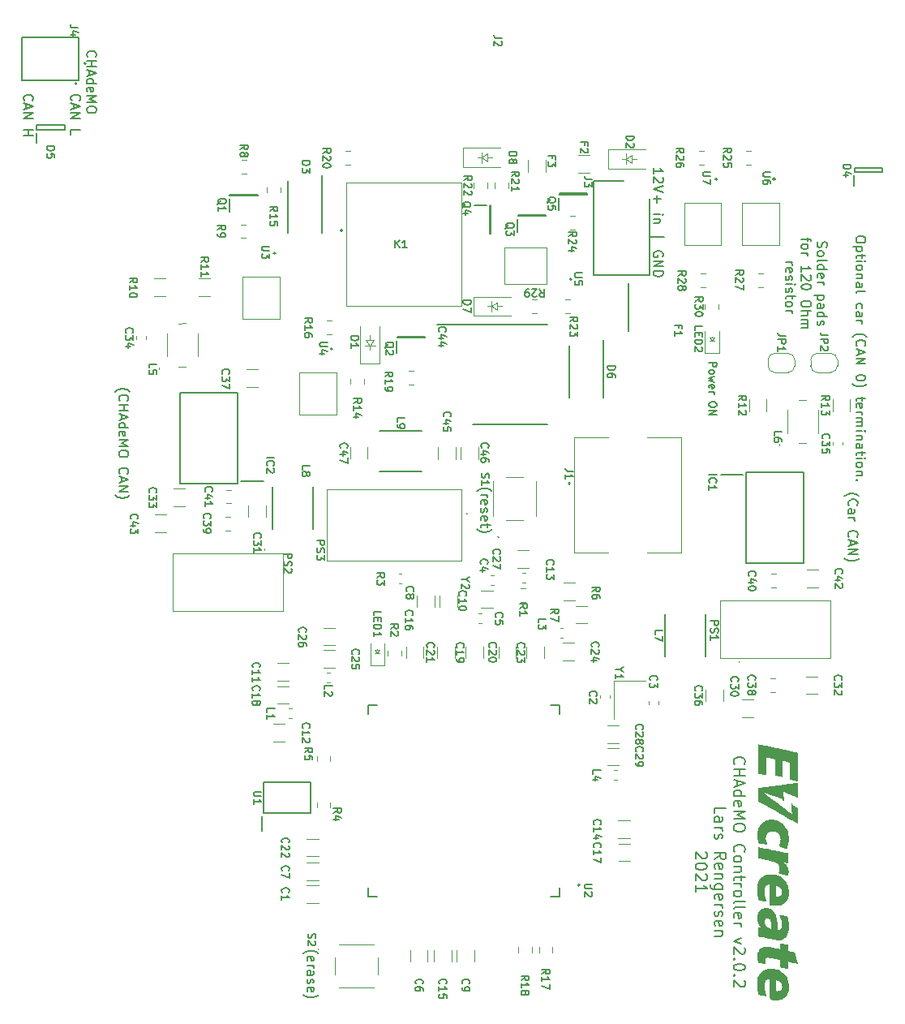
<source format=gto>
G04 #@! TF.GenerationSoftware,KiCad,Pcbnew,(5.1.6-0-10_14)*
G04 #@! TF.CreationDate,2021-12-22T00:37:34+01:00*
G04 #@! TF.ProjectId,CHAdeMO_V2.0,43484164-654d-44f5-9f56-322e302e6b69,rev?*
G04 #@! TF.SameCoordinates,Original*
G04 #@! TF.FileFunction,Legend,Top*
G04 #@! TF.FilePolarity,Positive*
%FSLAX46Y46*%
G04 Gerber Fmt 4.6, Leading zero omitted, Abs format (unit mm)*
G04 Created by KiCad (PCBNEW (5.1.6-0-10_14)) date 2021-12-22 00:37:34*
%MOMM*%
%LPD*%
G01*
G04 APERTURE LIST*
%ADD10C,0.150000*%
%ADD11C,0.200000*%
%ADD12C,0.120000*%
%ADD13C,0.100000*%
%ADD14C,0.127000*%
%ADD15C,0.010000*%
%ADD16R,1.300000X1.000000*%
%ADD17R,1.000000X1.300000*%
%ADD18C,1.975000*%
%ADD19C,1.433000*%
%ADD20R,0.700000X1.150000*%
%ADD21R,0.750000X1.300000*%
%ADD22R,0.700000X1.400000*%
%ADD23R,1.400000X0.700000*%
%ADD24R,1.000000X1.450000*%
%ADD25R,2.000000X2.300000*%
%ADD26R,3.000000X5.550000*%
%ADD27R,2.250000X2.300000*%
%ADD28R,0.900000X1.100000*%
%ADD29R,1.100000X0.900000*%
%ADD30R,1.650000X1.100000*%
%ADD31R,1.100000X1.650000*%
%ADD32R,4.150000X2.400000*%
%ADD33C,1.450000*%
%ADD34C,4.675000*%
%ADD35C,2.005000*%
%ADD36C,1.370000*%
%ADD37C,1.468000*%
%ADD38R,1.468000X1.468000*%
%ADD39R,0.380000X1.570000*%
%ADD40R,1.570000X0.380000*%
%ADD41R,2.450000X0.800000*%
%ADD42C,2.275000*%
%ADD43R,2.275000X2.275000*%
%ADD44R,1.100000X1.900000*%
%ADD45R,0.750000X1.625000*%
%ADD46R,2.300000X2.000000*%
%ADD47C,2.552000*%
%ADD48C,1.252000*%
%ADD49R,1.300000X1.500000*%
%ADD50C,1.530000*%
%ADD51C,3.550000*%
%ADD52C,1.531000*%
G04 APERTURE END LIST*
D10*
X121975195Y-79953190D02*
X122775195Y-79953190D01*
X122775195Y-80257952D01*
X122737100Y-80334142D01*
X122699004Y-80372238D01*
X122622814Y-80410333D01*
X122508528Y-80410333D01*
X122432338Y-80372238D01*
X122394242Y-80334142D01*
X122356147Y-80257952D01*
X122356147Y-79953190D01*
X121975195Y-80867476D02*
X122013290Y-80791285D01*
X122051385Y-80753190D01*
X122127576Y-80715095D01*
X122356147Y-80715095D01*
X122432338Y-80753190D01*
X122470433Y-80791285D01*
X122508528Y-80867476D01*
X122508528Y-80981761D01*
X122470433Y-81057952D01*
X122432338Y-81096047D01*
X122356147Y-81134142D01*
X122127576Y-81134142D01*
X122051385Y-81096047D01*
X122013290Y-81057952D01*
X121975195Y-80981761D01*
X121975195Y-80867476D01*
X122508528Y-81400809D02*
X121975195Y-81553190D01*
X122356147Y-81705571D01*
X121975195Y-81857952D01*
X122508528Y-82010333D01*
X122013290Y-82619857D02*
X121975195Y-82543666D01*
X121975195Y-82391285D01*
X122013290Y-82315095D01*
X122089480Y-82277000D01*
X122394242Y-82277000D01*
X122470433Y-82315095D01*
X122508528Y-82391285D01*
X122508528Y-82543666D01*
X122470433Y-82619857D01*
X122394242Y-82657952D01*
X122318052Y-82657952D01*
X122241861Y-82277000D01*
X121975195Y-83000809D02*
X122508528Y-83000809D01*
X122356147Y-83000809D02*
X122432338Y-83038904D01*
X122470433Y-83077000D01*
X122508528Y-83153190D01*
X122508528Y-83229380D01*
X122775195Y-84257952D02*
X122775195Y-84410333D01*
X122737100Y-84486523D01*
X122660909Y-84562714D01*
X122508528Y-84600809D01*
X122241861Y-84600809D01*
X122089480Y-84562714D01*
X122013290Y-84486523D01*
X121975195Y-84410333D01*
X121975195Y-84257952D01*
X122013290Y-84181761D01*
X122089480Y-84105571D01*
X122241861Y-84067476D01*
X122508528Y-84067476D01*
X122660909Y-84105571D01*
X122737100Y-84181761D01*
X122775195Y-84257952D01*
X121975195Y-84943666D02*
X122775195Y-84943666D01*
X121975195Y-85400809D01*
X122775195Y-85400809D01*
X57110357Y-48053952D02*
X57062738Y-48006333D01*
X57015119Y-47863476D01*
X57015119Y-47768238D01*
X57062738Y-47625380D01*
X57157976Y-47530142D01*
X57253214Y-47482523D01*
X57443690Y-47434904D01*
X57586547Y-47434904D01*
X57777023Y-47482523D01*
X57872261Y-47530142D01*
X57967500Y-47625380D01*
X58015119Y-47768238D01*
X58015119Y-47863476D01*
X57967500Y-48006333D01*
X57919880Y-48053952D01*
X57015119Y-48482523D02*
X58015119Y-48482523D01*
X57538928Y-48482523D02*
X57538928Y-49053952D01*
X57015119Y-49053952D02*
X58015119Y-49053952D01*
X57300833Y-49482523D02*
X57300833Y-49958714D01*
X57015119Y-49387285D02*
X58015119Y-49720619D01*
X57015119Y-50053952D01*
X57015119Y-50815857D02*
X58015119Y-50815857D01*
X57062738Y-50815857D02*
X57015119Y-50720619D01*
X57015119Y-50530142D01*
X57062738Y-50434904D01*
X57110357Y-50387285D01*
X57205595Y-50339666D01*
X57491309Y-50339666D01*
X57586547Y-50387285D01*
X57634166Y-50434904D01*
X57681785Y-50530142D01*
X57681785Y-50720619D01*
X57634166Y-50815857D01*
X57062738Y-51673000D02*
X57015119Y-51577761D01*
X57015119Y-51387285D01*
X57062738Y-51292047D01*
X57157976Y-51244428D01*
X57538928Y-51244428D01*
X57634166Y-51292047D01*
X57681785Y-51387285D01*
X57681785Y-51577761D01*
X57634166Y-51673000D01*
X57538928Y-51720619D01*
X57443690Y-51720619D01*
X57348452Y-51244428D01*
X57015119Y-52149190D02*
X58015119Y-52149190D01*
X57300833Y-52482523D01*
X58015119Y-52815857D01*
X57015119Y-52815857D01*
X58015119Y-53482523D02*
X58015119Y-53673000D01*
X57967500Y-53768238D01*
X57872261Y-53863476D01*
X57681785Y-53911095D01*
X57348452Y-53911095D01*
X57157976Y-53863476D01*
X57062738Y-53768238D01*
X57015119Y-53673000D01*
X57015119Y-53482523D01*
X57062738Y-53387285D01*
X57157976Y-53292047D01*
X57348452Y-53244428D01*
X57681785Y-53244428D01*
X57872261Y-53292047D01*
X57967500Y-53387285D01*
X58015119Y-53482523D01*
X55446657Y-52601976D02*
X55399038Y-52554357D01*
X55351419Y-52411500D01*
X55351419Y-52316262D01*
X55399038Y-52173405D01*
X55494276Y-52078167D01*
X55589514Y-52030548D01*
X55779990Y-51982928D01*
X55922847Y-51982928D01*
X56113323Y-52030548D01*
X56208561Y-52078167D01*
X56303800Y-52173405D01*
X56351419Y-52316262D01*
X56351419Y-52411500D01*
X56303800Y-52554357D01*
X56256180Y-52601976D01*
X55637133Y-52982928D02*
X55637133Y-53459119D01*
X55351419Y-52887690D02*
X56351419Y-53221024D01*
X55351419Y-53554357D01*
X55351419Y-53887690D02*
X56351419Y-53887690D01*
X55351419Y-54459119D01*
X56351419Y-54459119D01*
X55351419Y-56173405D02*
X55351419Y-55697214D01*
X56351419Y-55697214D01*
X50506357Y-52601976D02*
X50458738Y-52554357D01*
X50411119Y-52411500D01*
X50411119Y-52316262D01*
X50458738Y-52173405D01*
X50553976Y-52078167D01*
X50649214Y-52030548D01*
X50839690Y-51982929D01*
X50982547Y-51982929D01*
X51173023Y-52030548D01*
X51268261Y-52078167D01*
X51363500Y-52173405D01*
X51411119Y-52316262D01*
X51411119Y-52411500D01*
X51363500Y-52554357D01*
X51315880Y-52601976D01*
X50696833Y-52982929D02*
X50696833Y-53459119D01*
X50411119Y-52887691D02*
X51411119Y-53221024D01*
X50411119Y-53554357D01*
X50411119Y-53887691D02*
X51411119Y-53887691D01*
X50411119Y-54459119D01*
X51411119Y-54459119D01*
X50411119Y-55697215D02*
X51411119Y-55697215D01*
X50934928Y-55697215D02*
X50934928Y-56268643D01*
X50411119Y-56268643D02*
X51411119Y-56268643D01*
X133325238Y-67370914D02*
X133277619Y-67513771D01*
X133277619Y-67751866D01*
X133325238Y-67847104D01*
X133372857Y-67894723D01*
X133468095Y-67942342D01*
X133563333Y-67942342D01*
X133658571Y-67894723D01*
X133706190Y-67847104D01*
X133753809Y-67751866D01*
X133801428Y-67561390D01*
X133849047Y-67466152D01*
X133896666Y-67418533D01*
X133991904Y-67370914D01*
X134087142Y-67370914D01*
X134182380Y-67418533D01*
X134230000Y-67466152D01*
X134277619Y-67561390D01*
X134277619Y-67799485D01*
X134230000Y-67942342D01*
X133277619Y-68513771D02*
X133325238Y-68418533D01*
X133372857Y-68370914D01*
X133468095Y-68323295D01*
X133753809Y-68323295D01*
X133849047Y-68370914D01*
X133896666Y-68418533D01*
X133944285Y-68513771D01*
X133944285Y-68656628D01*
X133896666Y-68751866D01*
X133849047Y-68799485D01*
X133753809Y-68847104D01*
X133468095Y-68847104D01*
X133372857Y-68799485D01*
X133325238Y-68751866D01*
X133277619Y-68656628D01*
X133277619Y-68513771D01*
X133277619Y-69418533D02*
X133325238Y-69323295D01*
X133420476Y-69275676D01*
X134277619Y-69275676D01*
X133277619Y-70228057D02*
X134277619Y-70228057D01*
X133325238Y-70228057D02*
X133277619Y-70132819D01*
X133277619Y-69942342D01*
X133325238Y-69847104D01*
X133372857Y-69799485D01*
X133468095Y-69751866D01*
X133753809Y-69751866D01*
X133849047Y-69799485D01*
X133896666Y-69847104D01*
X133944285Y-69942342D01*
X133944285Y-70132819D01*
X133896666Y-70228057D01*
X133325238Y-71085200D02*
X133277619Y-70989961D01*
X133277619Y-70799485D01*
X133325238Y-70704247D01*
X133420476Y-70656628D01*
X133801428Y-70656628D01*
X133896666Y-70704247D01*
X133944285Y-70799485D01*
X133944285Y-70989961D01*
X133896666Y-71085200D01*
X133801428Y-71132819D01*
X133706190Y-71132819D01*
X133610952Y-70656628D01*
X133277619Y-71561390D02*
X133944285Y-71561390D01*
X133753809Y-71561390D02*
X133849047Y-71609009D01*
X133896666Y-71656628D01*
X133944285Y-71751866D01*
X133944285Y-71847104D01*
X133944285Y-72942342D02*
X132944285Y-72942342D01*
X133896666Y-72942342D02*
X133944285Y-73037580D01*
X133944285Y-73228057D01*
X133896666Y-73323295D01*
X133849047Y-73370914D01*
X133753809Y-73418533D01*
X133468095Y-73418533D01*
X133372857Y-73370914D01*
X133325238Y-73323295D01*
X133277619Y-73228057D01*
X133277619Y-73037580D01*
X133325238Y-72942342D01*
X133277619Y-74275676D02*
X133801428Y-74275676D01*
X133896666Y-74228057D01*
X133944285Y-74132819D01*
X133944285Y-73942342D01*
X133896666Y-73847104D01*
X133325238Y-74275676D02*
X133277619Y-74180438D01*
X133277619Y-73942342D01*
X133325238Y-73847104D01*
X133420476Y-73799485D01*
X133515714Y-73799485D01*
X133610952Y-73847104D01*
X133658571Y-73942342D01*
X133658571Y-74180438D01*
X133706190Y-74275676D01*
X133277619Y-75180438D02*
X134277619Y-75180438D01*
X133325238Y-75180438D02*
X133277619Y-75085200D01*
X133277619Y-74894723D01*
X133325238Y-74799485D01*
X133372857Y-74751866D01*
X133468095Y-74704247D01*
X133753809Y-74704247D01*
X133849047Y-74751866D01*
X133896666Y-74799485D01*
X133944285Y-74894723D01*
X133944285Y-75085200D01*
X133896666Y-75180438D01*
X133325238Y-75609009D02*
X133277619Y-75704247D01*
X133277619Y-75894723D01*
X133325238Y-75989961D01*
X133420476Y-76037580D01*
X133468095Y-76037580D01*
X133563333Y-75989961D01*
X133610952Y-75894723D01*
X133610952Y-75751866D01*
X133658571Y-75656628D01*
X133753809Y-75609009D01*
X133801428Y-75609009D01*
X133896666Y-75656628D01*
X133944285Y-75751866D01*
X133944285Y-75894723D01*
X133896666Y-75989961D01*
X132294285Y-66918533D02*
X132294285Y-67299485D01*
X131627619Y-67061390D02*
X132484761Y-67061390D01*
X132580000Y-67109009D01*
X132627619Y-67204247D01*
X132627619Y-67299485D01*
X131627619Y-67775676D02*
X131675238Y-67680438D01*
X131722857Y-67632819D01*
X131818095Y-67585200D01*
X132103809Y-67585200D01*
X132199047Y-67632819D01*
X132246666Y-67680438D01*
X132294285Y-67775676D01*
X132294285Y-67918533D01*
X132246666Y-68013771D01*
X132199047Y-68061390D01*
X132103809Y-68109009D01*
X131818095Y-68109009D01*
X131722857Y-68061390D01*
X131675238Y-68013771D01*
X131627619Y-67918533D01*
X131627619Y-67775676D01*
X131627619Y-68537580D02*
X132294285Y-68537580D01*
X132103809Y-68537580D02*
X132199047Y-68585200D01*
X132246666Y-68632819D01*
X132294285Y-68728057D01*
X132294285Y-68823295D01*
X131627619Y-70442342D02*
X131627619Y-69870914D01*
X131627619Y-70156628D02*
X132627619Y-70156628D01*
X132484761Y-70061390D01*
X132389523Y-69966152D01*
X132341904Y-69870914D01*
X132532380Y-70823295D02*
X132580000Y-70870914D01*
X132627619Y-70966152D01*
X132627619Y-71204247D01*
X132580000Y-71299485D01*
X132532380Y-71347104D01*
X132437142Y-71394723D01*
X132341904Y-71394723D01*
X132199047Y-71347104D01*
X131627619Y-70775676D01*
X131627619Y-71394723D01*
X132627619Y-72013771D02*
X132627619Y-72109009D01*
X132580000Y-72204247D01*
X132532380Y-72251866D01*
X132437142Y-72299485D01*
X132246666Y-72347104D01*
X132008571Y-72347104D01*
X131818095Y-72299485D01*
X131722857Y-72251866D01*
X131675238Y-72204247D01*
X131627619Y-72109009D01*
X131627619Y-72013771D01*
X131675238Y-71918533D01*
X131722857Y-71870914D01*
X131818095Y-71823295D01*
X132008571Y-71775676D01*
X132246666Y-71775676D01*
X132437142Y-71823295D01*
X132532380Y-71870914D01*
X132580000Y-71918533D01*
X132627619Y-72013771D01*
X132627619Y-73728057D02*
X132627619Y-73918533D01*
X132580000Y-74013771D01*
X132484761Y-74109009D01*
X132294285Y-74156628D01*
X131960952Y-74156628D01*
X131770476Y-74109009D01*
X131675238Y-74013771D01*
X131627619Y-73918533D01*
X131627619Y-73728057D01*
X131675238Y-73632819D01*
X131770476Y-73537580D01*
X131960952Y-73489961D01*
X132294285Y-73489961D01*
X132484761Y-73537580D01*
X132580000Y-73632819D01*
X132627619Y-73728057D01*
X131627619Y-74585200D02*
X132627619Y-74585200D01*
X131627619Y-75013771D02*
X132151428Y-75013771D01*
X132246666Y-74966152D01*
X132294285Y-74870914D01*
X132294285Y-74728057D01*
X132246666Y-74632819D01*
X132199047Y-74585200D01*
X131627619Y-75489961D02*
X132294285Y-75489961D01*
X132199047Y-75489961D02*
X132246666Y-75537580D01*
X132294285Y-75632819D01*
X132294285Y-75775676D01*
X132246666Y-75870914D01*
X132151428Y-75918533D01*
X131627619Y-75918533D01*
X132151428Y-75918533D02*
X132246666Y-75966152D01*
X132294285Y-76061390D01*
X132294285Y-76204247D01*
X132246666Y-76299485D01*
X132151428Y-76347104D01*
X131627619Y-76347104D01*
X129977619Y-69489961D02*
X130644285Y-69489961D01*
X130453809Y-69489961D02*
X130549047Y-69537580D01*
X130596666Y-69585200D01*
X130644285Y-69680438D01*
X130644285Y-69775676D01*
X130025238Y-70489961D02*
X129977619Y-70394723D01*
X129977619Y-70204247D01*
X130025238Y-70109009D01*
X130120476Y-70061390D01*
X130501428Y-70061390D01*
X130596666Y-70109009D01*
X130644285Y-70204247D01*
X130644285Y-70394723D01*
X130596666Y-70489961D01*
X130501428Y-70537580D01*
X130406190Y-70537580D01*
X130310952Y-70061390D01*
X130025238Y-70918533D02*
X129977619Y-71013771D01*
X129977619Y-71204247D01*
X130025238Y-71299485D01*
X130120476Y-71347104D01*
X130168095Y-71347104D01*
X130263333Y-71299485D01*
X130310952Y-71204247D01*
X130310952Y-71061390D01*
X130358571Y-70966152D01*
X130453809Y-70918533D01*
X130501428Y-70918533D01*
X130596666Y-70966152D01*
X130644285Y-71061390D01*
X130644285Y-71204247D01*
X130596666Y-71299485D01*
X129977619Y-71775676D02*
X130644285Y-71775676D01*
X130977619Y-71775676D02*
X130930000Y-71728057D01*
X130882380Y-71775676D01*
X130930000Y-71823295D01*
X130977619Y-71775676D01*
X130882380Y-71775676D01*
X130025238Y-72204247D02*
X129977619Y-72299485D01*
X129977619Y-72489961D01*
X130025238Y-72585200D01*
X130120476Y-72632819D01*
X130168095Y-72632819D01*
X130263333Y-72585200D01*
X130310952Y-72489961D01*
X130310952Y-72347104D01*
X130358571Y-72251866D01*
X130453809Y-72204247D01*
X130501428Y-72204247D01*
X130596666Y-72251866D01*
X130644285Y-72347104D01*
X130644285Y-72489961D01*
X130596666Y-72585200D01*
X130644285Y-72918533D02*
X130644285Y-73299485D01*
X130977619Y-73061390D02*
X130120476Y-73061390D01*
X130025238Y-73109009D01*
X129977619Y-73204247D01*
X129977619Y-73299485D01*
X129977619Y-73775676D02*
X130025238Y-73680438D01*
X130072857Y-73632819D01*
X130168095Y-73585200D01*
X130453809Y-73585200D01*
X130549047Y-73632819D01*
X130596666Y-73680438D01*
X130644285Y-73775676D01*
X130644285Y-73918533D01*
X130596666Y-74013771D01*
X130549047Y-74061390D01*
X130453809Y-74109009D01*
X130168095Y-74109009D01*
X130072857Y-74061390D01*
X130025238Y-74013771D01*
X129977619Y-73918533D01*
X129977619Y-73775676D01*
X129977619Y-74537580D02*
X130644285Y-74537580D01*
X130453809Y-74537580D02*
X130549047Y-74585200D01*
X130596666Y-74632819D01*
X130644285Y-74728057D01*
X130644285Y-74823295D01*
D11*
X124670228Y-121842657D02*
X124613085Y-121785514D01*
X124555942Y-121614085D01*
X124555942Y-121499800D01*
X124613085Y-121328371D01*
X124727371Y-121214085D01*
X124841657Y-121156942D01*
X125070228Y-121099800D01*
X125241657Y-121099800D01*
X125470228Y-121156942D01*
X125584514Y-121214085D01*
X125698800Y-121328371D01*
X125755942Y-121499800D01*
X125755942Y-121614085D01*
X125698800Y-121785514D01*
X125641657Y-121842657D01*
X124555942Y-122356942D02*
X125755942Y-122356942D01*
X125184514Y-122356942D02*
X125184514Y-123042657D01*
X124555942Y-123042657D02*
X125755942Y-123042657D01*
X124898800Y-123556942D02*
X124898800Y-124128371D01*
X124555942Y-123442657D02*
X125755942Y-123842657D01*
X124555942Y-124242657D01*
X124555942Y-125156942D02*
X125755942Y-125156942D01*
X124613085Y-125156942D02*
X124555942Y-125042657D01*
X124555942Y-124814085D01*
X124613085Y-124699800D01*
X124670228Y-124642657D01*
X124784514Y-124585514D01*
X125127371Y-124585514D01*
X125241657Y-124642657D01*
X125298800Y-124699800D01*
X125355942Y-124814085D01*
X125355942Y-125042657D01*
X125298800Y-125156942D01*
X124613085Y-126185514D02*
X124555942Y-126071228D01*
X124555942Y-125842657D01*
X124613085Y-125728371D01*
X124727371Y-125671228D01*
X125184514Y-125671228D01*
X125298800Y-125728371D01*
X125355942Y-125842657D01*
X125355942Y-126071228D01*
X125298800Y-126185514D01*
X125184514Y-126242657D01*
X125070228Y-126242657D01*
X124955942Y-125671228D01*
X124555942Y-126756942D02*
X125755942Y-126756942D01*
X124898800Y-127156942D01*
X125755942Y-127556942D01*
X124555942Y-127556942D01*
X125755942Y-128356942D02*
X125755942Y-128585514D01*
X125698800Y-128699800D01*
X125584514Y-128814085D01*
X125355942Y-128871228D01*
X124955942Y-128871228D01*
X124727371Y-128814085D01*
X124613085Y-128699800D01*
X124555942Y-128585514D01*
X124555942Y-128356942D01*
X124613085Y-128242657D01*
X124727371Y-128128371D01*
X124955942Y-128071228D01*
X125355942Y-128071228D01*
X125584514Y-128128371D01*
X125698800Y-128242657D01*
X125755942Y-128356942D01*
X124670228Y-130985514D02*
X124613085Y-130928371D01*
X124555942Y-130756942D01*
X124555942Y-130642657D01*
X124613085Y-130471228D01*
X124727371Y-130356942D01*
X124841657Y-130299800D01*
X125070228Y-130242657D01*
X125241657Y-130242657D01*
X125470228Y-130299800D01*
X125584514Y-130356942D01*
X125698800Y-130471228D01*
X125755942Y-130642657D01*
X125755942Y-130756942D01*
X125698800Y-130928371D01*
X125641657Y-130985514D01*
X124555942Y-131671228D02*
X124613085Y-131556942D01*
X124670228Y-131499800D01*
X124784514Y-131442657D01*
X125127371Y-131442657D01*
X125241657Y-131499800D01*
X125298800Y-131556942D01*
X125355942Y-131671228D01*
X125355942Y-131842657D01*
X125298800Y-131956942D01*
X125241657Y-132014085D01*
X125127371Y-132071228D01*
X124784514Y-132071228D01*
X124670228Y-132014085D01*
X124613085Y-131956942D01*
X124555942Y-131842657D01*
X124555942Y-131671228D01*
X125355942Y-132585514D02*
X124555942Y-132585514D01*
X125241657Y-132585514D02*
X125298800Y-132642657D01*
X125355942Y-132756942D01*
X125355942Y-132928371D01*
X125298800Y-133042657D01*
X125184514Y-133099800D01*
X124555942Y-133099800D01*
X125355942Y-133499800D02*
X125355942Y-133956942D01*
X125755942Y-133671228D02*
X124727371Y-133671228D01*
X124613085Y-133728371D01*
X124555942Y-133842657D01*
X124555942Y-133956942D01*
X124555942Y-134356942D02*
X125355942Y-134356942D01*
X125127371Y-134356942D02*
X125241657Y-134414085D01*
X125298800Y-134471228D01*
X125355942Y-134585514D01*
X125355942Y-134699800D01*
X124555942Y-135271228D02*
X124613085Y-135156942D01*
X124670228Y-135099800D01*
X124784514Y-135042657D01*
X125127371Y-135042657D01*
X125241657Y-135099800D01*
X125298800Y-135156942D01*
X125355942Y-135271228D01*
X125355942Y-135442657D01*
X125298800Y-135556942D01*
X125241657Y-135614085D01*
X125127371Y-135671228D01*
X124784514Y-135671228D01*
X124670228Y-135614085D01*
X124613085Y-135556942D01*
X124555942Y-135442657D01*
X124555942Y-135271228D01*
X124555942Y-136356942D02*
X124613085Y-136242657D01*
X124727371Y-136185514D01*
X125755942Y-136185514D01*
X124555942Y-136985514D02*
X124613085Y-136871228D01*
X124727371Y-136814085D01*
X125755942Y-136814085D01*
X124613085Y-137899800D02*
X124555942Y-137785514D01*
X124555942Y-137556942D01*
X124613085Y-137442657D01*
X124727371Y-137385514D01*
X125184514Y-137385514D01*
X125298800Y-137442657D01*
X125355942Y-137556942D01*
X125355942Y-137785514D01*
X125298800Y-137899800D01*
X125184514Y-137956942D01*
X125070228Y-137956942D01*
X124955942Y-137385514D01*
X124555942Y-138471228D02*
X125355942Y-138471228D01*
X125127371Y-138471228D02*
X125241657Y-138528371D01*
X125298800Y-138585514D01*
X125355942Y-138699800D01*
X125355942Y-138814085D01*
X125355942Y-140014085D02*
X124555942Y-140299800D01*
X125355942Y-140585514D01*
X125641657Y-140985514D02*
X125698800Y-141042657D01*
X125755942Y-141156942D01*
X125755942Y-141442657D01*
X125698800Y-141556942D01*
X125641657Y-141614085D01*
X125527371Y-141671228D01*
X125413085Y-141671228D01*
X125241657Y-141614085D01*
X124555942Y-140928371D01*
X124555942Y-141671228D01*
X124670228Y-142185514D02*
X124613085Y-142242657D01*
X124555942Y-142185514D01*
X124613085Y-142128371D01*
X124670228Y-142185514D01*
X124555942Y-142185514D01*
X125755942Y-142985514D02*
X125755942Y-143099800D01*
X125698800Y-143214085D01*
X125641657Y-143271228D01*
X125527371Y-143328371D01*
X125298800Y-143385514D01*
X125013085Y-143385514D01*
X124784514Y-143328371D01*
X124670228Y-143271228D01*
X124613085Y-143214085D01*
X124555942Y-143099800D01*
X124555942Y-142985514D01*
X124613085Y-142871228D01*
X124670228Y-142814085D01*
X124784514Y-142756942D01*
X125013085Y-142699800D01*
X125298800Y-142699800D01*
X125527371Y-142756942D01*
X125641657Y-142814085D01*
X125698800Y-142871228D01*
X125755942Y-142985514D01*
X124670228Y-143899800D02*
X124613085Y-143956942D01*
X124555942Y-143899800D01*
X124613085Y-143842657D01*
X124670228Y-143899800D01*
X124555942Y-143899800D01*
X125641657Y-144414085D02*
X125698800Y-144471228D01*
X125755942Y-144585514D01*
X125755942Y-144871228D01*
X125698800Y-144985514D01*
X125641657Y-145042657D01*
X125527371Y-145099800D01*
X125413085Y-145099800D01*
X125241657Y-145042657D01*
X124555942Y-144356942D01*
X124555942Y-145099800D01*
X122555942Y-126985514D02*
X122555942Y-126414085D01*
X123755942Y-126414085D01*
X122555942Y-127899800D02*
X123184514Y-127899800D01*
X123298800Y-127842657D01*
X123355942Y-127728371D01*
X123355942Y-127499800D01*
X123298800Y-127385514D01*
X122613085Y-127899800D02*
X122555942Y-127785514D01*
X122555942Y-127499800D01*
X122613085Y-127385514D01*
X122727371Y-127328371D01*
X122841657Y-127328371D01*
X122955942Y-127385514D01*
X123013085Y-127499800D01*
X123013085Y-127785514D01*
X123070228Y-127899800D01*
X122555942Y-128471228D02*
X123355942Y-128471228D01*
X123127371Y-128471228D02*
X123241657Y-128528371D01*
X123298800Y-128585514D01*
X123355942Y-128699800D01*
X123355942Y-128814085D01*
X122613085Y-129156942D02*
X122555942Y-129271228D01*
X122555942Y-129499800D01*
X122613085Y-129614085D01*
X122727371Y-129671228D01*
X122784514Y-129671228D01*
X122898800Y-129614085D01*
X122955942Y-129499800D01*
X122955942Y-129328371D01*
X123013085Y-129214085D01*
X123127371Y-129156942D01*
X123184514Y-129156942D01*
X123298800Y-129214085D01*
X123355942Y-129328371D01*
X123355942Y-129499800D01*
X123298800Y-129614085D01*
X122555942Y-131785514D02*
X123127371Y-131385514D01*
X122555942Y-131099800D02*
X123755942Y-131099800D01*
X123755942Y-131556942D01*
X123698800Y-131671228D01*
X123641657Y-131728371D01*
X123527371Y-131785514D01*
X123355942Y-131785514D01*
X123241657Y-131728371D01*
X123184514Y-131671228D01*
X123127371Y-131556942D01*
X123127371Y-131099800D01*
X122613085Y-132756942D02*
X122555942Y-132642657D01*
X122555942Y-132414085D01*
X122613085Y-132299800D01*
X122727371Y-132242657D01*
X123184514Y-132242657D01*
X123298800Y-132299800D01*
X123355942Y-132414085D01*
X123355942Y-132642657D01*
X123298800Y-132756942D01*
X123184514Y-132814085D01*
X123070228Y-132814085D01*
X122955942Y-132242657D01*
X123355942Y-133328371D02*
X122555942Y-133328371D01*
X123241657Y-133328371D02*
X123298800Y-133385514D01*
X123355942Y-133499800D01*
X123355942Y-133671228D01*
X123298800Y-133785514D01*
X123184514Y-133842657D01*
X122555942Y-133842657D01*
X123355942Y-134928371D02*
X122384514Y-134928371D01*
X122270228Y-134871228D01*
X122213085Y-134814085D01*
X122155942Y-134699800D01*
X122155942Y-134528371D01*
X122213085Y-134414085D01*
X122613085Y-134928371D02*
X122555942Y-134814085D01*
X122555942Y-134585514D01*
X122613085Y-134471228D01*
X122670228Y-134414085D01*
X122784514Y-134356942D01*
X123127371Y-134356942D01*
X123241657Y-134414085D01*
X123298800Y-134471228D01*
X123355942Y-134585514D01*
X123355942Y-134814085D01*
X123298800Y-134928371D01*
X122613085Y-135956942D02*
X122555942Y-135842657D01*
X122555942Y-135614085D01*
X122613085Y-135499800D01*
X122727371Y-135442657D01*
X123184514Y-135442657D01*
X123298800Y-135499800D01*
X123355942Y-135614085D01*
X123355942Y-135842657D01*
X123298800Y-135956942D01*
X123184514Y-136014085D01*
X123070228Y-136014085D01*
X122955942Y-135442657D01*
X122555942Y-136528371D02*
X123355942Y-136528371D01*
X123127371Y-136528371D02*
X123241657Y-136585514D01*
X123298800Y-136642657D01*
X123355942Y-136756942D01*
X123355942Y-136871228D01*
X122613085Y-137214085D02*
X122555942Y-137328371D01*
X122555942Y-137556942D01*
X122613085Y-137671228D01*
X122727371Y-137728371D01*
X122784514Y-137728371D01*
X122898800Y-137671228D01*
X122955942Y-137556942D01*
X122955942Y-137385514D01*
X123013085Y-137271228D01*
X123127371Y-137214085D01*
X123184514Y-137214085D01*
X123298800Y-137271228D01*
X123355942Y-137385514D01*
X123355942Y-137556942D01*
X123298800Y-137671228D01*
X122613085Y-138699800D02*
X122555942Y-138585514D01*
X122555942Y-138356942D01*
X122613085Y-138242657D01*
X122727371Y-138185514D01*
X123184514Y-138185514D01*
X123298800Y-138242657D01*
X123355942Y-138356942D01*
X123355942Y-138585514D01*
X123298800Y-138699800D01*
X123184514Y-138756942D01*
X123070228Y-138756942D01*
X122955942Y-138185514D01*
X123355942Y-139271228D02*
X122555942Y-139271228D01*
X123241657Y-139271228D02*
X123298800Y-139328371D01*
X123355942Y-139442657D01*
X123355942Y-139614085D01*
X123298800Y-139728371D01*
X123184514Y-139785514D01*
X122555942Y-139785514D01*
X121641657Y-131042657D02*
X121698800Y-131099800D01*
X121755942Y-131214085D01*
X121755942Y-131499800D01*
X121698800Y-131614085D01*
X121641657Y-131671228D01*
X121527371Y-131728371D01*
X121413085Y-131728371D01*
X121241657Y-131671228D01*
X120555942Y-130985514D01*
X120555942Y-131728371D01*
X121755942Y-132471228D02*
X121755942Y-132585514D01*
X121698800Y-132699800D01*
X121641657Y-132756942D01*
X121527371Y-132814085D01*
X121298800Y-132871228D01*
X121013085Y-132871228D01*
X120784514Y-132814085D01*
X120670228Y-132756942D01*
X120613085Y-132699800D01*
X120555942Y-132585514D01*
X120555942Y-132471228D01*
X120613085Y-132356942D01*
X120670228Y-132299800D01*
X120784514Y-132242657D01*
X121013085Y-132185514D01*
X121298800Y-132185514D01*
X121527371Y-132242657D01*
X121641657Y-132299800D01*
X121698800Y-132356942D01*
X121755942Y-132471228D01*
X121641657Y-133328371D02*
X121698800Y-133385514D01*
X121755942Y-133499800D01*
X121755942Y-133785514D01*
X121698800Y-133899800D01*
X121641657Y-133956942D01*
X121527371Y-134014085D01*
X121413085Y-134014085D01*
X121241657Y-133956942D01*
X120555942Y-133271228D01*
X120555942Y-134014085D01*
X120555942Y-135156942D02*
X120555942Y-134471228D01*
X120555942Y-134814085D02*
X121755942Y-134814085D01*
X121584514Y-134699800D01*
X121470228Y-134585514D01*
X121413085Y-134471228D01*
D10*
X138317219Y-67027447D02*
X138317219Y-67217923D01*
X138269600Y-67313161D01*
X138174361Y-67408400D01*
X137983885Y-67456019D01*
X137650552Y-67456019D01*
X137460076Y-67408400D01*
X137364838Y-67313161D01*
X137317219Y-67217923D01*
X137317219Y-67027447D01*
X137364838Y-66932209D01*
X137460076Y-66836971D01*
X137650552Y-66789352D01*
X137983885Y-66789352D01*
X138174361Y-66836971D01*
X138269600Y-66932209D01*
X138317219Y-67027447D01*
X137983885Y-67884590D02*
X136983885Y-67884590D01*
X137936266Y-67884590D02*
X137983885Y-67979828D01*
X137983885Y-68170304D01*
X137936266Y-68265542D01*
X137888647Y-68313161D01*
X137793409Y-68360780D01*
X137507695Y-68360780D01*
X137412457Y-68313161D01*
X137364838Y-68265542D01*
X137317219Y-68170304D01*
X137317219Y-67979828D01*
X137364838Y-67884590D01*
X137983885Y-68646495D02*
X137983885Y-69027447D01*
X138317219Y-68789352D02*
X137460076Y-68789352D01*
X137364838Y-68836971D01*
X137317219Y-68932209D01*
X137317219Y-69027447D01*
X137317219Y-69360780D02*
X137983885Y-69360780D01*
X138317219Y-69360780D02*
X138269600Y-69313161D01*
X138221980Y-69360780D01*
X138269600Y-69408400D01*
X138317219Y-69360780D01*
X138221980Y-69360780D01*
X137317219Y-69979828D02*
X137364838Y-69884590D01*
X137412457Y-69836971D01*
X137507695Y-69789352D01*
X137793409Y-69789352D01*
X137888647Y-69836971D01*
X137936266Y-69884590D01*
X137983885Y-69979828D01*
X137983885Y-70122685D01*
X137936266Y-70217923D01*
X137888647Y-70265542D01*
X137793409Y-70313161D01*
X137507695Y-70313161D01*
X137412457Y-70265542D01*
X137364838Y-70217923D01*
X137317219Y-70122685D01*
X137317219Y-69979828D01*
X137983885Y-70741733D02*
X137317219Y-70741733D01*
X137888647Y-70741733D02*
X137936266Y-70789352D01*
X137983885Y-70884590D01*
X137983885Y-71027447D01*
X137936266Y-71122685D01*
X137841028Y-71170304D01*
X137317219Y-71170304D01*
X137317219Y-72075066D02*
X137841028Y-72075066D01*
X137936266Y-72027447D01*
X137983885Y-71932209D01*
X137983885Y-71741733D01*
X137936266Y-71646495D01*
X137364838Y-72075066D02*
X137317219Y-71979828D01*
X137317219Y-71741733D01*
X137364838Y-71646495D01*
X137460076Y-71598876D01*
X137555314Y-71598876D01*
X137650552Y-71646495D01*
X137698171Y-71741733D01*
X137698171Y-71979828D01*
X137745790Y-72075066D01*
X137317219Y-72694114D02*
X137364838Y-72598876D01*
X137460076Y-72551257D01*
X138317219Y-72551257D01*
X137364838Y-74265542D02*
X137317219Y-74170304D01*
X137317219Y-73979828D01*
X137364838Y-73884590D01*
X137412457Y-73836971D01*
X137507695Y-73789352D01*
X137793409Y-73789352D01*
X137888647Y-73836971D01*
X137936266Y-73884590D01*
X137983885Y-73979828D01*
X137983885Y-74170304D01*
X137936266Y-74265542D01*
X137317219Y-75122685D02*
X137841028Y-75122685D01*
X137936266Y-75075066D01*
X137983885Y-74979828D01*
X137983885Y-74789352D01*
X137936266Y-74694114D01*
X137364838Y-75122685D02*
X137317219Y-75027447D01*
X137317219Y-74789352D01*
X137364838Y-74694114D01*
X137460076Y-74646495D01*
X137555314Y-74646495D01*
X137650552Y-74694114D01*
X137698171Y-74789352D01*
X137698171Y-75027447D01*
X137745790Y-75122685D01*
X137317219Y-75598876D02*
X137983885Y-75598876D01*
X137793409Y-75598876D02*
X137888647Y-75646495D01*
X137936266Y-75694114D01*
X137983885Y-75789352D01*
X137983885Y-75884590D01*
X136936266Y-77265542D02*
X136983885Y-77217923D01*
X137126742Y-77122685D01*
X137221980Y-77075066D01*
X137364838Y-77027447D01*
X137602933Y-76979828D01*
X137793409Y-76979828D01*
X138031504Y-77027447D01*
X138174361Y-77075066D01*
X138269600Y-77122685D01*
X138412457Y-77217923D01*
X138460076Y-77265542D01*
X137412457Y-78217923D02*
X137364838Y-78170304D01*
X137317219Y-78027447D01*
X137317219Y-77932209D01*
X137364838Y-77789352D01*
X137460076Y-77694114D01*
X137555314Y-77646495D01*
X137745790Y-77598876D01*
X137888647Y-77598876D01*
X138079123Y-77646495D01*
X138174361Y-77694114D01*
X138269600Y-77789352D01*
X138317219Y-77932209D01*
X138317219Y-78027447D01*
X138269600Y-78170304D01*
X138221980Y-78217923D01*
X137602933Y-78598876D02*
X137602933Y-79075066D01*
X137317219Y-78503638D02*
X138317219Y-78836971D01*
X137317219Y-79170304D01*
X137317219Y-79503638D02*
X138317219Y-79503638D01*
X137317219Y-80075066D01*
X138317219Y-80075066D01*
X138317219Y-81503638D02*
X138317219Y-81598876D01*
X138269600Y-81694114D01*
X138221980Y-81741733D01*
X138126742Y-81789352D01*
X137936266Y-81836971D01*
X137698171Y-81836971D01*
X137507695Y-81789352D01*
X137412457Y-81741733D01*
X137364838Y-81694114D01*
X137317219Y-81598876D01*
X137317219Y-81503638D01*
X137364838Y-81408400D01*
X137412457Y-81360780D01*
X137507695Y-81313161D01*
X137698171Y-81265542D01*
X137936266Y-81265542D01*
X138126742Y-81313161D01*
X138221980Y-81360780D01*
X138269600Y-81408400D01*
X138317219Y-81503638D01*
X136936266Y-82170304D02*
X136983885Y-82217923D01*
X137126742Y-82313161D01*
X137221980Y-82360780D01*
X137364838Y-82408400D01*
X137602933Y-82456019D01*
X137793409Y-82456019D01*
X138031504Y-82408400D01*
X138174361Y-82360780D01*
X138269600Y-82313161D01*
X138412457Y-82217923D01*
X138460076Y-82170304D01*
X137983885Y-83551257D02*
X137983885Y-83932209D01*
X138317219Y-83694114D02*
X137460076Y-83694114D01*
X137364838Y-83741733D01*
X137317219Y-83836971D01*
X137317219Y-83932209D01*
X137364838Y-84646495D02*
X137317219Y-84551257D01*
X137317219Y-84360780D01*
X137364838Y-84265542D01*
X137460076Y-84217923D01*
X137841028Y-84217923D01*
X137936266Y-84265542D01*
X137983885Y-84360780D01*
X137983885Y-84551257D01*
X137936266Y-84646495D01*
X137841028Y-84694114D01*
X137745790Y-84694114D01*
X137650552Y-84217923D01*
X137317219Y-85122685D02*
X137983885Y-85122685D01*
X137793409Y-85122685D02*
X137888647Y-85170304D01*
X137936266Y-85217923D01*
X137983885Y-85313161D01*
X137983885Y-85408400D01*
X137317219Y-85741733D02*
X137983885Y-85741733D01*
X137888647Y-85741733D02*
X137936266Y-85789352D01*
X137983885Y-85884590D01*
X137983885Y-86027447D01*
X137936266Y-86122685D01*
X137841028Y-86170304D01*
X137317219Y-86170304D01*
X137841028Y-86170304D02*
X137936266Y-86217923D01*
X137983885Y-86313161D01*
X137983885Y-86456019D01*
X137936266Y-86551257D01*
X137841028Y-86598876D01*
X137317219Y-86598876D01*
X137317219Y-87075066D02*
X137983885Y-87075066D01*
X138317219Y-87075066D02*
X138269600Y-87027447D01*
X138221980Y-87075066D01*
X138269600Y-87122685D01*
X138317219Y-87075066D01*
X138221980Y-87075066D01*
X137983885Y-87551257D02*
X137317219Y-87551257D01*
X137888647Y-87551257D02*
X137936266Y-87598876D01*
X137983885Y-87694114D01*
X137983885Y-87836971D01*
X137936266Y-87932209D01*
X137841028Y-87979828D01*
X137317219Y-87979828D01*
X137317219Y-88884590D02*
X137841028Y-88884590D01*
X137936266Y-88836971D01*
X137983885Y-88741733D01*
X137983885Y-88551257D01*
X137936266Y-88456019D01*
X137364838Y-88884590D02*
X137317219Y-88789352D01*
X137317219Y-88551257D01*
X137364838Y-88456019D01*
X137460076Y-88408400D01*
X137555314Y-88408400D01*
X137650552Y-88456019D01*
X137698171Y-88551257D01*
X137698171Y-88789352D01*
X137745790Y-88884590D01*
X137983885Y-89217923D02*
X137983885Y-89598876D01*
X138317219Y-89360780D02*
X137460076Y-89360780D01*
X137364838Y-89408400D01*
X137317219Y-89503638D01*
X137317219Y-89598876D01*
X137317219Y-89932209D02*
X137983885Y-89932209D01*
X138317219Y-89932209D02*
X138269600Y-89884590D01*
X138221980Y-89932209D01*
X138269600Y-89979828D01*
X138317219Y-89932209D01*
X138221980Y-89932209D01*
X137317219Y-90551257D02*
X137364838Y-90456019D01*
X137412457Y-90408400D01*
X137507695Y-90360780D01*
X137793409Y-90360780D01*
X137888647Y-90408400D01*
X137936266Y-90456019D01*
X137983885Y-90551257D01*
X137983885Y-90694114D01*
X137936266Y-90789352D01*
X137888647Y-90836971D01*
X137793409Y-90884590D01*
X137507695Y-90884590D01*
X137412457Y-90836971D01*
X137364838Y-90789352D01*
X137317219Y-90694114D01*
X137317219Y-90551257D01*
X137983885Y-91313161D02*
X137317219Y-91313161D01*
X137888647Y-91313161D02*
X137936266Y-91360780D01*
X137983885Y-91456019D01*
X137983885Y-91598876D01*
X137936266Y-91694114D01*
X137841028Y-91741733D01*
X137317219Y-91741733D01*
X137412457Y-92217923D02*
X137364838Y-92265542D01*
X137317219Y-92217923D01*
X137364838Y-92170304D01*
X137412457Y-92217923D01*
X137317219Y-92217923D01*
X136123466Y-93891504D02*
X136171085Y-93843885D01*
X136313942Y-93748647D01*
X136409180Y-93701028D01*
X136552038Y-93653409D01*
X136790133Y-93605790D01*
X136980609Y-93605790D01*
X137218704Y-93653409D01*
X137361561Y-93701028D01*
X137456800Y-93748647D01*
X137599657Y-93843885D01*
X137647276Y-93891504D01*
X136599657Y-94843885D02*
X136552038Y-94796266D01*
X136504419Y-94653409D01*
X136504419Y-94558171D01*
X136552038Y-94415314D01*
X136647276Y-94320076D01*
X136742514Y-94272457D01*
X136932990Y-94224838D01*
X137075847Y-94224838D01*
X137266323Y-94272457D01*
X137361561Y-94320076D01*
X137456800Y-94415314D01*
X137504419Y-94558171D01*
X137504419Y-94653409D01*
X137456800Y-94796266D01*
X137409180Y-94843885D01*
X136504419Y-95701028D02*
X137028228Y-95701028D01*
X137123466Y-95653409D01*
X137171085Y-95558171D01*
X137171085Y-95367695D01*
X137123466Y-95272457D01*
X136552038Y-95701028D02*
X136504419Y-95605790D01*
X136504419Y-95367695D01*
X136552038Y-95272457D01*
X136647276Y-95224838D01*
X136742514Y-95224838D01*
X136837752Y-95272457D01*
X136885371Y-95367695D01*
X136885371Y-95605790D01*
X136932990Y-95701028D01*
X136504419Y-96177219D02*
X137171085Y-96177219D01*
X136980609Y-96177219D02*
X137075847Y-96224838D01*
X137123466Y-96272457D01*
X137171085Y-96367695D01*
X137171085Y-96462933D01*
X136599657Y-98129600D02*
X136552038Y-98081980D01*
X136504419Y-97939123D01*
X136504419Y-97843885D01*
X136552038Y-97701028D01*
X136647276Y-97605790D01*
X136742514Y-97558171D01*
X136932990Y-97510552D01*
X137075847Y-97510552D01*
X137266323Y-97558171D01*
X137361561Y-97605790D01*
X137456800Y-97701028D01*
X137504419Y-97843885D01*
X137504419Y-97939123D01*
X137456800Y-98081980D01*
X137409180Y-98129600D01*
X136790133Y-98510552D02*
X136790133Y-98986742D01*
X136504419Y-98415314D02*
X137504419Y-98748647D01*
X136504419Y-99081980D01*
X136504419Y-99415314D02*
X137504419Y-99415314D01*
X136504419Y-99986742D01*
X137504419Y-99986742D01*
X136123466Y-100367695D02*
X136171085Y-100415314D01*
X136313942Y-100510552D01*
X136409180Y-100558171D01*
X136552038Y-100605790D01*
X136790133Y-100653409D01*
X136980609Y-100653409D01*
X137218704Y-100605790D01*
X137361561Y-100558171D01*
X137456800Y-100510552D01*
X137599657Y-100415314D01*
X137647276Y-100367695D01*
X59974266Y-82987238D02*
X60021885Y-82939619D01*
X60164742Y-82844380D01*
X60259980Y-82796761D01*
X60402838Y-82749142D01*
X60640933Y-82701523D01*
X60831409Y-82701523D01*
X61069504Y-82749142D01*
X61212361Y-82796761D01*
X61307600Y-82844380D01*
X61450457Y-82939619D01*
X61498076Y-82987238D01*
X60450457Y-83939619D02*
X60402838Y-83892000D01*
X60355219Y-83749142D01*
X60355219Y-83653904D01*
X60402838Y-83511047D01*
X60498076Y-83415809D01*
X60593314Y-83368190D01*
X60783790Y-83320571D01*
X60926647Y-83320571D01*
X61117123Y-83368190D01*
X61212361Y-83415809D01*
X61307600Y-83511047D01*
X61355219Y-83653904D01*
X61355219Y-83749142D01*
X61307600Y-83892000D01*
X61259980Y-83939619D01*
X60355219Y-84368190D02*
X61355219Y-84368190D01*
X60879028Y-84368190D02*
X60879028Y-84939619D01*
X60355219Y-84939619D02*
X61355219Y-84939619D01*
X60640933Y-85368190D02*
X60640933Y-85844380D01*
X60355219Y-85272952D02*
X61355219Y-85606285D01*
X60355219Y-85939619D01*
X60355219Y-86701523D02*
X61355219Y-86701523D01*
X60402838Y-86701523D02*
X60355219Y-86606285D01*
X60355219Y-86415809D01*
X60402838Y-86320571D01*
X60450457Y-86272952D01*
X60545695Y-86225333D01*
X60831409Y-86225333D01*
X60926647Y-86272952D01*
X60974266Y-86320571D01*
X61021885Y-86415809D01*
X61021885Y-86606285D01*
X60974266Y-86701523D01*
X60402838Y-87558666D02*
X60355219Y-87463428D01*
X60355219Y-87272952D01*
X60402838Y-87177714D01*
X60498076Y-87130095D01*
X60879028Y-87130095D01*
X60974266Y-87177714D01*
X61021885Y-87272952D01*
X61021885Y-87463428D01*
X60974266Y-87558666D01*
X60879028Y-87606285D01*
X60783790Y-87606285D01*
X60688552Y-87130095D01*
X60355219Y-88034857D02*
X61355219Y-88034857D01*
X60640933Y-88368190D01*
X61355219Y-88701523D01*
X60355219Y-88701523D01*
X61355219Y-89368190D02*
X61355219Y-89558666D01*
X61307600Y-89653904D01*
X61212361Y-89749142D01*
X61021885Y-89796761D01*
X60688552Y-89796761D01*
X60498076Y-89749142D01*
X60402838Y-89653904D01*
X60355219Y-89558666D01*
X60355219Y-89368190D01*
X60402838Y-89272952D01*
X60498076Y-89177714D01*
X60688552Y-89130095D01*
X61021885Y-89130095D01*
X61212361Y-89177714D01*
X61307600Y-89272952D01*
X61355219Y-89368190D01*
X60450457Y-91558666D02*
X60402838Y-91511047D01*
X60355219Y-91368190D01*
X60355219Y-91272952D01*
X60402838Y-91130095D01*
X60498076Y-91034857D01*
X60593314Y-90987238D01*
X60783790Y-90939619D01*
X60926647Y-90939619D01*
X61117123Y-90987238D01*
X61212361Y-91034857D01*
X61307600Y-91130095D01*
X61355219Y-91272952D01*
X61355219Y-91368190D01*
X61307600Y-91511047D01*
X61259980Y-91558666D01*
X60640933Y-91939619D02*
X60640933Y-92415809D01*
X60355219Y-91844380D02*
X61355219Y-92177714D01*
X60355219Y-92511047D01*
X60355219Y-92844380D02*
X61355219Y-92844380D01*
X60355219Y-93415809D01*
X61355219Y-93415809D01*
X59974266Y-93796761D02*
X60021885Y-93844380D01*
X60164742Y-93939619D01*
X60259980Y-93987238D01*
X60402838Y-94034857D01*
X60640933Y-94082476D01*
X60831409Y-94082476D01*
X61069504Y-94034857D01*
X61212361Y-93987238D01*
X61307600Y-93939619D01*
X61450457Y-93844380D01*
X61498076Y-93796761D01*
X97769466Y-93351600D02*
X97817085Y-93303980D01*
X97959942Y-93208742D01*
X98055180Y-93161123D01*
X98198038Y-93113504D01*
X98436133Y-93065885D01*
X98626609Y-93065885D01*
X98864704Y-93113504D01*
X99007561Y-93161123D01*
X99102800Y-93208742D01*
X99245657Y-93303980D01*
X99293276Y-93351600D01*
X98150419Y-93732552D02*
X98817085Y-93732552D01*
X98626609Y-93732552D02*
X98721847Y-93780171D01*
X98769466Y-93827790D01*
X98817085Y-93923028D01*
X98817085Y-94018266D01*
X98198038Y-94732552D02*
X98150419Y-94637314D01*
X98150419Y-94446838D01*
X98198038Y-94351600D01*
X98293276Y-94303980D01*
X98674228Y-94303980D01*
X98769466Y-94351600D01*
X98817085Y-94446838D01*
X98817085Y-94637314D01*
X98769466Y-94732552D01*
X98674228Y-94780171D01*
X98578990Y-94780171D01*
X98483752Y-94303980D01*
X98198038Y-95161123D02*
X98150419Y-95256361D01*
X98150419Y-95446838D01*
X98198038Y-95542076D01*
X98293276Y-95589695D01*
X98340895Y-95589695D01*
X98436133Y-95542076D01*
X98483752Y-95446838D01*
X98483752Y-95303980D01*
X98531371Y-95208742D01*
X98626609Y-95161123D01*
X98674228Y-95161123D01*
X98769466Y-95208742D01*
X98817085Y-95303980D01*
X98817085Y-95446838D01*
X98769466Y-95542076D01*
X98198038Y-96399219D02*
X98150419Y-96303980D01*
X98150419Y-96113504D01*
X98198038Y-96018266D01*
X98293276Y-95970647D01*
X98674228Y-95970647D01*
X98769466Y-96018266D01*
X98817085Y-96113504D01*
X98817085Y-96303980D01*
X98769466Y-96399219D01*
X98674228Y-96446838D01*
X98578990Y-96446838D01*
X98483752Y-95970647D01*
X98817085Y-96732552D02*
X98817085Y-97113504D01*
X99150419Y-96875409D02*
X98293276Y-96875409D01*
X98198038Y-96923028D01*
X98150419Y-97018266D01*
X98150419Y-97113504D01*
X97769466Y-97351600D02*
X97817085Y-97399219D01*
X97959942Y-97494457D01*
X98055180Y-97542076D01*
X98198038Y-97589695D01*
X98436133Y-97637314D01*
X98626609Y-97637314D01*
X98864704Y-97589695D01*
X99007561Y-97542076D01*
X99102800Y-97494457D01*
X99245657Y-97399219D01*
X99293276Y-97351600D01*
X79639866Y-141597333D02*
X79687485Y-141549714D01*
X79830342Y-141454476D01*
X79925580Y-141406857D01*
X80068438Y-141359238D01*
X80306533Y-141311619D01*
X80497009Y-141311619D01*
X80735104Y-141359238D01*
X80877961Y-141406857D01*
X80973200Y-141454476D01*
X81116057Y-141549714D01*
X81163676Y-141597333D01*
X80068438Y-142359238D02*
X80020819Y-142264000D01*
X80020819Y-142073523D01*
X80068438Y-141978285D01*
X80163676Y-141930666D01*
X80544628Y-141930666D01*
X80639866Y-141978285D01*
X80687485Y-142073523D01*
X80687485Y-142264000D01*
X80639866Y-142359238D01*
X80544628Y-142406857D01*
X80449390Y-142406857D01*
X80354152Y-141930666D01*
X80020819Y-142835428D02*
X80687485Y-142835428D01*
X80497009Y-142835428D02*
X80592247Y-142883047D01*
X80639866Y-142930666D01*
X80687485Y-143025904D01*
X80687485Y-143121142D01*
X80020819Y-143883047D02*
X80544628Y-143883047D01*
X80639866Y-143835428D01*
X80687485Y-143740190D01*
X80687485Y-143549714D01*
X80639866Y-143454476D01*
X80068438Y-143883047D02*
X80020819Y-143787809D01*
X80020819Y-143549714D01*
X80068438Y-143454476D01*
X80163676Y-143406857D01*
X80258914Y-143406857D01*
X80354152Y-143454476D01*
X80401771Y-143549714D01*
X80401771Y-143787809D01*
X80449390Y-143883047D01*
X80068438Y-144311619D02*
X80020819Y-144406857D01*
X80020819Y-144597333D01*
X80068438Y-144692571D01*
X80163676Y-144740190D01*
X80211295Y-144740190D01*
X80306533Y-144692571D01*
X80354152Y-144597333D01*
X80354152Y-144454476D01*
X80401771Y-144359238D01*
X80497009Y-144311619D01*
X80544628Y-144311619D01*
X80639866Y-144359238D01*
X80687485Y-144454476D01*
X80687485Y-144597333D01*
X80639866Y-144692571D01*
X80068438Y-145549714D02*
X80020819Y-145454476D01*
X80020819Y-145264000D01*
X80068438Y-145168761D01*
X80163676Y-145121142D01*
X80544628Y-145121142D01*
X80639866Y-145168761D01*
X80687485Y-145264000D01*
X80687485Y-145454476D01*
X80639866Y-145549714D01*
X80544628Y-145597333D01*
X80449390Y-145597333D01*
X80354152Y-145121142D01*
X79639866Y-145930666D02*
X79687485Y-145978285D01*
X79830342Y-146073523D01*
X79925580Y-146121142D01*
X80068438Y-146168761D01*
X80306533Y-146216380D01*
X80497009Y-146216380D01*
X80735104Y-146168761D01*
X80877961Y-146121142D01*
X80973200Y-146073523D01*
X81116057Y-145978285D01*
X81163676Y-145930666D01*
X116184419Y-60257371D02*
X116184419Y-59685942D01*
X116184419Y-59971657D02*
X117184419Y-59971657D01*
X117041561Y-59876419D01*
X116946323Y-59781180D01*
X116898704Y-59685942D01*
X117089180Y-60638323D02*
X117136800Y-60685942D01*
X117184419Y-60781180D01*
X117184419Y-61019276D01*
X117136800Y-61114514D01*
X117089180Y-61162133D01*
X116993942Y-61209752D01*
X116898704Y-61209752D01*
X116755847Y-61162133D01*
X116184419Y-60590704D01*
X116184419Y-61209752D01*
X117184419Y-61495466D02*
X116184419Y-61828800D01*
X117184419Y-62162133D01*
X116565371Y-62495466D02*
X116565371Y-63257371D01*
X116184419Y-62876419D02*
X116946323Y-62876419D01*
X116184419Y-64495466D02*
X116851085Y-64495466D01*
X117184419Y-64495466D02*
X117136800Y-64447847D01*
X117089180Y-64495466D01*
X117136800Y-64543085D01*
X117184419Y-64495466D01*
X117089180Y-64495466D01*
X116851085Y-64971657D02*
X116184419Y-64971657D01*
X116755847Y-64971657D02*
X116803466Y-65019276D01*
X116851085Y-65114514D01*
X116851085Y-65257371D01*
X116803466Y-65352609D01*
X116708228Y-65400228D01*
X116184419Y-65400228D01*
X115851085Y-66876419D02*
X117279657Y-66876419D01*
X117136800Y-68876419D02*
X117184419Y-68781180D01*
X117184419Y-68638323D01*
X117136800Y-68495466D01*
X117041561Y-68400228D01*
X116946323Y-68352609D01*
X116755847Y-68304990D01*
X116612990Y-68304990D01*
X116422514Y-68352609D01*
X116327276Y-68400228D01*
X116232038Y-68495466D01*
X116184419Y-68638323D01*
X116184419Y-68733561D01*
X116232038Y-68876419D01*
X116279657Y-68924038D01*
X116612990Y-68924038D01*
X116612990Y-68733561D01*
X116184419Y-69352609D02*
X117184419Y-69352609D01*
X116184419Y-69924038D01*
X117184419Y-69924038D01*
X116184419Y-70400228D02*
X117184419Y-70400228D01*
X117184419Y-70638323D01*
X117136800Y-70781180D01*
X117041561Y-70876419D01*
X116946323Y-70924038D01*
X116755847Y-70971657D01*
X116612990Y-70971657D01*
X116422514Y-70924038D01*
X116327276Y-70876419D01*
X116232038Y-70781180D01*
X116184419Y-70638323D01*
X116184419Y-70400228D01*
D12*
X125420036Y-115104500D02*
X126624164Y-115104500D01*
X125420036Y-116924500D02*
X126624164Y-116924500D01*
X122275600Y-77694000D02*
X122275600Y-77610000D01*
X123010600Y-78955000D02*
X123010600Y-76670000D01*
X121540600Y-78955000D02*
X123010600Y-78955000D01*
X121540600Y-76670000D02*
X121540600Y-78955000D01*
X122275600Y-77300000D02*
X122275600Y-77250000D01*
X122015600Y-77640000D02*
X122525600Y-77640000D01*
X122275600Y-77640000D02*
X122035600Y-77310000D01*
X122035600Y-77310000D02*
X122505600Y-77310000D01*
X122505600Y-77310000D02*
X122275600Y-77640000D01*
X87337900Y-110305100D02*
X87337900Y-110221100D01*
X88072900Y-111566100D02*
X88072900Y-109281100D01*
X86602900Y-111566100D02*
X88072900Y-111566100D01*
X86602900Y-109281100D02*
X86602900Y-111566100D01*
X87337900Y-109911100D02*
X87337900Y-109861100D01*
X87077900Y-110251100D02*
X87587900Y-110251100D01*
X87337900Y-110251100D02*
X87097900Y-109921100D01*
X87097900Y-109921100D02*
X87567900Y-109921100D01*
X87567900Y-109921100D02*
X87337900Y-110251100D01*
X85563200Y-80075600D02*
X85563200Y-76175600D01*
X87563200Y-80075600D02*
X87563200Y-76175600D01*
X85563200Y-80075600D02*
X87563200Y-80075600D01*
D13*
X86563200Y-77575600D02*
X86563200Y-77075600D01*
X86163200Y-77575600D02*
X86963200Y-77575600D01*
X86963200Y-77575600D02*
X86563200Y-78175600D01*
X86563200Y-78175600D02*
X87113200Y-78175600D01*
X86563200Y-78175600D02*
X86163200Y-77575600D01*
X86563200Y-78575600D02*
X86563200Y-78175600D01*
X86563200Y-78175600D02*
X86013200Y-78175600D01*
D12*
X111415000Y-57699400D02*
X115315000Y-57699400D01*
X111415000Y-59699400D02*
X115315000Y-59699400D01*
X111415000Y-57699400D02*
X111415000Y-59699400D01*
D13*
X113915000Y-58699400D02*
X114415000Y-58699400D01*
X113915000Y-58299400D02*
X113915000Y-59099400D01*
X113915000Y-59099400D02*
X113315000Y-58699400D01*
X113315000Y-58699400D02*
X113315000Y-59249400D01*
X113315000Y-58699400D02*
X113915000Y-58299400D01*
X112915000Y-58699400D02*
X113315000Y-58699400D01*
X113315000Y-58699400D02*
X113315000Y-58149400D01*
D12*
X96302000Y-57547000D02*
X100202000Y-57547000D01*
X96302000Y-59547000D02*
X100202000Y-59547000D01*
X96302000Y-57547000D02*
X96302000Y-59547000D01*
D13*
X98802000Y-58547000D02*
X99302000Y-58547000D01*
X98802000Y-58147000D02*
X98802000Y-58947000D01*
X98802000Y-58947000D02*
X98202000Y-58547000D01*
X98202000Y-58547000D02*
X98202000Y-59097000D01*
X98202000Y-58547000D02*
X98802000Y-58147000D01*
X97802000Y-58547000D02*
X98202000Y-58547000D01*
X98202000Y-58547000D02*
X98202000Y-57997000D01*
D12*
X97368800Y-73079100D02*
X101268800Y-73079100D01*
X97368800Y-75079100D02*
X101268800Y-75079100D01*
X97368800Y-73079100D02*
X97368800Y-75079100D01*
D13*
X99868800Y-74079100D02*
X100368800Y-74079100D01*
X99868800Y-73679100D02*
X99868800Y-74479100D01*
X99868800Y-74479100D02*
X99268800Y-74079100D01*
X99268800Y-74079100D02*
X99268800Y-74629100D01*
X99268800Y-74079100D02*
X99868800Y-73679100D01*
X98868800Y-74079100D02*
X99268800Y-74079100D01*
X99268800Y-74079100D02*
X99268800Y-73529100D01*
D12*
X122985600Y-73833222D02*
X122985600Y-74350378D01*
X121565600Y-73833222D02*
X121565600Y-74350378D01*
X107446578Y-74814500D02*
X106929422Y-74814500D01*
X107446578Y-73394500D02*
X106929422Y-73394500D01*
X108018078Y-66051500D02*
X107500922Y-66051500D01*
X108018078Y-64631500D02*
X107500922Y-64631500D01*
X104017578Y-74814500D02*
X103500422Y-74814500D01*
X104017578Y-73394500D02*
X103500422Y-73394500D01*
X99620000Y-61726578D02*
X99620000Y-61209422D01*
X101040000Y-61726578D02*
X101040000Y-61209422D01*
X121591678Y-72058600D02*
X121074522Y-72058600D01*
X121591678Y-70638600D02*
X121074522Y-70638600D01*
X127097022Y-70638600D02*
X127614178Y-70638600D01*
X127097022Y-72058600D02*
X127614178Y-72058600D01*
X90622622Y-80849400D02*
X91139778Y-80849400D01*
X90622622Y-82269400D02*
X91139778Y-82269400D01*
X73122022Y-65533200D02*
X73639178Y-65533200D01*
X73122022Y-66953200D02*
X73639178Y-66953200D01*
X98830200Y-61209422D02*
X98830200Y-61726578D01*
X97410200Y-61209422D02*
X97410200Y-61726578D01*
X102033000Y-141482578D02*
X102033000Y-140965422D01*
X103453000Y-141482578D02*
X103453000Y-140965422D01*
X104217400Y-141482578D02*
X104217400Y-140965422D01*
X105637400Y-141482578D02*
X105637400Y-140965422D01*
D13*
X96088000Y-74071600D02*
X84088000Y-74071600D01*
X84088000Y-74071600D02*
X84088000Y-61171600D01*
X84088000Y-61171600D02*
X96088000Y-61171600D01*
X96088000Y-61171600D02*
X96088000Y-74071600D01*
D11*
X83588000Y-66271600D02*
X83588000Y-66271600D01*
X83588000Y-66071600D02*
X83588000Y-66071600D01*
X83588000Y-66271600D02*
G75*
G02*
X83588000Y-66071600I0J100000D01*
G01*
X83588000Y-66071600D02*
G75*
G02*
X83588000Y-66271600I0J-100000D01*
G01*
X51797600Y-55647800D02*
X51797600Y-55197800D01*
X51797600Y-55197800D02*
X54697600Y-55197800D01*
X54697600Y-55197800D02*
X54697600Y-55647800D01*
X54697600Y-55647800D02*
X51797600Y-55647800D01*
X51747600Y-57047800D02*
X51747600Y-55997800D01*
X137183200Y-60092800D02*
X137183200Y-59642800D01*
X137183200Y-59642800D02*
X140083200Y-59642800D01*
X140083200Y-59642800D02*
X140083200Y-60092800D01*
X140083200Y-60092800D02*
X137183200Y-60092800D01*
X137133200Y-61492800D02*
X137133200Y-60442800D01*
X106347600Y-62457000D02*
X106347600Y-62257000D01*
X106347600Y-62257000D02*
X109247600Y-62257000D01*
X109247600Y-62257000D02*
X109247600Y-62457000D01*
X109247600Y-62457000D02*
X106347600Y-62457000D01*
X106262600Y-64007000D02*
X106262600Y-62807000D01*
X102005000Y-66317600D02*
X102005000Y-65017600D01*
X104965000Y-64667600D02*
X102045000Y-64667600D01*
X104965000Y-64567600D02*
X104965000Y-64667600D01*
X102045000Y-64567600D02*
X104965000Y-64567600D01*
X102045000Y-64667600D02*
X102045000Y-64567600D01*
X97461600Y-63524000D02*
X98761600Y-63524000D01*
X99111600Y-66484000D02*
X99111600Y-63564000D01*
X99211600Y-66484000D02*
X99111600Y-66484000D01*
X99211600Y-63564000D02*
X99211600Y-66484000D01*
X99111600Y-63564000D02*
X99211600Y-63564000D01*
X89381200Y-78976200D02*
X89381200Y-77676200D01*
X92341200Y-77326200D02*
X89421200Y-77326200D01*
X92341200Y-77226200D02*
X92341200Y-77326200D01*
X89421200Y-77226200D02*
X92341200Y-77226200D01*
X89421200Y-77326200D02*
X89421200Y-77226200D01*
X71880600Y-64184000D02*
X71880600Y-62884000D01*
X74840600Y-62534000D02*
X71920600Y-62534000D01*
X74840600Y-62434000D02*
X74840600Y-62534000D01*
X71920600Y-62434000D02*
X74840600Y-62434000D01*
X71920600Y-62534000D02*
X71920600Y-62434000D01*
D13*
X130149800Y-87306000D02*
X130149800Y-84906000D01*
X133349800Y-87306000D02*
X133349800Y-84906000D01*
X129349800Y-88506000D02*
X129349800Y-88506000D01*
X129349800Y-88606000D02*
X129349800Y-88606000D01*
X131349800Y-88356000D02*
X132149800Y-88356000D01*
X131349800Y-83856000D02*
X132149800Y-83831000D01*
X129349800Y-88506000D02*
G75*
G02*
X129349800Y-88606000I0J-50000D01*
G01*
X129349800Y-88606000D02*
G75*
G02*
X129349800Y-88506000I0J50000D01*
G01*
X65374600Y-79322000D02*
X65374600Y-76922000D01*
X68574600Y-79322000D02*
X68574600Y-76922000D01*
X64574600Y-80522000D02*
X64574600Y-80522000D01*
X64574600Y-80622000D02*
X64574600Y-80622000D01*
X66574600Y-80372000D02*
X67374600Y-80372000D01*
X66574600Y-75872000D02*
X67374600Y-75847000D01*
X64574600Y-80522000D02*
G75*
G02*
X64574600Y-80622000I0J-50000D01*
G01*
X64574600Y-80622000D02*
G75*
G02*
X64574600Y-80522000I0J50000D01*
G01*
D11*
X87589000Y-91279400D02*
X91989000Y-91279400D01*
X91989000Y-87079400D02*
X87589000Y-87079400D01*
D12*
X109504564Y-58322800D02*
X108300436Y-58322800D01*
X109504564Y-60142800D02*
X108300436Y-60142800D01*
X103103000Y-60038064D02*
X103103000Y-58833936D01*
X104923000Y-60038064D02*
X104923000Y-58833936D01*
D11*
X113601500Y-76628000D02*
X113601500Y-71708000D01*
X110979200Y-83573600D02*
X110979200Y-77598600D01*
X107359200Y-78173600D02*
X107359200Y-83573600D01*
X81591400Y-66396600D02*
X81591400Y-60421600D01*
X77971400Y-60996600D02*
X77971400Y-66396600D01*
D13*
X123258100Y-63294200D02*
X123258100Y-67694200D01*
X123258100Y-67694200D02*
X119408100Y-67694200D01*
X119408100Y-67694200D02*
X119408100Y-63294200D01*
X119408100Y-63294200D02*
X123258100Y-63294200D01*
D11*
X122633100Y-60794200D02*
X122633100Y-60794200D01*
X122833100Y-60794200D02*
X122833100Y-60794200D01*
X122633100Y-60794200D02*
G75*
G03*
X122833100Y-60794200I100000J0D01*
G01*
X122833100Y-60794200D02*
G75*
G03*
X122633100Y-60794200I-100000J0D01*
G01*
D13*
X129280600Y-63294200D02*
X129280600Y-67694200D01*
X129280600Y-67694200D02*
X125430600Y-67694200D01*
X125430600Y-67694200D02*
X125430600Y-63294200D01*
X125430600Y-63294200D02*
X129280600Y-63294200D01*
D11*
X128655600Y-60794200D02*
X128655600Y-60794200D01*
X128855600Y-60794200D02*
X128855600Y-60794200D01*
X128655600Y-60794200D02*
G75*
G03*
X128855600Y-60794200I100000J0D01*
G01*
X128855600Y-60794200D02*
G75*
G03*
X128655600Y-60794200I-100000J0D01*
G01*
D13*
X105044300Y-71775000D02*
X100644300Y-71775000D01*
X100644300Y-71775000D02*
X100644300Y-67925000D01*
X100644300Y-67925000D02*
X105044300Y-67925000D01*
X105044300Y-67925000D02*
X105044300Y-71775000D01*
D11*
X107544300Y-71150000D02*
X107544300Y-71150000D01*
X107544300Y-71350000D02*
X107544300Y-71350000D01*
X107544300Y-71150000D02*
G75*
G03*
X107544300Y-71350000I0J-100000D01*
G01*
X107544300Y-71350000D02*
G75*
G03*
X107544300Y-71150000I0J100000D01*
G01*
D13*
X83078000Y-81023400D02*
X83078000Y-85423400D01*
X83078000Y-85423400D02*
X79228000Y-85423400D01*
X79228000Y-85423400D02*
X79228000Y-81023400D01*
X79228000Y-81023400D02*
X83078000Y-81023400D01*
D11*
X82453000Y-78523400D02*
X82453000Y-78523400D01*
X82653000Y-78523400D02*
X82653000Y-78523400D01*
X82453000Y-78523400D02*
G75*
G03*
X82653000Y-78523400I100000J0D01*
G01*
X82653000Y-78523400D02*
G75*
G03*
X82453000Y-78523400I-100000J0D01*
G01*
D13*
X77134400Y-71015800D02*
X77134400Y-75415800D01*
X77134400Y-75415800D02*
X73284400Y-75415800D01*
X73284400Y-75415800D02*
X73284400Y-71015800D01*
X73284400Y-71015800D02*
X77134400Y-71015800D01*
D11*
X76509400Y-68515800D02*
X76509400Y-68515800D01*
X76709400Y-68515800D02*
X76709400Y-68515800D01*
X76509400Y-68515800D02*
G75*
G03*
X76709400Y-68515800I100000J0D01*
G01*
X76709400Y-68515800D02*
G75*
G03*
X76509400Y-68515800I-100000J0D01*
G01*
D13*
X83340800Y-140650400D02*
X86940800Y-140650400D01*
X82890800Y-142000400D02*
X82890800Y-143800400D01*
X87390800Y-142000400D02*
X87390800Y-143800400D01*
X83340800Y-145150400D02*
X86940800Y-145150400D01*
X81140800Y-141100400D02*
X81140800Y-141100400D01*
X81140800Y-141200400D02*
X81140800Y-141200400D01*
X81140800Y-141200400D02*
G75*
G03*
X81140800Y-141100400I0J50000D01*
G01*
X81140800Y-141100400D02*
G75*
G03*
X81140800Y-141200400I0J-50000D01*
G01*
X100001600Y-98132400D02*
X100001600Y-98132400D01*
X99901600Y-98132400D02*
X99901600Y-98132400D01*
X103951600Y-95932400D02*
X103951600Y-92332400D01*
X100801600Y-91882400D02*
X102601600Y-91882400D01*
X100801600Y-96382400D02*
X102601600Y-96382400D01*
X99451600Y-95932400D02*
X99451600Y-92332400D01*
X100001600Y-98132400D02*
G75*
G03*
X99901600Y-98132400I-50000J0D01*
G01*
X99901600Y-98132400D02*
G75*
G03*
X100001600Y-98132400I50000J0D01*
G01*
D11*
X97298200Y-86403800D02*
X105098200Y-86403800D01*
X93573200Y-76003800D02*
X105098200Y-76003800D01*
D13*
X96743200Y-95707200D02*
X96743200Y-95707200D01*
X96643200Y-95707200D02*
X96643200Y-95707200D01*
X96103200Y-100637200D02*
X96103200Y-93137200D01*
X82103200Y-100637200D02*
X96103200Y-100637200D01*
X82103200Y-93137200D02*
X82103200Y-100637200D01*
X96103200Y-93137200D02*
X82103200Y-93137200D01*
X96643200Y-95707200D02*
G75*
G02*
X96743200Y-95707200I50000J0D01*
G01*
X96743200Y-95707200D02*
G75*
G02*
X96643200Y-95707200I-50000J0D01*
G01*
D11*
X56913000Y-48760000D02*
G75*
G03*
X56913000Y-48760000I-100000J0D01*
G01*
D14*
X50263000Y-50510000D02*
X50263000Y-46010000D01*
X56163000Y-50510000D02*
X50263000Y-50510000D01*
X56163000Y-46010000D02*
X56163000Y-50510000D01*
X50263000Y-46010000D02*
X56163000Y-46010000D01*
D11*
X55954600Y-50850800D02*
G75*
G03*
X55954600Y-50850800I-100000J0D01*
G01*
D12*
X134878400Y-85013064D02*
X134878400Y-83808936D01*
X136698400Y-85013064D02*
X136698400Y-83808936D01*
X127960800Y-83808936D02*
X127960800Y-85013064D01*
X126140800Y-83808936D02*
X126140800Y-85013064D01*
X135374800Y-79684600D02*
X135374800Y-80284600D01*
X133274800Y-78984600D02*
X134674800Y-78984600D01*
X132574800Y-80284600D02*
X132574800Y-79684600D01*
X134674800Y-80984600D02*
X133274800Y-80984600D01*
X135374800Y-80284600D02*
G75*
G02*
X134674800Y-80984600I-700000J0D01*
G01*
X134674800Y-78984600D02*
G75*
G02*
X135374800Y-79684600I0J-700000D01*
G01*
X132574800Y-79684600D02*
G75*
G02*
X133274800Y-78984600I700000J0D01*
G01*
X133274800Y-80984600D02*
G75*
G02*
X132574800Y-80284600I0J700000D01*
G01*
X135908400Y-88229221D02*
X135908400Y-88554779D01*
X134888400Y-88229221D02*
X134888400Y-88554779D01*
X130924800Y-79684600D02*
X130924800Y-80284600D01*
X128824800Y-78984600D02*
X130224800Y-78984600D01*
X128124800Y-80284600D02*
X128124800Y-79684600D01*
X130224800Y-80984600D02*
X128824800Y-80984600D01*
X130924800Y-80284600D02*
G75*
G02*
X130224800Y-80984600I-700000J0D01*
G01*
X130224800Y-78984600D02*
G75*
G02*
X130924800Y-79684600I0J-700000D01*
G01*
X128124800Y-79684600D02*
G75*
G02*
X128824800Y-78984600I700000J0D01*
G01*
X128824800Y-80984600D02*
G75*
G02*
X128124800Y-80284600I0J700000D01*
G01*
D14*
X106380500Y-134785000D02*
X106380500Y-135715000D01*
X106380500Y-135715000D02*
X105450500Y-135715000D01*
X87310500Y-135715000D02*
X86380500Y-135715000D01*
X86380500Y-135715000D02*
X86380500Y-134785000D01*
X106380500Y-116645000D02*
X106380500Y-115715000D01*
X106380500Y-115715000D02*
X105450500Y-115715000D01*
X87310500Y-115715000D02*
X86380500Y-115715000D01*
X86380500Y-115715000D02*
X86380500Y-116645000D01*
D11*
X108480500Y-134465000D02*
G75*
G03*
X108480500Y-134465000I-100000J0D01*
G01*
D12*
X121416578Y-57862400D02*
X120899422Y-57862400D01*
X121416578Y-59282400D02*
X120899422Y-59282400D01*
X126318778Y-57862400D02*
X125801622Y-57862400D01*
X126318778Y-59282400D02*
X125801622Y-59282400D01*
D11*
X72748400Y-92583200D02*
X66748400Y-92583200D01*
X66748400Y-92583200D02*
X66748400Y-83083200D01*
X66748400Y-83083200D02*
X72748400Y-83083200D01*
X72748400Y-83083200D02*
X72748400Y-92583200D01*
X75448400Y-92343200D02*
X73098400Y-92343200D01*
D12*
X85977800Y-81681822D02*
X85977800Y-82198978D01*
X84557800Y-81681822D02*
X84557800Y-82198978D01*
X88405900Y-110539678D02*
X88405900Y-110022522D01*
X89825900Y-110539678D02*
X89825900Y-110022522D01*
X74897064Y-82494800D02*
X73692936Y-82494800D01*
X74897064Y-80674800D02*
X73692936Y-80674800D01*
X121619600Y-115283064D02*
X121619600Y-114078936D01*
X123439600Y-115283064D02*
X123439600Y-114078936D01*
X67277064Y-94940800D02*
X66072936Y-94940800D01*
X67277064Y-93120800D02*
X66072936Y-93120800D01*
X132087536Y-112691500D02*
X133291664Y-112691500D01*
X132087536Y-114511500D02*
X133291664Y-114511500D01*
X111335736Y-120146400D02*
X112539864Y-120146400D01*
X111335736Y-121966400D02*
X112539864Y-121966400D01*
X82898064Y-109469600D02*
X81693936Y-109469600D01*
X82898064Y-107649600D02*
X81693936Y-107649600D01*
X106712936Y-109199000D02*
X107917064Y-109199000D01*
X106712936Y-111019000D02*
X107917064Y-111019000D01*
X92578600Y-141256936D02*
X92578600Y-142461064D01*
X90758600Y-141256936D02*
X90758600Y-142461064D01*
X81196264Y-136342800D02*
X79992136Y-136342800D01*
X81196264Y-134522800D02*
X79992136Y-134522800D01*
X65245064Y-73020600D02*
X64040936Y-73020600D01*
X65245064Y-71200600D02*
X64040936Y-71200600D01*
X69893264Y-73020600D02*
X68689136Y-73020600D01*
X69893264Y-71200600D02*
X68689136Y-71200600D01*
X63222600Y-77205621D02*
X63222600Y-77531179D01*
X62202600Y-77205621D02*
X62202600Y-77531179D01*
X84510378Y-59307800D02*
X83993222Y-59307800D01*
X84510378Y-57887800D02*
X83993222Y-57887800D01*
X73145122Y-58776800D02*
X73662278Y-58776800D01*
X73145122Y-60196800D02*
X73662278Y-60196800D01*
X82037422Y-76986200D02*
X82554578Y-76986200D01*
X82037422Y-75566200D02*
X82554578Y-75566200D01*
X77240200Y-62171078D02*
X77240200Y-61653922D01*
X75820200Y-62171078D02*
X75820200Y-61653922D01*
D11*
X113030000Y-60989600D02*
X109930000Y-60989600D01*
X109930000Y-60989600D02*
X109930000Y-70789600D01*
X109930000Y-70789600D02*
X115730000Y-70789600D01*
X115730000Y-70789600D02*
X115730000Y-62839600D01*
D12*
X97868200Y-90008064D02*
X97868200Y-88803936D01*
X96048200Y-90008064D02*
X96048200Y-88803936D01*
X86330200Y-89984664D02*
X86330200Y-88780536D01*
X84510200Y-89984664D02*
X84510200Y-88780536D01*
X95499600Y-90008064D02*
X95499600Y-88803936D01*
X93679600Y-90008064D02*
X93679600Y-88803936D01*
X128430522Y-101969500D02*
X128947678Y-101969500D01*
X128430522Y-103389500D02*
X128947678Y-103389500D01*
X133355164Y-101579000D02*
X132151036Y-101579000D01*
X133355164Y-103399000D02*
X132151036Y-103399000D01*
X99481000Y-103773000D02*
X98131000Y-103773000D01*
X99481000Y-105523000D02*
X98131000Y-105523000D01*
D11*
X75334500Y-128824000D02*
X75334500Y-127299000D01*
X80364500Y-126949000D02*
X75464500Y-126949000D01*
X80364500Y-123749000D02*
X80364500Y-126949000D01*
X75464500Y-123749000D02*
X80364500Y-123749000D01*
X75464500Y-126949000D02*
X75464500Y-123749000D01*
D12*
X104719800Y-110787264D02*
X104719800Y-109583136D01*
X102899800Y-110787264D02*
X102899800Y-109583136D01*
D11*
X121607000Y-110632600D02*
X121607000Y-106232600D01*
X117407000Y-106232600D02*
X117407000Y-110632600D01*
X76411400Y-92923000D02*
X76411400Y-97323000D01*
X80611400Y-97323000D02*
X80611400Y-92923000D01*
D12*
X64117136Y-97658600D02*
X65321264Y-97658600D01*
X64117136Y-95838600D02*
X65321264Y-95838600D01*
X112529536Y-130154000D02*
X113733664Y-130154000D01*
X112529536Y-131974000D02*
X113733664Y-131974000D01*
D15*
G36*
X130207970Y-133139781D02*
G01*
X130191215Y-133246509D01*
X130174223Y-133326247D01*
X130163548Y-133369459D01*
X130154952Y-133395859D01*
X130147012Y-133408650D01*
X130138305Y-133411035D01*
X130136723Y-133410659D01*
X130123610Y-133407086D01*
X130092960Y-133398853D01*
X130046873Y-133386518D01*
X129987450Y-133370643D01*
X129916790Y-133351790D01*
X129836995Y-133330518D01*
X129750164Y-133307390D01*
X129693160Y-133292215D01*
X129603623Y-133268348D01*
X129520341Y-133246078D01*
X129445327Y-133225948D01*
X129380592Y-133208501D01*
X129328148Y-133194280D01*
X129290006Y-133183827D01*
X129268178Y-133177688D01*
X129263689Y-133176264D01*
X129264903Y-133166086D01*
X129270214Y-133140047D01*
X129278784Y-133101996D01*
X129289778Y-133055783D01*
X129290707Y-133051973D01*
X129319658Y-132915737D01*
X129336187Y-132793218D01*
X129340221Y-132681999D01*
X129331688Y-132579663D01*
X129310518Y-132483792D01*
X129276638Y-132391970D01*
X129270775Y-132379082D01*
X129221741Y-132292664D01*
X129159070Y-132216198D01*
X129081014Y-132148053D01*
X128985828Y-132086599D01*
X128921390Y-132053045D01*
X128881950Y-132034223D01*
X128844383Y-132017033D01*
X128807206Y-132001079D01*
X128768934Y-131985965D01*
X128728083Y-131971296D01*
X128683171Y-131956675D01*
X128632713Y-131941708D01*
X128575224Y-131925998D01*
X128509222Y-131909149D01*
X128433222Y-131890766D01*
X128345740Y-131870453D01*
X128245293Y-131847813D01*
X128130396Y-131822452D01*
X127999567Y-131793974D01*
X127851320Y-131761982D01*
X127742440Y-131738584D01*
X127632878Y-131715040D01*
X127528935Y-131692655D01*
X127432360Y-131671810D01*
X127344903Y-131652884D01*
X127268311Y-131636258D01*
X127204335Y-131622310D01*
X127154724Y-131611420D01*
X127121225Y-131603969D01*
X127105590Y-131600336D01*
X127104900Y-131600146D01*
X127100971Y-131597937D01*
X127097664Y-131592814D01*
X127094928Y-131583151D01*
X127092708Y-131567327D01*
X127090952Y-131543716D01*
X127089604Y-131510696D01*
X127088613Y-131466642D01*
X127087924Y-131409932D01*
X127087484Y-131338940D01*
X127087239Y-131252043D01*
X127087137Y-131147619D01*
X127087120Y-131060765D01*
X127087120Y-130526780D01*
X127115060Y-130532399D01*
X127147784Y-130539004D01*
X127197558Y-130549080D01*
X127263051Y-130562357D01*
X127342931Y-130578564D01*
X127435868Y-130597431D01*
X127540530Y-130618686D01*
X127655586Y-130642060D01*
X127779705Y-130667280D01*
X127911556Y-130694077D01*
X128049807Y-130722180D01*
X128193128Y-130751317D01*
X128340188Y-130781219D01*
X128489655Y-130811613D01*
X128640197Y-130842231D01*
X128790485Y-130872800D01*
X128939186Y-130903051D01*
X129084970Y-130932711D01*
X129226506Y-130961512D01*
X129362461Y-130989181D01*
X129491506Y-131015448D01*
X129612309Y-131040042D01*
X129723538Y-131062693D01*
X129823864Y-131083130D01*
X129911954Y-131101081D01*
X129986477Y-131116277D01*
X130046102Y-131128447D01*
X130089498Y-131137319D01*
X130115335Y-131142623D01*
X130122421Y-131144104D01*
X130145281Y-131149467D01*
X130145281Y-131631873D01*
X130145113Y-131728705D01*
X130144635Y-131819048D01*
X130143878Y-131900927D01*
X130142877Y-131972368D01*
X130141664Y-132031398D01*
X130140274Y-132076043D01*
X130138740Y-132104328D01*
X130137096Y-132114279D01*
X130137085Y-132114280D01*
X130125271Y-132112354D01*
X130096299Y-132106935D01*
X130052930Y-132098559D01*
X129997921Y-132087764D01*
X129934034Y-132075087D01*
X129875682Y-132063407D01*
X129806481Y-132049674D01*
X129743833Y-132037565D01*
X129690495Y-132027588D01*
X129649229Y-132020249D01*
X129622795Y-132016056D01*
X129614074Y-132015335D01*
X129616769Y-132022067D01*
X129632610Y-132036431D01*
X129649418Y-132049041D01*
X129705817Y-132091503D01*
X129767602Y-132142368D01*
X129829715Y-132197121D01*
X129887098Y-132251246D01*
X129934694Y-132300227D01*
X129949460Y-132316902D01*
X130030572Y-132420057D01*
X130094424Y-132520634D01*
X130142959Y-132622704D01*
X130178117Y-132730341D01*
X130201564Y-132845800D01*
X130212823Y-132945062D01*
X130215066Y-133041177D01*
X130207970Y-133139781D01*
G37*
X130207970Y-133139781D02*
X130191215Y-133246509D01*
X130174223Y-133326247D01*
X130163548Y-133369459D01*
X130154952Y-133395859D01*
X130147012Y-133408650D01*
X130138305Y-133411035D01*
X130136723Y-133410659D01*
X130123610Y-133407086D01*
X130092960Y-133398853D01*
X130046873Y-133386518D01*
X129987450Y-133370643D01*
X129916790Y-133351790D01*
X129836995Y-133330518D01*
X129750164Y-133307390D01*
X129693160Y-133292215D01*
X129603623Y-133268348D01*
X129520341Y-133246078D01*
X129445327Y-133225948D01*
X129380592Y-133208501D01*
X129328148Y-133194280D01*
X129290006Y-133183827D01*
X129268178Y-133177688D01*
X129263689Y-133176264D01*
X129264903Y-133166086D01*
X129270214Y-133140047D01*
X129278784Y-133101996D01*
X129289778Y-133055783D01*
X129290707Y-133051973D01*
X129319658Y-132915737D01*
X129336187Y-132793218D01*
X129340221Y-132681999D01*
X129331688Y-132579663D01*
X129310518Y-132483792D01*
X129276638Y-132391970D01*
X129270775Y-132379082D01*
X129221741Y-132292664D01*
X129159070Y-132216198D01*
X129081014Y-132148053D01*
X128985828Y-132086599D01*
X128921390Y-132053045D01*
X128881950Y-132034223D01*
X128844383Y-132017033D01*
X128807206Y-132001079D01*
X128768934Y-131985965D01*
X128728083Y-131971296D01*
X128683171Y-131956675D01*
X128632713Y-131941708D01*
X128575224Y-131925998D01*
X128509222Y-131909149D01*
X128433222Y-131890766D01*
X128345740Y-131870453D01*
X128245293Y-131847813D01*
X128130396Y-131822452D01*
X127999567Y-131793974D01*
X127851320Y-131761982D01*
X127742440Y-131738584D01*
X127632878Y-131715040D01*
X127528935Y-131692655D01*
X127432360Y-131671810D01*
X127344903Y-131652884D01*
X127268311Y-131636258D01*
X127204335Y-131622310D01*
X127154724Y-131611420D01*
X127121225Y-131603969D01*
X127105590Y-131600336D01*
X127104900Y-131600146D01*
X127100971Y-131597937D01*
X127097664Y-131592814D01*
X127094928Y-131583151D01*
X127092708Y-131567327D01*
X127090952Y-131543716D01*
X127089604Y-131510696D01*
X127088613Y-131466642D01*
X127087924Y-131409932D01*
X127087484Y-131338940D01*
X127087239Y-131252043D01*
X127087137Y-131147619D01*
X127087120Y-131060765D01*
X127087120Y-130526780D01*
X127115060Y-130532399D01*
X127147784Y-130539004D01*
X127197558Y-130549080D01*
X127263051Y-130562357D01*
X127342931Y-130578564D01*
X127435868Y-130597431D01*
X127540530Y-130618686D01*
X127655586Y-130642060D01*
X127779705Y-130667280D01*
X127911556Y-130694077D01*
X128049807Y-130722180D01*
X128193128Y-130751317D01*
X128340188Y-130781219D01*
X128489655Y-130811613D01*
X128640197Y-130842231D01*
X128790485Y-130872800D01*
X128939186Y-130903051D01*
X129084970Y-130932711D01*
X129226506Y-130961512D01*
X129362461Y-130989181D01*
X129491506Y-131015448D01*
X129612309Y-131040042D01*
X129723538Y-131062693D01*
X129823864Y-131083130D01*
X129911954Y-131101081D01*
X129986477Y-131116277D01*
X130046102Y-131128447D01*
X130089498Y-131137319D01*
X130115335Y-131142623D01*
X130122421Y-131144104D01*
X130145281Y-131149467D01*
X130145281Y-131631873D01*
X130145113Y-131728705D01*
X130144635Y-131819048D01*
X130143878Y-131900927D01*
X130142877Y-131972368D01*
X130141664Y-132031398D01*
X130140274Y-132076043D01*
X130138740Y-132104328D01*
X130137096Y-132114279D01*
X130137085Y-132114280D01*
X130125271Y-132112354D01*
X130096299Y-132106935D01*
X130052930Y-132098559D01*
X129997921Y-132087764D01*
X129934034Y-132075087D01*
X129875682Y-132063407D01*
X129806481Y-132049674D01*
X129743833Y-132037565D01*
X129690495Y-132027588D01*
X129649229Y-132020249D01*
X129622795Y-132016056D01*
X129614074Y-132015335D01*
X129616769Y-132022067D01*
X129632610Y-132036431D01*
X129649418Y-132049041D01*
X129705817Y-132091503D01*
X129767602Y-132142368D01*
X129829715Y-132197121D01*
X129887098Y-132251246D01*
X129934694Y-132300227D01*
X129949460Y-132316902D01*
X130030572Y-132420057D01*
X130094424Y-132520634D01*
X130142959Y-132622704D01*
X130178117Y-132730341D01*
X130201564Y-132845800D01*
X130212823Y-132945062D01*
X130215066Y-133041177D01*
X130207970Y-133139781D01*
G36*
X131201864Y-124670487D02*
G01*
X131201700Y-124784701D01*
X131201437Y-124891204D01*
X131201086Y-124988400D01*
X131200655Y-125074690D01*
X131200153Y-125148477D01*
X131199590Y-125208163D01*
X131198974Y-125252151D01*
X131198315Y-125278844D01*
X131197697Y-125286760D01*
X131187927Y-125282805D01*
X131161002Y-125271365D01*
X131118396Y-125253077D01*
X131061582Y-125228578D01*
X130992030Y-125198506D01*
X130911214Y-125163498D01*
X130820605Y-125124190D01*
X130721677Y-125081221D01*
X130615902Y-125035227D01*
X130514437Y-124991063D01*
X130402307Y-124942260D01*
X130294641Y-124895450D01*
X130193043Y-124851326D01*
X130099113Y-124810582D01*
X130014452Y-124773910D01*
X129940662Y-124742005D01*
X129879344Y-124715558D01*
X129832100Y-124695263D01*
X129800530Y-124681814D01*
X129787274Y-124676304D01*
X129741006Y-124664426D01*
X129705546Y-124669704D01*
X129680947Y-124692129D01*
X129678593Y-124696223D01*
X129676865Y-124710328D01*
X129676289Y-124742292D01*
X129676763Y-124789691D01*
X129678186Y-124850102D01*
X129680456Y-124921103D01*
X129683471Y-125000270D01*
X129687129Y-125085181D01*
X129691330Y-125173412D01*
X129695970Y-125262540D01*
X129700949Y-125350143D01*
X129706166Y-125433798D01*
X129711517Y-125511081D01*
X129714353Y-125548380D01*
X129717121Y-125590138D01*
X129717084Y-125615499D01*
X129713846Y-125628241D01*
X129707013Y-125632143D01*
X129705601Y-125632200D01*
X129697567Y-125627734D01*
X129691587Y-125612186D01*
X129686851Y-125582330D01*
X129683146Y-125542594D01*
X129676054Y-125452988D01*
X128724487Y-125110761D01*
X128590735Y-125062756D01*
X128462035Y-125016753D01*
X128339717Y-124973218D01*
X128225113Y-124932617D01*
X128119554Y-124895414D01*
X128024370Y-124862076D01*
X127940894Y-124833066D01*
X127870457Y-124808852D01*
X127814388Y-124789898D01*
X127774021Y-124776669D01*
X127750685Y-124769631D01*
X127745557Y-124768567D01*
X127716834Y-124777151D01*
X127697059Y-124799003D01*
X127687973Y-124828394D01*
X127691321Y-124859591D01*
X127708844Y-124886864D01*
X127709420Y-124887393D01*
X127721211Y-124896857D01*
X127748109Y-124917670D01*
X127789098Y-124949065D01*
X127843163Y-124990275D01*
X127909285Y-125040536D01*
X127986449Y-125099079D01*
X128073638Y-125165141D01*
X128169836Y-125237953D01*
X128274025Y-125316751D01*
X128385189Y-125400768D01*
X128502311Y-125489237D01*
X128624375Y-125581393D01*
X128750364Y-125676470D01*
X128879262Y-125773700D01*
X129010052Y-125872319D01*
X129141717Y-125971560D01*
X129273240Y-126070657D01*
X129403606Y-126168844D01*
X129531797Y-126265354D01*
X129656796Y-126359421D01*
X129777588Y-126450280D01*
X129893155Y-126537163D01*
X130002481Y-126619306D01*
X130104549Y-126695941D01*
X130198342Y-126766303D01*
X130282845Y-126829625D01*
X130357040Y-126885142D01*
X130419910Y-126932086D01*
X130470440Y-126969693D01*
X130507612Y-126997195D01*
X130530410Y-127013827D01*
X130537629Y-127018799D01*
X130570368Y-127026736D01*
X130601233Y-127019423D01*
X130623754Y-126999229D01*
X130629874Y-126985004D01*
X130630545Y-126970569D01*
X130630209Y-126938226D01*
X130628974Y-126890359D01*
X130626948Y-126829348D01*
X130624240Y-126757576D01*
X130620956Y-126677425D01*
X130617206Y-126591277D01*
X130613096Y-126501515D01*
X130608736Y-126410520D01*
X130604233Y-126320675D01*
X130599695Y-126234361D01*
X130595229Y-126153961D01*
X130590945Y-126081856D01*
X130586950Y-126020429D01*
X130584785Y-125990340D01*
X130582531Y-125951544D01*
X130583389Y-125928971D01*
X130587872Y-125918692D01*
X130594433Y-125916680D01*
X130601803Y-125920917D01*
X130607625Y-125935620D01*
X130612568Y-125963776D01*
X130617303Y-126008373D01*
X130618759Y-126025119D01*
X130627880Y-126133558D01*
X130912360Y-126293404D01*
X131196840Y-126453249D01*
X131199446Y-127202167D01*
X131199919Y-127343512D01*
X131200265Y-127465888D01*
X131200457Y-127570643D01*
X131200468Y-127659127D01*
X131200270Y-127732691D01*
X131199834Y-127792684D01*
X131199134Y-127840455D01*
X131198142Y-127877354D01*
X131196830Y-127904731D01*
X131195171Y-127923936D01*
X131193137Y-127936319D01*
X131190699Y-127943229D01*
X131187831Y-127946015D01*
X131184505Y-127946028D01*
X131184206Y-127945947D01*
X131173784Y-127940601D01*
X131146396Y-127925820D01*
X131102837Y-127902043D01*
X131043901Y-127869710D01*
X130970381Y-127829259D01*
X130883073Y-127781131D01*
X130782769Y-127725764D01*
X130670264Y-127663598D01*
X130546353Y-127595072D01*
X130411829Y-127520624D01*
X130267487Y-127440695D01*
X130114120Y-127355724D01*
X129952523Y-127266149D01*
X129783489Y-127172411D01*
X129607813Y-127074948D01*
X129426290Y-126974199D01*
X129239712Y-126870605D01*
X129129280Y-126809270D01*
X127092200Y-125677731D01*
X127089587Y-125015791D01*
X127086974Y-124353850D01*
X127125147Y-124347614D01*
X127140270Y-124345460D01*
X127174138Y-124340853D01*
X127225586Y-124333944D01*
X127293449Y-124324888D01*
X127376564Y-124313837D01*
X127473765Y-124300945D01*
X127583888Y-124286365D01*
X127705768Y-124270248D01*
X127838241Y-124252750D01*
X127980142Y-124234022D01*
X128130306Y-124214219D01*
X128287569Y-124193492D01*
X128450767Y-124171995D01*
X128618735Y-124149881D01*
X128790307Y-124127303D01*
X128964321Y-124104414D01*
X129139610Y-124081368D01*
X129315011Y-124058317D01*
X129489358Y-124035414D01*
X129661488Y-124012813D01*
X129830236Y-123990666D01*
X129994437Y-123969127D01*
X130152926Y-123948348D01*
X130304539Y-123928483D01*
X130448112Y-123909685D01*
X130582480Y-123892107D01*
X130706477Y-123875902D01*
X130818941Y-123861222D01*
X130918705Y-123848222D01*
X131004606Y-123837054D01*
X131075478Y-123827871D01*
X131130159Y-123820826D01*
X131167481Y-123816073D01*
X131186282Y-123813764D01*
X131188348Y-123813560D01*
X131190990Y-123816501D01*
X131193280Y-123826158D01*
X131195242Y-123843781D01*
X131196899Y-123870617D01*
X131198273Y-123907916D01*
X131199388Y-123956927D01*
X131200266Y-124018898D01*
X131200932Y-124095080D01*
X131201407Y-124186721D01*
X131201714Y-124295069D01*
X131201878Y-124421375D01*
X131201920Y-124550160D01*
X131201864Y-124670487D01*
G37*
X131201864Y-124670487D02*
X131201700Y-124784701D01*
X131201437Y-124891204D01*
X131201086Y-124988400D01*
X131200655Y-125074690D01*
X131200153Y-125148477D01*
X131199590Y-125208163D01*
X131198974Y-125252151D01*
X131198315Y-125278844D01*
X131197697Y-125286760D01*
X131187927Y-125282805D01*
X131161002Y-125271365D01*
X131118396Y-125253077D01*
X131061582Y-125228578D01*
X130992030Y-125198506D01*
X130911214Y-125163498D01*
X130820605Y-125124190D01*
X130721677Y-125081221D01*
X130615902Y-125035227D01*
X130514437Y-124991063D01*
X130402307Y-124942260D01*
X130294641Y-124895450D01*
X130193043Y-124851326D01*
X130099113Y-124810582D01*
X130014452Y-124773910D01*
X129940662Y-124742005D01*
X129879344Y-124715558D01*
X129832100Y-124695263D01*
X129800530Y-124681814D01*
X129787274Y-124676304D01*
X129741006Y-124664426D01*
X129705546Y-124669704D01*
X129680947Y-124692129D01*
X129678593Y-124696223D01*
X129676865Y-124710328D01*
X129676289Y-124742292D01*
X129676763Y-124789691D01*
X129678186Y-124850102D01*
X129680456Y-124921103D01*
X129683471Y-125000270D01*
X129687129Y-125085181D01*
X129691330Y-125173412D01*
X129695970Y-125262540D01*
X129700949Y-125350143D01*
X129706166Y-125433798D01*
X129711517Y-125511081D01*
X129714353Y-125548380D01*
X129717121Y-125590138D01*
X129717084Y-125615499D01*
X129713846Y-125628241D01*
X129707013Y-125632143D01*
X129705601Y-125632200D01*
X129697567Y-125627734D01*
X129691587Y-125612186D01*
X129686851Y-125582330D01*
X129683146Y-125542594D01*
X129676054Y-125452988D01*
X128724487Y-125110761D01*
X128590735Y-125062756D01*
X128462035Y-125016753D01*
X128339717Y-124973218D01*
X128225113Y-124932617D01*
X128119554Y-124895414D01*
X128024370Y-124862076D01*
X127940894Y-124833066D01*
X127870457Y-124808852D01*
X127814388Y-124789898D01*
X127774021Y-124776669D01*
X127750685Y-124769631D01*
X127745557Y-124768567D01*
X127716834Y-124777151D01*
X127697059Y-124799003D01*
X127687973Y-124828394D01*
X127691321Y-124859591D01*
X127708844Y-124886864D01*
X127709420Y-124887393D01*
X127721211Y-124896857D01*
X127748109Y-124917670D01*
X127789098Y-124949065D01*
X127843163Y-124990275D01*
X127909285Y-125040536D01*
X127986449Y-125099079D01*
X128073638Y-125165141D01*
X128169836Y-125237953D01*
X128274025Y-125316751D01*
X128385189Y-125400768D01*
X128502311Y-125489237D01*
X128624375Y-125581393D01*
X128750364Y-125676470D01*
X128879262Y-125773700D01*
X129010052Y-125872319D01*
X129141717Y-125971560D01*
X129273240Y-126070657D01*
X129403606Y-126168844D01*
X129531797Y-126265354D01*
X129656796Y-126359421D01*
X129777588Y-126450280D01*
X129893155Y-126537163D01*
X130002481Y-126619306D01*
X130104549Y-126695941D01*
X130198342Y-126766303D01*
X130282845Y-126829625D01*
X130357040Y-126885142D01*
X130419910Y-126932086D01*
X130470440Y-126969693D01*
X130507612Y-126997195D01*
X130530410Y-127013827D01*
X130537629Y-127018799D01*
X130570368Y-127026736D01*
X130601233Y-127019423D01*
X130623754Y-126999229D01*
X130629874Y-126985004D01*
X130630545Y-126970569D01*
X130630209Y-126938226D01*
X130628974Y-126890359D01*
X130626948Y-126829348D01*
X130624240Y-126757576D01*
X130620956Y-126677425D01*
X130617206Y-126591277D01*
X130613096Y-126501515D01*
X130608736Y-126410520D01*
X130604233Y-126320675D01*
X130599695Y-126234361D01*
X130595229Y-126153961D01*
X130590945Y-126081856D01*
X130586950Y-126020429D01*
X130584785Y-125990340D01*
X130582531Y-125951544D01*
X130583389Y-125928971D01*
X130587872Y-125918692D01*
X130594433Y-125916680D01*
X130601803Y-125920917D01*
X130607625Y-125935620D01*
X130612568Y-125963776D01*
X130617303Y-126008373D01*
X130618759Y-126025119D01*
X130627880Y-126133558D01*
X130912360Y-126293404D01*
X131196840Y-126453249D01*
X131199446Y-127202167D01*
X131199919Y-127343512D01*
X131200265Y-127465888D01*
X131200457Y-127570643D01*
X131200468Y-127659127D01*
X131200270Y-127732691D01*
X131199834Y-127792684D01*
X131199134Y-127840455D01*
X131198142Y-127877354D01*
X131196830Y-127904731D01*
X131195171Y-127923936D01*
X131193137Y-127936319D01*
X131190699Y-127943229D01*
X131187831Y-127946015D01*
X131184505Y-127946028D01*
X131184206Y-127945947D01*
X131173784Y-127940601D01*
X131146396Y-127925820D01*
X131102837Y-127902043D01*
X131043901Y-127869710D01*
X130970381Y-127829259D01*
X130883073Y-127781131D01*
X130782769Y-127725764D01*
X130670264Y-127663598D01*
X130546353Y-127595072D01*
X130411829Y-127520624D01*
X130267487Y-127440695D01*
X130114120Y-127355724D01*
X129952523Y-127266149D01*
X129783489Y-127172411D01*
X129607813Y-127074948D01*
X129426290Y-126974199D01*
X129239712Y-126870605D01*
X129129280Y-126809270D01*
X127092200Y-125677731D01*
X127089587Y-125015791D01*
X127086974Y-124353850D01*
X127125147Y-124347614D01*
X127140270Y-124345460D01*
X127174138Y-124340853D01*
X127225586Y-124333944D01*
X127293449Y-124324888D01*
X127376564Y-124313837D01*
X127473765Y-124300945D01*
X127583888Y-124286365D01*
X127705768Y-124270248D01*
X127838241Y-124252750D01*
X127980142Y-124234022D01*
X128130306Y-124214219D01*
X128287569Y-124193492D01*
X128450767Y-124171995D01*
X128618735Y-124149881D01*
X128790307Y-124127303D01*
X128964321Y-124104414D01*
X129139610Y-124081368D01*
X129315011Y-124058317D01*
X129489358Y-124035414D01*
X129661488Y-124012813D01*
X129830236Y-123990666D01*
X129994437Y-123969127D01*
X130152926Y-123948348D01*
X130304539Y-123928483D01*
X130448112Y-123909685D01*
X130582480Y-123892107D01*
X130706477Y-123875902D01*
X130818941Y-123861222D01*
X130918705Y-123848222D01*
X131004606Y-123837054D01*
X131075478Y-123827871D01*
X131130159Y-123820826D01*
X131167481Y-123816073D01*
X131186282Y-123813764D01*
X131188348Y-123813560D01*
X131190990Y-123816501D01*
X131193280Y-123826158D01*
X131195242Y-123843781D01*
X131196899Y-123870617D01*
X131198273Y-123907916D01*
X131199388Y-123956927D01*
X131200266Y-124018898D01*
X131200932Y-124095080D01*
X131201407Y-124186721D01*
X131201714Y-124295069D01*
X131201878Y-124421375D01*
X131201920Y-124550160D01*
X131201864Y-124670487D01*
G36*
X131201911Y-122312898D02*
G01*
X131201875Y-122493887D01*
X131201801Y-122656511D01*
X131201676Y-122801750D01*
X131201488Y-122930581D01*
X131201226Y-123043981D01*
X131200877Y-123142929D01*
X131200429Y-123228402D01*
X131199871Y-123301379D01*
X131199190Y-123362838D01*
X131198374Y-123413756D01*
X131197411Y-123455112D01*
X131196290Y-123487883D01*
X131194997Y-123513047D01*
X131193522Y-123531583D01*
X131191852Y-123544468D01*
X131189975Y-123552680D01*
X131187880Y-123557197D01*
X131185553Y-123558998D01*
X131184140Y-123559183D01*
X131170422Y-123557003D01*
X131139187Y-123550962D01*
X131092768Y-123541544D01*
X131033498Y-123529234D01*
X130963710Y-123514517D01*
X130885737Y-123497878D01*
X130801911Y-123479800D01*
X130800600Y-123479516D01*
X130434840Y-123400225D01*
X130429760Y-122497659D01*
X130424680Y-121595094D01*
X130048760Y-121517378D01*
X129962820Y-121499617D01*
X129882035Y-121482933D01*
X129808834Y-121467826D01*
X129745644Y-121454798D01*
X129694894Y-121444348D01*
X129659012Y-121436977D01*
X129640426Y-121433186D01*
X129639820Y-121433065D01*
X129606800Y-121426467D01*
X129606800Y-122275258D01*
X129606783Y-122426380D01*
X129606714Y-122558450D01*
X129606566Y-122672737D01*
X129606312Y-122770509D01*
X129605927Y-122853034D01*
X129605382Y-122921581D01*
X129604651Y-122977419D01*
X129603708Y-123021815D01*
X129602525Y-123056037D01*
X129601077Y-123081355D01*
X129599336Y-123099037D01*
X129597275Y-123110351D01*
X129594869Y-123116565D01*
X129592089Y-123118948D01*
X129589020Y-123118801D01*
X129575168Y-123115537D01*
X129543843Y-123108634D01*
X129497463Y-123098609D01*
X129438445Y-123085982D01*
X129369207Y-123071268D01*
X129292166Y-123054987D01*
X129225994Y-123041065D01*
X129144946Y-123023960D01*
X129070219Y-123008018D01*
X129004140Y-122993749D01*
X128949041Y-122981664D01*
X128907249Y-122972272D01*
X128881094Y-122966084D01*
X128872934Y-122963749D01*
X128871740Y-122953088D01*
X128870602Y-122923608D01*
X128869534Y-122876812D01*
X128868548Y-122814203D01*
X128867660Y-122737281D01*
X128866882Y-122647549D01*
X128866229Y-122546509D01*
X128865713Y-122435662D01*
X128865350Y-122316511D01*
X128865153Y-122190558D01*
X128865120Y-122112868D01*
X128865120Y-121266816D01*
X128562860Y-121202906D01*
X128474252Y-121184161D01*
X128380445Y-121164298D01*
X128286542Y-121144400D01*
X128197646Y-121125549D01*
X128118858Y-121108824D01*
X128059940Y-121096300D01*
X127859280Y-121053605D01*
X127859280Y-122921682D01*
X127836420Y-122915979D01*
X127820287Y-122912297D01*
X127787777Y-122905149D01*
X127741568Y-122895110D01*
X127684340Y-122882750D01*
X127618772Y-122868643D01*
X127547543Y-122853362D01*
X127473331Y-122837477D01*
X127398817Y-122821563D01*
X127326677Y-122806191D01*
X127259593Y-122791933D01*
X127200242Y-122779364D01*
X127151303Y-122769053D01*
X127115456Y-122761575D01*
X127095380Y-122757502D01*
X127092052Y-122756920D01*
X127091480Y-122746947D01*
X127090928Y-122717780D01*
X127090397Y-122670545D01*
X127089894Y-122606367D01*
X127089420Y-122526372D01*
X127088979Y-122431686D01*
X127088577Y-122323434D01*
X127088215Y-122202742D01*
X127087898Y-122070736D01*
X127087630Y-121928542D01*
X127087415Y-121777285D01*
X127087256Y-121618091D01*
X127087156Y-121452086D01*
X127087121Y-121280396D01*
X127087120Y-121273560D01*
X127087144Y-121101669D01*
X127087214Y-120935420D01*
X127087328Y-120775937D01*
X127087481Y-120624348D01*
X127087673Y-120481777D01*
X127087900Y-120349350D01*
X127088159Y-120228193D01*
X127088449Y-120119432D01*
X127088765Y-120024192D01*
X127089106Y-119943599D01*
X127089468Y-119878780D01*
X127089850Y-119830858D01*
X127090248Y-119800962D01*
X127090659Y-119790215D01*
X127090676Y-119790200D01*
X127100810Y-119792285D01*
X127129884Y-119798410D01*
X127176964Y-119808374D01*
X127241115Y-119821980D01*
X127321404Y-119839029D01*
X127416897Y-119859322D01*
X127526660Y-119882660D01*
X127649759Y-119908844D01*
X127785261Y-119937677D01*
X127932231Y-119968959D01*
X128089736Y-120002491D01*
X128256841Y-120038075D01*
X128432613Y-120075513D01*
X128616119Y-120114605D01*
X128806423Y-120155152D01*
X129002593Y-120196957D01*
X129120136Y-120222009D01*
X129319698Y-120264544D01*
X129514156Y-120305990D01*
X129702561Y-120346146D01*
X129883964Y-120384809D01*
X130057417Y-120421776D01*
X130221970Y-120456846D01*
X130376675Y-120489816D01*
X130520582Y-120520484D01*
X130652743Y-120548648D01*
X130772209Y-120574106D01*
X130878031Y-120596656D01*
X130969260Y-120616094D01*
X131044947Y-120632220D01*
X131104143Y-120644830D01*
X131145899Y-120653723D01*
X131169267Y-120658696D01*
X131173981Y-120659696D01*
X131201920Y-120665574D01*
X131201920Y-122112567D01*
X131201911Y-122312898D01*
G37*
X131201911Y-122312898D02*
X131201875Y-122493887D01*
X131201801Y-122656511D01*
X131201676Y-122801750D01*
X131201488Y-122930581D01*
X131201226Y-123043981D01*
X131200877Y-123142929D01*
X131200429Y-123228402D01*
X131199871Y-123301379D01*
X131199190Y-123362838D01*
X131198374Y-123413756D01*
X131197411Y-123455112D01*
X131196290Y-123487883D01*
X131194997Y-123513047D01*
X131193522Y-123531583D01*
X131191852Y-123544468D01*
X131189975Y-123552680D01*
X131187880Y-123557197D01*
X131185553Y-123558998D01*
X131184140Y-123559183D01*
X131170422Y-123557003D01*
X131139187Y-123550962D01*
X131092768Y-123541544D01*
X131033498Y-123529234D01*
X130963710Y-123514517D01*
X130885737Y-123497878D01*
X130801911Y-123479800D01*
X130800600Y-123479516D01*
X130434840Y-123400225D01*
X130429760Y-122497659D01*
X130424680Y-121595094D01*
X130048760Y-121517378D01*
X129962820Y-121499617D01*
X129882035Y-121482933D01*
X129808834Y-121467826D01*
X129745644Y-121454798D01*
X129694894Y-121444348D01*
X129659012Y-121436977D01*
X129640426Y-121433186D01*
X129639820Y-121433065D01*
X129606800Y-121426467D01*
X129606800Y-122275258D01*
X129606783Y-122426380D01*
X129606714Y-122558450D01*
X129606566Y-122672737D01*
X129606312Y-122770509D01*
X129605927Y-122853034D01*
X129605382Y-122921581D01*
X129604651Y-122977419D01*
X129603708Y-123021815D01*
X129602525Y-123056037D01*
X129601077Y-123081355D01*
X129599336Y-123099037D01*
X129597275Y-123110351D01*
X129594869Y-123116565D01*
X129592089Y-123118948D01*
X129589020Y-123118801D01*
X129575168Y-123115537D01*
X129543843Y-123108634D01*
X129497463Y-123098609D01*
X129438445Y-123085982D01*
X129369207Y-123071268D01*
X129292166Y-123054987D01*
X129225994Y-123041065D01*
X129144946Y-123023960D01*
X129070219Y-123008018D01*
X129004140Y-122993749D01*
X128949041Y-122981664D01*
X128907249Y-122972272D01*
X128881094Y-122966084D01*
X128872934Y-122963749D01*
X128871740Y-122953088D01*
X128870602Y-122923608D01*
X128869534Y-122876812D01*
X128868548Y-122814203D01*
X128867660Y-122737281D01*
X128866882Y-122647549D01*
X128866229Y-122546509D01*
X128865713Y-122435662D01*
X128865350Y-122316511D01*
X128865153Y-122190558D01*
X128865120Y-122112868D01*
X128865120Y-121266816D01*
X128562860Y-121202906D01*
X128474252Y-121184161D01*
X128380445Y-121164298D01*
X128286542Y-121144400D01*
X128197646Y-121125549D01*
X128118858Y-121108824D01*
X128059940Y-121096300D01*
X127859280Y-121053605D01*
X127859280Y-122921682D01*
X127836420Y-122915979D01*
X127820287Y-122912297D01*
X127787777Y-122905149D01*
X127741568Y-122895110D01*
X127684340Y-122882750D01*
X127618772Y-122868643D01*
X127547543Y-122853362D01*
X127473331Y-122837477D01*
X127398817Y-122821563D01*
X127326677Y-122806191D01*
X127259593Y-122791933D01*
X127200242Y-122779364D01*
X127151303Y-122769053D01*
X127115456Y-122761575D01*
X127095380Y-122757502D01*
X127092052Y-122756920D01*
X127091480Y-122746947D01*
X127090928Y-122717780D01*
X127090397Y-122670545D01*
X127089894Y-122606367D01*
X127089420Y-122526372D01*
X127088979Y-122431686D01*
X127088577Y-122323434D01*
X127088215Y-122202742D01*
X127087898Y-122070736D01*
X127087630Y-121928542D01*
X127087415Y-121777285D01*
X127087256Y-121618091D01*
X127087156Y-121452086D01*
X127087121Y-121280396D01*
X127087120Y-121273560D01*
X127087144Y-121101669D01*
X127087214Y-120935420D01*
X127087328Y-120775937D01*
X127087481Y-120624348D01*
X127087673Y-120481777D01*
X127087900Y-120349350D01*
X127088159Y-120228193D01*
X127088449Y-120119432D01*
X127088765Y-120024192D01*
X127089106Y-119943599D01*
X127089468Y-119878780D01*
X127089850Y-119830858D01*
X127090248Y-119800962D01*
X127090659Y-119790215D01*
X127090676Y-119790200D01*
X127100810Y-119792285D01*
X127129884Y-119798410D01*
X127176964Y-119808374D01*
X127241115Y-119821980D01*
X127321404Y-119839029D01*
X127416897Y-119859322D01*
X127526660Y-119882660D01*
X127649759Y-119908844D01*
X127785261Y-119937677D01*
X127932231Y-119968959D01*
X128089736Y-120002491D01*
X128256841Y-120038075D01*
X128432613Y-120075513D01*
X128616119Y-120114605D01*
X128806423Y-120155152D01*
X129002593Y-120196957D01*
X129120136Y-120222009D01*
X129319698Y-120264544D01*
X129514156Y-120305990D01*
X129702561Y-120346146D01*
X129883964Y-120384809D01*
X130057417Y-120421776D01*
X130221970Y-120456846D01*
X130376675Y-120489816D01*
X130520582Y-120520484D01*
X130652743Y-120548648D01*
X130772209Y-120574106D01*
X130878031Y-120596656D01*
X130969260Y-120616094D01*
X131044947Y-120632220D01*
X131104143Y-120644830D01*
X131145899Y-120653723D01*
X131169267Y-120658696D01*
X131173981Y-120659696D01*
X131201920Y-120665574D01*
X131201920Y-122112567D01*
X131201911Y-122312898D01*
G36*
X130213648Y-129662768D02*
G01*
X130209788Y-129781896D01*
X130203401Y-129886026D01*
X130193838Y-129980392D01*
X130180450Y-130070230D01*
X130162589Y-130160774D01*
X130140358Y-130254299D01*
X130128410Y-130298463D01*
X130113081Y-130350868D01*
X130095717Y-130407358D01*
X130077666Y-130463778D01*
X130060275Y-130515970D01*
X130044893Y-130559780D01*
X130032866Y-130591050D01*
X130027284Y-130603045D01*
X130022837Y-130606471D01*
X130013446Y-130607360D01*
X129997343Y-130605219D01*
X129972763Y-130599554D01*
X129937937Y-130589871D01*
X129891099Y-130575676D01*
X129830482Y-130556474D01*
X129754319Y-130531773D01*
X129660843Y-130501078D01*
X129651379Y-130497958D01*
X129284478Y-130376965D01*
X129324571Y-130277882D01*
X129377850Y-130126347D01*
X129414826Y-129976741D01*
X129435818Y-129830336D01*
X129441144Y-129688402D01*
X129431123Y-129552211D01*
X129406073Y-129423034D01*
X129366312Y-129302141D01*
X129312161Y-129190805D01*
X129243936Y-129090296D01*
X129161956Y-129001885D01*
X129066541Y-128926844D01*
X128972588Y-128873297D01*
X128895753Y-128839246D01*
X128824283Y-128814902D01*
X128752114Y-128798986D01*
X128673184Y-128790218D01*
X128581431Y-128787317D01*
X128565400Y-128787311D01*
X128477979Y-128789566D01*
X128404722Y-128796541D01*
X128339786Y-128809428D01*
X128277324Y-128829422D01*
X128211490Y-128857716D01*
X128204720Y-128860940D01*
X128141824Y-128898477D01*
X128076808Y-128950065D01*
X128014720Y-129010743D01*
X127960610Y-129075552D01*
X127919527Y-129139528D01*
X127917738Y-129142937D01*
X127872124Y-129252219D01*
X127841972Y-129372555D01*
X127827266Y-129501838D01*
X127827989Y-129637960D01*
X127844121Y-129778814D01*
X127875647Y-129922291D01*
X127922548Y-130066285D01*
X127925491Y-130073963D01*
X127940397Y-130113616D01*
X127951596Y-130145455D01*
X127957647Y-130165261D01*
X127958173Y-130169653D01*
X127947797Y-130168831D01*
X127919527Y-130165169D01*
X127875545Y-130158986D01*
X127818030Y-130150602D01*
X127749162Y-130140335D01*
X127671123Y-130128503D01*
X127586090Y-130115426D01*
X127565719Y-130112268D01*
X127479103Y-130098850D01*
X127398744Y-130086466D01*
X127326865Y-130075454D01*
X127265688Y-130066151D01*
X127217435Y-130058895D01*
X127184329Y-130054023D01*
X127168593Y-130051874D01*
X127167686Y-130051800D01*
X127160501Y-130042185D01*
X127150710Y-130015021D01*
X127138883Y-129972831D01*
X127125591Y-129918134D01*
X127111406Y-129853452D01*
X127096898Y-129781306D01*
X127082640Y-129704218D01*
X127069202Y-129624708D01*
X127065249Y-129599680D01*
X127056690Y-129531378D01*
X127049748Y-129449755D01*
X127044514Y-129359216D01*
X127041076Y-129264169D01*
X127039524Y-129169021D01*
X127039946Y-129078178D01*
X127042432Y-128996049D01*
X127047072Y-128927040D01*
X127050955Y-128893560D01*
X127084055Y-128717883D01*
X127131121Y-128556351D01*
X127192637Y-128407903D01*
X127269089Y-128271479D01*
X127360961Y-128146020D01*
X127426417Y-128072716D01*
X127546349Y-127961896D01*
X127676487Y-127868641D01*
X127816805Y-127792959D01*
X127967275Y-127734859D01*
X128127871Y-127694352D01*
X128298565Y-127671445D01*
X128479331Y-127666148D01*
X128603515Y-127672254D01*
X128792615Y-127694988D01*
X128969044Y-127732803D01*
X129134293Y-127786208D01*
X129289853Y-127855712D01*
X129437216Y-127941825D01*
X129481884Y-127972267D01*
X129545934Y-128021876D01*
X129616353Y-128083923D01*
X129688511Y-128153758D01*
X129757778Y-128226732D01*
X129819524Y-128298197D01*
X129863330Y-128355256D01*
X129938207Y-128471573D01*
X130007868Y-128601209D01*
X130069177Y-128737403D01*
X130118996Y-128873390D01*
X130144490Y-128961431D01*
X130168875Y-129064414D01*
X130187590Y-129161635D01*
X130201090Y-129257729D01*
X130209833Y-129357327D01*
X130214275Y-129465064D01*
X130214874Y-129585572D01*
X130213648Y-129662768D01*
G37*
X130213648Y-129662768D02*
X130209788Y-129781896D01*
X130203401Y-129886026D01*
X130193838Y-129980392D01*
X130180450Y-130070230D01*
X130162589Y-130160774D01*
X130140358Y-130254299D01*
X130128410Y-130298463D01*
X130113081Y-130350868D01*
X130095717Y-130407358D01*
X130077666Y-130463778D01*
X130060275Y-130515970D01*
X130044893Y-130559780D01*
X130032866Y-130591050D01*
X130027284Y-130603045D01*
X130022837Y-130606471D01*
X130013446Y-130607360D01*
X129997343Y-130605219D01*
X129972763Y-130599554D01*
X129937937Y-130589871D01*
X129891099Y-130575676D01*
X129830482Y-130556474D01*
X129754319Y-130531773D01*
X129660843Y-130501078D01*
X129651379Y-130497958D01*
X129284478Y-130376965D01*
X129324571Y-130277882D01*
X129377850Y-130126347D01*
X129414826Y-129976741D01*
X129435818Y-129830336D01*
X129441144Y-129688402D01*
X129431123Y-129552211D01*
X129406073Y-129423034D01*
X129366312Y-129302141D01*
X129312161Y-129190805D01*
X129243936Y-129090296D01*
X129161956Y-129001885D01*
X129066541Y-128926844D01*
X128972588Y-128873297D01*
X128895753Y-128839246D01*
X128824283Y-128814902D01*
X128752114Y-128798986D01*
X128673184Y-128790218D01*
X128581431Y-128787317D01*
X128565400Y-128787311D01*
X128477979Y-128789566D01*
X128404722Y-128796541D01*
X128339786Y-128809428D01*
X128277324Y-128829422D01*
X128211490Y-128857716D01*
X128204720Y-128860940D01*
X128141824Y-128898477D01*
X128076808Y-128950065D01*
X128014720Y-129010743D01*
X127960610Y-129075552D01*
X127919527Y-129139528D01*
X127917738Y-129142937D01*
X127872124Y-129252219D01*
X127841972Y-129372555D01*
X127827266Y-129501838D01*
X127827989Y-129637960D01*
X127844121Y-129778814D01*
X127875647Y-129922291D01*
X127922548Y-130066285D01*
X127925491Y-130073963D01*
X127940397Y-130113616D01*
X127951596Y-130145455D01*
X127957647Y-130165261D01*
X127958173Y-130169653D01*
X127947797Y-130168831D01*
X127919527Y-130165169D01*
X127875545Y-130158986D01*
X127818030Y-130150602D01*
X127749162Y-130140335D01*
X127671123Y-130128503D01*
X127586090Y-130115426D01*
X127565719Y-130112268D01*
X127479103Y-130098850D01*
X127398744Y-130086466D01*
X127326865Y-130075454D01*
X127265688Y-130066151D01*
X127217435Y-130058895D01*
X127184329Y-130054023D01*
X127168593Y-130051874D01*
X127167686Y-130051800D01*
X127160501Y-130042185D01*
X127150710Y-130015021D01*
X127138883Y-129972831D01*
X127125591Y-129918134D01*
X127111406Y-129853452D01*
X127096898Y-129781306D01*
X127082640Y-129704218D01*
X127069202Y-129624708D01*
X127065249Y-129599680D01*
X127056690Y-129531378D01*
X127049748Y-129449755D01*
X127044514Y-129359216D01*
X127041076Y-129264169D01*
X127039524Y-129169021D01*
X127039946Y-129078178D01*
X127042432Y-128996049D01*
X127047072Y-128927040D01*
X127050955Y-128893560D01*
X127084055Y-128717883D01*
X127131121Y-128556351D01*
X127192637Y-128407903D01*
X127269089Y-128271479D01*
X127360961Y-128146020D01*
X127426417Y-128072716D01*
X127546349Y-127961896D01*
X127676487Y-127868641D01*
X127816805Y-127792959D01*
X127967275Y-127734859D01*
X128127871Y-127694352D01*
X128298565Y-127671445D01*
X128479331Y-127666148D01*
X128603515Y-127672254D01*
X128792615Y-127694988D01*
X128969044Y-127732803D01*
X129134293Y-127786208D01*
X129289853Y-127855712D01*
X129437216Y-127941825D01*
X129481884Y-127972267D01*
X129545934Y-128021876D01*
X129616353Y-128083923D01*
X129688511Y-128153758D01*
X129757778Y-128226732D01*
X129819524Y-128298197D01*
X129863330Y-128355256D01*
X129938207Y-128471573D01*
X130007868Y-128601209D01*
X130069177Y-128737403D01*
X130118996Y-128873390D01*
X130144490Y-128961431D01*
X130168875Y-129064414D01*
X130187590Y-129161635D01*
X130201090Y-129257729D01*
X130209833Y-129357327D01*
X130214275Y-129465064D01*
X130214874Y-129585572D01*
X130213648Y-129662768D01*
G36*
X131135291Y-142596765D02*
G01*
X131106840Y-142591664D01*
X131062313Y-142583055D01*
X131003605Y-142571323D01*
X130932610Y-142556850D01*
X130851223Y-142540021D01*
X130761339Y-142521220D01*
X130664852Y-142500829D01*
X130640829Y-142495721D01*
X130140200Y-142389153D01*
X130137537Y-142763516D01*
X130136807Y-142848466D01*
X130135893Y-142926659D01*
X130134839Y-142995855D01*
X130133691Y-143053813D01*
X130132493Y-143098292D01*
X130131289Y-143127052D01*
X130130125Y-143137851D01*
X130130066Y-143137880D01*
X130119367Y-143135826D01*
X130091063Y-143129984D01*
X130047416Y-143120831D01*
X129990688Y-143108845D01*
X129923141Y-143094504D01*
X129847038Y-143078286D01*
X129769361Y-143061680D01*
X129687253Y-143044128D01*
X129611567Y-143028002D01*
X129544564Y-143013779D01*
X129488506Y-143001939D01*
X129445655Y-142992958D01*
X129418273Y-142987314D01*
X129408655Y-142985480D01*
X129407500Y-142975691D01*
X129406303Y-142947814D01*
X129405109Y-142904079D01*
X129403961Y-142846716D01*
X129402903Y-142777957D01*
X129401981Y-142700033D01*
X129401237Y-142615173D01*
X129401184Y-142607756D01*
X129398520Y-142230032D01*
X128860040Y-142115189D01*
X128724599Y-142086333D01*
X128607405Y-142061469D01*
X128506839Y-142040315D01*
X128421285Y-142022586D01*
X128349123Y-142007999D01*
X128288736Y-141996271D01*
X128238505Y-141987118D01*
X128196814Y-141980258D01*
X128162043Y-141975406D01*
X128132574Y-141972279D01*
X128106790Y-141970593D01*
X128083072Y-141970066D01*
X128059802Y-141970414D01*
X128038154Y-141971230D01*
X127990102Y-141974175D01*
X127955396Y-141979122D01*
X127927063Y-141987722D01*
X127898132Y-142001629D01*
X127889311Y-142006509D01*
X127852710Y-142030288D01*
X127827195Y-142056773D01*
X127804656Y-142094400D01*
X127804471Y-142094760D01*
X127778787Y-142165065D01*
X127766378Y-142250216D01*
X127767249Y-142349667D01*
X127781406Y-142462873D01*
X127799649Y-142551825D01*
X127808529Y-142591535D01*
X127814723Y-142622879D01*
X127817367Y-142641288D01*
X127817108Y-142644200D01*
X127806589Y-142642905D01*
X127778951Y-142637752D01*
X127736902Y-142629327D01*
X127683152Y-142618219D01*
X127620409Y-142605015D01*
X127551382Y-142590302D01*
X127478780Y-142574669D01*
X127405310Y-142558703D01*
X127333682Y-142542991D01*
X127266605Y-142528121D01*
X127206786Y-142514681D01*
X127156935Y-142503259D01*
X127119761Y-142494442D01*
X127097971Y-142488818D01*
X127093367Y-142487184D01*
X127090345Y-142475841D01*
X127085184Y-142447556D01*
X127078400Y-142405532D01*
X127070508Y-142352973D01*
X127062024Y-142293082D01*
X127061472Y-142289064D01*
X127048984Y-142185582D01*
X127039502Y-142080871D01*
X127033204Y-141978990D01*
X127030265Y-141883998D01*
X127030864Y-141799951D01*
X127035176Y-141730910D01*
X127036607Y-141718402D01*
X127062313Y-141575431D01*
X127101782Y-141446755D01*
X127155546Y-141331247D01*
X127224138Y-141227781D01*
X127308089Y-141135230D01*
X127315131Y-141128593D01*
X127405852Y-141056978D01*
X127510027Y-140997647D01*
X127623419Y-140952887D01*
X127661160Y-140941960D01*
X127716357Y-140930982D01*
X127786322Y-140922507D01*
X127865632Y-140916750D01*
X127948864Y-140913928D01*
X128030595Y-140914255D01*
X128105402Y-140917947D01*
X128149741Y-140922517D01*
X128176549Y-140926862D01*
X128221086Y-140935035D01*
X128281215Y-140946609D01*
X128354796Y-140961152D01*
X128439691Y-140978236D01*
X128533761Y-140997431D01*
X128634867Y-141018309D01*
X128740870Y-141040440D01*
X128813632Y-141055769D01*
X128918637Y-141077941D01*
X129017713Y-141098805D01*
X129109074Y-141117987D01*
X129190935Y-141135115D01*
X129261510Y-141149818D01*
X129319013Y-141161722D01*
X129361657Y-141170456D01*
X129387658Y-141175647D01*
X129395292Y-141177000D01*
X129397355Y-141167250D01*
X129399231Y-141139640D01*
X129400855Y-141096632D01*
X129402160Y-141040685D01*
X129403081Y-140974258D01*
X129403552Y-140899813D01*
X129403600Y-140866435D01*
X129403662Y-140778796D01*
X129403928Y-140709410D01*
X129404519Y-140656211D01*
X129405554Y-140617131D01*
X129407155Y-140590104D01*
X129409441Y-140573063D01*
X129412533Y-140563941D01*
X129416551Y-140560672D01*
X129421380Y-140561118D01*
X129435419Y-140564444D01*
X129466157Y-140571221D01*
X129510820Y-140580866D01*
X129566635Y-140592797D01*
X129630826Y-140606431D01*
X129700619Y-140621184D01*
X129773239Y-140636473D01*
X129845912Y-140651717D01*
X129915863Y-140666332D01*
X129980317Y-140679735D01*
X130036501Y-140691343D01*
X130081639Y-140700573D01*
X130112956Y-140706843D01*
X130127679Y-140709570D01*
X130128357Y-140709640D01*
X130130030Y-140719391D01*
X130131554Y-140747009D01*
X130132873Y-140790044D01*
X130133936Y-140846041D01*
X130134688Y-140912550D01*
X130135078Y-140987117D01*
X130135121Y-141022251D01*
X130135121Y-141334863D01*
X130493261Y-141410041D01*
X130575590Y-141427365D01*
X130651416Y-141443399D01*
X130718495Y-141457665D01*
X130774584Y-141469681D01*
X130817438Y-141478966D01*
X130844813Y-141485040D01*
X130854451Y-141487407D01*
X130857930Y-141497611D01*
X130865902Y-141525295D01*
X130877804Y-141568317D01*
X130893074Y-141624533D01*
X130911151Y-141691800D01*
X130931472Y-141767975D01*
X130953475Y-141850915D01*
X130976597Y-141938477D01*
X131000277Y-142028516D01*
X131023953Y-142118892D01*
X131047061Y-142207459D01*
X131069040Y-142292076D01*
X131089329Y-142370598D01*
X131107363Y-142440883D01*
X131122583Y-142500788D01*
X131134424Y-142548169D01*
X131142325Y-142580883D01*
X131145725Y-142596788D01*
X131145772Y-142597975D01*
X131135291Y-142596765D01*
G37*
X131135291Y-142596765D02*
X131106840Y-142591664D01*
X131062313Y-142583055D01*
X131003605Y-142571323D01*
X130932610Y-142556850D01*
X130851223Y-142540021D01*
X130761339Y-142521220D01*
X130664852Y-142500829D01*
X130640829Y-142495721D01*
X130140200Y-142389153D01*
X130137537Y-142763516D01*
X130136807Y-142848466D01*
X130135893Y-142926659D01*
X130134839Y-142995855D01*
X130133691Y-143053813D01*
X130132493Y-143098292D01*
X130131289Y-143127052D01*
X130130125Y-143137851D01*
X130130066Y-143137880D01*
X130119367Y-143135826D01*
X130091063Y-143129984D01*
X130047416Y-143120831D01*
X129990688Y-143108845D01*
X129923141Y-143094504D01*
X129847038Y-143078286D01*
X129769361Y-143061680D01*
X129687253Y-143044128D01*
X129611567Y-143028002D01*
X129544564Y-143013779D01*
X129488506Y-143001939D01*
X129445655Y-142992958D01*
X129418273Y-142987314D01*
X129408655Y-142985480D01*
X129407500Y-142975691D01*
X129406303Y-142947814D01*
X129405109Y-142904079D01*
X129403961Y-142846716D01*
X129402903Y-142777957D01*
X129401981Y-142700033D01*
X129401237Y-142615173D01*
X129401184Y-142607756D01*
X129398520Y-142230032D01*
X128860040Y-142115189D01*
X128724599Y-142086333D01*
X128607405Y-142061469D01*
X128506839Y-142040315D01*
X128421285Y-142022586D01*
X128349123Y-142007999D01*
X128288736Y-141996271D01*
X128238505Y-141987118D01*
X128196814Y-141980258D01*
X128162043Y-141975406D01*
X128132574Y-141972279D01*
X128106790Y-141970593D01*
X128083072Y-141970066D01*
X128059802Y-141970414D01*
X128038154Y-141971230D01*
X127990102Y-141974175D01*
X127955396Y-141979122D01*
X127927063Y-141987722D01*
X127898132Y-142001629D01*
X127889311Y-142006509D01*
X127852710Y-142030288D01*
X127827195Y-142056773D01*
X127804656Y-142094400D01*
X127804471Y-142094760D01*
X127778787Y-142165065D01*
X127766378Y-142250216D01*
X127767249Y-142349667D01*
X127781406Y-142462873D01*
X127799649Y-142551825D01*
X127808529Y-142591535D01*
X127814723Y-142622879D01*
X127817367Y-142641288D01*
X127817108Y-142644200D01*
X127806589Y-142642905D01*
X127778951Y-142637752D01*
X127736902Y-142629327D01*
X127683152Y-142618219D01*
X127620409Y-142605015D01*
X127551382Y-142590302D01*
X127478780Y-142574669D01*
X127405310Y-142558703D01*
X127333682Y-142542991D01*
X127266605Y-142528121D01*
X127206786Y-142514681D01*
X127156935Y-142503259D01*
X127119761Y-142494442D01*
X127097971Y-142488818D01*
X127093367Y-142487184D01*
X127090345Y-142475841D01*
X127085184Y-142447556D01*
X127078400Y-142405532D01*
X127070508Y-142352973D01*
X127062024Y-142293082D01*
X127061472Y-142289064D01*
X127048984Y-142185582D01*
X127039502Y-142080871D01*
X127033204Y-141978990D01*
X127030265Y-141883998D01*
X127030864Y-141799951D01*
X127035176Y-141730910D01*
X127036607Y-141718402D01*
X127062313Y-141575431D01*
X127101782Y-141446755D01*
X127155546Y-141331247D01*
X127224138Y-141227781D01*
X127308089Y-141135230D01*
X127315131Y-141128593D01*
X127405852Y-141056978D01*
X127510027Y-140997647D01*
X127623419Y-140952887D01*
X127661160Y-140941960D01*
X127716357Y-140930982D01*
X127786322Y-140922507D01*
X127865632Y-140916750D01*
X127948864Y-140913928D01*
X128030595Y-140914255D01*
X128105402Y-140917947D01*
X128149741Y-140922517D01*
X128176549Y-140926862D01*
X128221086Y-140935035D01*
X128281215Y-140946609D01*
X128354796Y-140961152D01*
X128439691Y-140978236D01*
X128533761Y-140997431D01*
X128634867Y-141018309D01*
X128740870Y-141040440D01*
X128813632Y-141055769D01*
X128918637Y-141077941D01*
X129017713Y-141098805D01*
X129109074Y-141117987D01*
X129190935Y-141135115D01*
X129261510Y-141149818D01*
X129319013Y-141161722D01*
X129361657Y-141170456D01*
X129387658Y-141175647D01*
X129395292Y-141177000D01*
X129397355Y-141167250D01*
X129399231Y-141139640D01*
X129400855Y-141096632D01*
X129402160Y-141040685D01*
X129403081Y-140974258D01*
X129403552Y-140899813D01*
X129403600Y-140866435D01*
X129403662Y-140778796D01*
X129403928Y-140709410D01*
X129404519Y-140656211D01*
X129405554Y-140617131D01*
X129407155Y-140590104D01*
X129409441Y-140573063D01*
X129412533Y-140563941D01*
X129416551Y-140560672D01*
X129421380Y-140561118D01*
X129435419Y-140564444D01*
X129466157Y-140571221D01*
X129510820Y-140580866D01*
X129566635Y-140592797D01*
X129630826Y-140606431D01*
X129700619Y-140621184D01*
X129773239Y-140636473D01*
X129845912Y-140651717D01*
X129915863Y-140666332D01*
X129980317Y-140679735D01*
X130036501Y-140691343D01*
X130081639Y-140700573D01*
X130112956Y-140706843D01*
X130127679Y-140709570D01*
X130128357Y-140709640D01*
X130130030Y-140719391D01*
X130131554Y-140747009D01*
X130132873Y-140790044D01*
X130133936Y-140846041D01*
X130134688Y-140912550D01*
X130135078Y-140987117D01*
X130135121Y-141022251D01*
X130135121Y-141334863D01*
X130493261Y-141410041D01*
X130575590Y-141427365D01*
X130651416Y-141443399D01*
X130718495Y-141457665D01*
X130774584Y-141469681D01*
X130817438Y-141478966D01*
X130844813Y-141485040D01*
X130854451Y-141487407D01*
X130857930Y-141497611D01*
X130865902Y-141525295D01*
X130877804Y-141568317D01*
X130893074Y-141624533D01*
X130911151Y-141691800D01*
X130931472Y-141767975D01*
X130953475Y-141850915D01*
X130976597Y-141938477D01*
X131000277Y-142028516D01*
X131023953Y-142118892D01*
X131047061Y-142207459D01*
X131069040Y-142292076D01*
X131089329Y-142370598D01*
X131107363Y-142440883D01*
X131122583Y-142500788D01*
X131134424Y-142548169D01*
X131142325Y-142580883D01*
X131145725Y-142596788D01*
X131145772Y-142597975D01*
X131135291Y-142596765D01*
G36*
X130234561Y-138872801D02*
G01*
X130232248Y-138949289D01*
X130228282Y-139011851D01*
X130226865Y-139026271D01*
X130201117Y-139205107D01*
X130164335Y-139367541D01*
X130116166Y-139514459D01*
X130056255Y-139646745D01*
X129984250Y-139765285D01*
X129899797Y-139870962D01*
X129881818Y-139890178D01*
X129821547Y-139949193D01*
X129764725Y-139995715D01*
X129704575Y-140034812D01*
X129648552Y-140064620D01*
X129570869Y-140098197D01*
X129491890Y-140121782D01*
X129406531Y-140136388D01*
X129309707Y-140143024D01*
X129251200Y-140143653D01*
X129204405Y-140142962D01*
X129158297Y-140141202D01*
X129111060Y-140138090D01*
X129060879Y-140133339D01*
X129005939Y-140126664D01*
X128944426Y-140117782D01*
X128874524Y-140106406D01*
X128794418Y-140092252D01*
X128702293Y-140075034D01*
X128596333Y-140054468D01*
X128474725Y-140030269D01*
X128335652Y-140002151D01*
X128287093Y-139992265D01*
X128128493Y-139959959D01*
X127988336Y-139931487D01*
X127865164Y-139906582D01*
X127757517Y-139884980D01*
X127663937Y-139866414D01*
X127582964Y-139850619D01*
X127513140Y-139837329D01*
X127453006Y-139826279D01*
X127401103Y-139817203D01*
X127355971Y-139809834D01*
X127316153Y-139803908D01*
X127280189Y-139799159D01*
X127246620Y-139795320D01*
X127213987Y-139792127D01*
X127180832Y-139789314D01*
X127166516Y-139788190D01*
X127087120Y-139782068D01*
X127087120Y-138894746D01*
X127308100Y-138922492D01*
X127372602Y-138930453D01*
X127429940Y-138937269D01*
X127477183Y-138942611D01*
X127511403Y-138946154D01*
X127529668Y-138947571D01*
X127531890Y-138947443D01*
X127525926Y-138940437D01*
X127507592Y-138924771D01*
X127481090Y-138904016D01*
X127369558Y-138806958D01*
X127272448Y-138696385D01*
X127190259Y-138573584D01*
X127123493Y-138439842D01*
X127072650Y-138296446D01*
X127038232Y-138144685D01*
X127020739Y-137985845D01*
X127020671Y-137821214D01*
X127027295Y-137737453D01*
X127051156Y-137593201D01*
X127090853Y-137459202D01*
X127145606Y-137336451D01*
X127214637Y-137225941D01*
X127297168Y-137128667D01*
X127392419Y-137045623D01*
X127499612Y-136977802D01*
X127617969Y-136926200D01*
X127676950Y-136907909D01*
X127713035Y-136898803D01*
X127746637Y-136892416D01*
X127782590Y-136888318D01*
X127825728Y-136886077D01*
X127880883Y-136885264D01*
X127930400Y-136885319D01*
X128021246Y-136887356D01*
X128025043Y-136887650D01*
X128025043Y-137879516D01*
X127952575Y-137885096D01*
X127888419Y-137902683D01*
X127878924Y-137906824D01*
X127809825Y-137949794D01*
X127753816Y-138008182D01*
X127711202Y-138081613D01*
X127690261Y-138139160D01*
X127681564Y-138188212D01*
X127678927Y-138250445D01*
X127681977Y-138319766D01*
X127690347Y-138390078D01*
X127703665Y-138455288D01*
X127711013Y-138480846D01*
X127752587Y-138578914D01*
X127812082Y-138672792D01*
X127887188Y-138760168D01*
X127975593Y-138838728D01*
X128074985Y-138906159D01*
X128183055Y-138960150D01*
X128194779Y-138964932D01*
X128247770Y-138984051D01*
X128310523Y-139003632D01*
X128374397Y-139021190D01*
X128430753Y-139034239D01*
X128445073Y-139036933D01*
X128477146Y-139042513D01*
X128484614Y-138933736D01*
X128487659Y-138862803D01*
X128488223Y-138780642D01*
X128486521Y-138692768D01*
X128482771Y-138604696D01*
X128477188Y-138521942D01*
X128469990Y-138450021D01*
X128463991Y-138408400D01*
X128436182Y-138280960D01*
X128399618Y-138170503D01*
X128354512Y-138077394D01*
X128301079Y-138001995D01*
X128239532Y-137944669D01*
X128170086Y-137905779D01*
X128167096Y-137904592D01*
X128098868Y-137885997D01*
X128025043Y-137879516D01*
X128025043Y-136887650D01*
X128097173Y-136893243D01*
X128163394Y-136904061D01*
X128225120Y-136920889D01*
X128287564Y-136944810D01*
X128344297Y-136971131D01*
X128456174Y-137037347D01*
X128559037Y-137121276D01*
X128652630Y-137222295D01*
X128736696Y-137339782D01*
X128810980Y-137473114D01*
X128875226Y-137621669D01*
X128929177Y-137784823D01*
X128972578Y-137961954D01*
X129005171Y-138152439D01*
X129026703Y-138355656D01*
X129036915Y-138570982D01*
X129037775Y-138657320D01*
X129036971Y-138723421D01*
X129034752Y-138798369D01*
X129031385Y-138877189D01*
X129027138Y-138954907D01*
X129022279Y-139026550D01*
X129017076Y-139087142D01*
X129012511Y-139126751D01*
X129010338Y-139151467D01*
X129016507Y-139163500D01*
X129036105Y-139169788D01*
X129045415Y-139171601D01*
X129085580Y-139174386D01*
X129138020Y-139171407D01*
X129195853Y-139163682D01*
X129252201Y-139152229D01*
X129300182Y-139138063D01*
X129316142Y-139131569D01*
X129389550Y-139088129D01*
X129450484Y-139030268D01*
X129499857Y-138956871D01*
X129538583Y-138866823D01*
X129542366Y-138855440D01*
X129553152Y-138819231D01*
X129560944Y-138784538D01*
X129566406Y-138746307D01*
X129570200Y-138699481D01*
X129572989Y-138639005D01*
X129573777Y-138615982D01*
X129570424Y-138409341D01*
X129546928Y-138205325D01*
X129503315Y-138004061D01*
X129439608Y-137805675D01*
X129404035Y-137716537D01*
X129385202Y-137671419D01*
X129369973Y-137633634D01*
X129359757Y-137606774D01*
X129355962Y-137594436D01*
X129356036Y-137594057D01*
X129367039Y-137594440D01*
X129395208Y-137598241D01*
X129437771Y-137604947D01*
X129491957Y-137614047D01*
X129554996Y-137625029D01*
X129624116Y-137637381D01*
X129696547Y-137650591D01*
X129769517Y-137664146D01*
X129840256Y-137677536D01*
X129905993Y-137690247D01*
X129963956Y-137701769D01*
X130011374Y-137711589D01*
X130045477Y-137719195D01*
X130063494Y-137724074D01*
X130065579Y-137725153D01*
X130075652Y-137747843D01*
X130088934Y-137787238D01*
X130104618Y-137840126D01*
X130121895Y-137903294D01*
X130139956Y-137973528D01*
X130157993Y-138047617D01*
X130175198Y-138122346D01*
X130190762Y-138194503D01*
X130203877Y-138260874D01*
X130211925Y-138306800D01*
X130218697Y-138360987D01*
X130224438Y-138431195D01*
X130229058Y-138513145D01*
X130232470Y-138602558D01*
X130234583Y-138695158D01*
X130235310Y-138786665D01*
X130234561Y-138872801D01*
G37*
X130234561Y-138872801D02*
X130232248Y-138949289D01*
X130228282Y-139011851D01*
X130226865Y-139026271D01*
X130201117Y-139205107D01*
X130164335Y-139367541D01*
X130116166Y-139514459D01*
X130056255Y-139646745D01*
X129984250Y-139765285D01*
X129899797Y-139870962D01*
X129881818Y-139890178D01*
X129821547Y-139949193D01*
X129764725Y-139995715D01*
X129704575Y-140034812D01*
X129648552Y-140064620D01*
X129570869Y-140098197D01*
X129491890Y-140121782D01*
X129406531Y-140136388D01*
X129309707Y-140143024D01*
X129251200Y-140143653D01*
X129204405Y-140142962D01*
X129158297Y-140141202D01*
X129111060Y-140138090D01*
X129060879Y-140133339D01*
X129005939Y-140126664D01*
X128944426Y-140117782D01*
X128874524Y-140106406D01*
X128794418Y-140092252D01*
X128702293Y-140075034D01*
X128596333Y-140054468D01*
X128474725Y-140030269D01*
X128335652Y-140002151D01*
X128287093Y-139992265D01*
X128128493Y-139959959D01*
X127988336Y-139931487D01*
X127865164Y-139906582D01*
X127757517Y-139884980D01*
X127663937Y-139866414D01*
X127582964Y-139850619D01*
X127513140Y-139837329D01*
X127453006Y-139826279D01*
X127401103Y-139817203D01*
X127355971Y-139809834D01*
X127316153Y-139803908D01*
X127280189Y-139799159D01*
X127246620Y-139795320D01*
X127213987Y-139792127D01*
X127180832Y-139789314D01*
X127166516Y-139788190D01*
X127087120Y-139782068D01*
X127087120Y-138894746D01*
X127308100Y-138922492D01*
X127372602Y-138930453D01*
X127429940Y-138937269D01*
X127477183Y-138942611D01*
X127511403Y-138946154D01*
X127529668Y-138947571D01*
X127531890Y-138947443D01*
X127525926Y-138940437D01*
X127507592Y-138924771D01*
X127481090Y-138904016D01*
X127369558Y-138806958D01*
X127272448Y-138696385D01*
X127190259Y-138573584D01*
X127123493Y-138439842D01*
X127072650Y-138296446D01*
X127038232Y-138144685D01*
X127020739Y-137985845D01*
X127020671Y-137821214D01*
X127027295Y-137737453D01*
X127051156Y-137593201D01*
X127090853Y-137459202D01*
X127145606Y-137336451D01*
X127214637Y-137225941D01*
X127297168Y-137128667D01*
X127392419Y-137045623D01*
X127499612Y-136977802D01*
X127617969Y-136926200D01*
X127676950Y-136907909D01*
X127713035Y-136898803D01*
X127746637Y-136892416D01*
X127782590Y-136888318D01*
X127825728Y-136886077D01*
X127880883Y-136885264D01*
X127930400Y-136885319D01*
X128021246Y-136887356D01*
X128025043Y-136887650D01*
X128025043Y-137879516D01*
X127952575Y-137885096D01*
X127888419Y-137902683D01*
X127878924Y-137906824D01*
X127809825Y-137949794D01*
X127753816Y-138008182D01*
X127711202Y-138081613D01*
X127690261Y-138139160D01*
X127681564Y-138188212D01*
X127678927Y-138250445D01*
X127681977Y-138319766D01*
X127690347Y-138390078D01*
X127703665Y-138455288D01*
X127711013Y-138480846D01*
X127752587Y-138578914D01*
X127812082Y-138672792D01*
X127887188Y-138760168D01*
X127975593Y-138838728D01*
X128074985Y-138906159D01*
X128183055Y-138960150D01*
X128194779Y-138964932D01*
X128247770Y-138984051D01*
X128310523Y-139003632D01*
X128374397Y-139021190D01*
X128430753Y-139034239D01*
X128445073Y-139036933D01*
X128477146Y-139042513D01*
X128484614Y-138933736D01*
X128487659Y-138862803D01*
X128488223Y-138780642D01*
X128486521Y-138692768D01*
X128482771Y-138604696D01*
X128477188Y-138521942D01*
X128469990Y-138450021D01*
X128463991Y-138408400D01*
X128436182Y-138280960D01*
X128399618Y-138170503D01*
X128354512Y-138077394D01*
X128301079Y-138001995D01*
X128239532Y-137944669D01*
X128170086Y-137905779D01*
X128167096Y-137904592D01*
X128098868Y-137885997D01*
X128025043Y-137879516D01*
X128025043Y-136887650D01*
X128097173Y-136893243D01*
X128163394Y-136904061D01*
X128225120Y-136920889D01*
X128287564Y-136944810D01*
X128344297Y-136971131D01*
X128456174Y-137037347D01*
X128559037Y-137121276D01*
X128652630Y-137222295D01*
X128736696Y-137339782D01*
X128810980Y-137473114D01*
X128875226Y-137621669D01*
X128929177Y-137784823D01*
X128972578Y-137961954D01*
X129005171Y-138152439D01*
X129026703Y-138355656D01*
X129036915Y-138570982D01*
X129037775Y-138657320D01*
X129036971Y-138723421D01*
X129034752Y-138798369D01*
X129031385Y-138877189D01*
X129027138Y-138954907D01*
X129022279Y-139026550D01*
X129017076Y-139087142D01*
X129012511Y-139126751D01*
X129010338Y-139151467D01*
X129016507Y-139163500D01*
X129036105Y-139169788D01*
X129045415Y-139171601D01*
X129085580Y-139174386D01*
X129138020Y-139171407D01*
X129195853Y-139163682D01*
X129252201Y-139152229D01*
X129300182Y-139138063D01*
X129316142Y-139131569D01*
X129389550Y-139088129D01*
X129450484Y-139030268D01*
X129499857Y-138956871D01*
X129538583Y-138866823D01*
X129542366Y-138855440D01*
X129553152Y-138819231D01*
X129560944Y-138784538D01*
X129566406Y-138746307D01*
X129570200Y-138699481D01*
X129572989Y-138639005D01*
X129573777Y-138615982D01*
X129570424Y-138409341D01*
X129546928Y-138205325D01*
X129503315Y-138004061D01*
X129439608Y-137805675D01*
X129404035Y-137716537D01*
X129385202Y-137671419D01*
X129369973Y-137633634D01*
X129359757Y-137606774D01*
X129355962Y-137594436D01*
X129356036Y-137594057D01*
X129367039Y-137594440D01*
X129395208Y-137598241D01*
X129437771Y-137604947D01*
X129491957Y-137614047D01*
X129554996Y-137625029D01*
X129624116Y-137637381D01*
X129696547Y-137650591D01*
X129769517Y-137664146D01*
X129840256Y-137677536D01*
X129905993Y-137690247D01*
X129963956Y-137701769D01*
X130011374Y-137711589D01*
X130045477Y-137719195D01*
X130063494Y-137724074D01*
X130065579Y-137725153D01*
X130075652Y-137747843D01*
X130088934Y-137787238D01*
X130104618Y-137840126D01*
X130121895Y-137903294D01*
X130139956Y-137973528D01*
X130157993Y-138047617D01*
X130175198Y-138122346D01*
X130190762Y-138194503D01*
X130203877Y-138260874D01*
X130211925Y-138306800D01*
X130218697Y-138360987D01*
X130224438Y-138431195D01*
X130229058Y-138513145D01*
X130232470Y-138602558D01*
X130234583Y-138695158D01*
X130235310Y-138786665D01*
X130234561Y-138872801D01*
G36*
X130228569Y-145172850D02*
G01*
X130224282Y-145272770D01*
X130216660Y-145362064D01*
X130207878Y-145424086D01*
X130170363Y-145586506D01*
X130118135Y-145734943D01*
X130051315Y-145869275D01*
X129970022Y-145989382D01*
X129874376Y-146095144D01*
X129764496Y-146186439D01*
X129640503Y-146263147D01*
X129502515Y-146325146D01*
X129350653Y-146372317D01*
X129246120Y-146394690D01*
X129177191Y-146404277D01*
X129093916Y-146411430D01*
X129002142Y-146415983D01*
X128907716Y-146417771D01*
X128816486Y-146416627D01*
X128734300Y-146412385D01*
X128707083Y-146409970D01*
X128652934Y-146403685D01*
X128591448Y-146395279D01*
X128527561Y-146385558D01*
X128466211Y-146375331D01*
X128412333Y-146365404D01*
X128370866Y-146356585D01*
X128354580Y-146352335D01*
X128351767Y-146350678D01*
X128349266Y-146346714D01*
X128347059Y-146339314D01*
X128345129Y-146327345D01*
X128343455Y-146309677D01*
X128342022Y-146285179D01*
X128340809Y-146252719D01*
X128339798Y-146211166D01*
X128338972Y-146159390D01*
X128338312Y-146096259D01*
X128337800Y-146020642D01*
X128337417Y-145931408D01*
X128337145Y-145827426D01*
X128336966Y-145707566D01*
X128336861Y-145570695D01*
X128336812Y-145415683D01*
X128336800Y-145254932D01*
X128336800Y-144162794D01*
X128288540Y-144169359D01*
X128162768Y-144194477D01*
X128051688Y-144233629D01*
X127955279Y-144286830D01*
X127873521Y-144354100D01*
X127806391Y-144435456D01*
X127753869Y-144530916D01*
X127715934Y-144640498D01*
X127712189Y-144655301D01*
X127698716Y-144729499D01*
X127689961Y-144818992D01*
X127685926Y-144919310D01*
X127686618Y-145025981D01*
X127692040Y-145134534D01*
X127702198Y-145240499D01*
X127711529Y-145307040D01*
X127731170Y-145410396D01*
X127757966Y-145523814D01*
X127790067Y-145640860D01*
X127825626Y-145755097D01*
X127862794Y-145860092D01*
X127889231Y-145925697D01*
X127900648Y-145953821D01*
X127907178Y-145973022D01*
X127907796Y-145978038D01*
X127896920Y-145977613D01*
X127868735Y-145974140D01*
X127825948Y-145968067D01*
X127771267Y-145959839D01*
X127707402Y-145949901D01*
X127637058Y-145938699D01*
X127562946Y-145926679D01*
X127487772Y-145914285D01*
X127414245Y-145901965D01*
X127345073Y-145890163D01*
X127282964Y-145879326D01*
X127230626Y-145869898D01*
X127190767Y-145862325D01*
X127166095Y-145857054D01*
X127159150Y-145854843D01*
X127152751Y-145840868D01*
X127142771Y-145810634D01*
X127130151Y-145767691D01*
X127115831Y-145715593D01*
X127100752Y-145657890D01*
X127085852Y-145598134D01*
X127072072Y-145539876D01*
X127060352Y-145486668D01*
X127055843Y-145464520D01*
X127032675Y-145335892D01*
X127015216Y-145212462D01*
X127002830Y-145087867D01*
X126994880Y-144955741D01*
X126990804Y-144814280D01*
X126990026Y-144740067D01*
X126990093Y-144668013D01*
X126990940Y-144602105D01*
X126992500Y-144546329D01*
X126994708Y-144504675D01*
X126996183Y-144489160D01*
X127026157Y-144308499D01*
X127069382Y-144142650D01*
X127126239Y-143990700D01*
X127197109Y-143851734D01*
X127282372Y-143724841D01*
X127347990Y-143645846D01*
X127457501Y-143536022D01*
X127573004Y-143443800D01*
X127696814Y-143367881D01*
X127831242Y-143306967D01*
X127978605Y-143259761D01*
X128077186Y-143236868D01*
X128119532Y-143228859D01*
X128159234Y-143222931D01*
X128200573Y-143218787D01*
X128247826Y-143216134D01*
X128305272Y-143214677D01*
X128377190Y-143214121D01*
X128407920Y-143214085D01*
X128497524Y-143214869D01*
X128576348Y-143217139D01*
X128641546Y-143220765D01*
X128690267Y-143225618D01*
X128702560Y-143227522D01*
X128783751Y-143244031D01*
X128872916Y-143265830D01*
X128936989Y-143283713D01*
X128936989Y-144306280D01*
X128934480Y-144313915D01*
X128932322Y-144337230D01*
X128930504Y-144376842D01*
X128929013Y-144433363D01*
X128927841Y-144507411D01*
X128926975Y-144599599D01*
X128926405Y-144710543D01*
X128926120Y-144840857D01*
X128926080Y-144919579D01*
X128926080Y-145532878D01*
X128973219Y-145539339D01*
X129082393Y-145545970D01*
X129187261Y-145536072D01*
X129285248Y-145510384D01*
X129373784Y-145469641D01*
X129450293Y-145414582D01*
X129468536Y-145397375D01*
X129527751Y-145324143D01*
X129571800Y-145239437D01*
X129600142Y-145145893D01*
X129612234Y-145046145D01*
X129607534Y-144942829D01*
X129585500Y-144838579D01*
X129584303Y-144834600D01*
X129545116Y-144739525D01*
X129487430Y-144648646D01*
X129412920Y-144563758D01*
X129323267Y-144486659D01*
X129220146Y-144419146D01*
X129172794Y-144393866D01*
X129134426Y-144375995D01*
X129089392Y-144357041D01*
X129042543Y-144338806D01*
X128998732Y-144323092D01*
X128962812Y-144311702D01*
X128939637Y-144306439D01*
X128936989Y-144306280D01*
X128936989Y-143283713D01*
X128962665Y-143290880D01*
X129045608Y-143317144D01*
X129102609Y-143337861D01*
X129284634Y-143418556D01*
X129450190Y-143511043D01*
X129599442Y-143615538D01*
X129732557Y-143732256D01*
X129849702Y-143861411D01*
X129951042Y-144003218D01*
X130036744Y-144157892D01*
X130106974Y-144325647D01*
X130161899Y-144506698D01*
X130201684Y-144701260D01*
X130211745Y-144770175D01*
X130221108Y-144860964D01*
X130227012Y-144961782D01*
X130229489Y-145067466D01*
X130228569Y-145172850D01*
G37*
X130228569Y-145172850D02*
X130224282Y-145272770D01*
X130216660Y-145362064D01*
X130207878Y-145424086D01*
X130170363Y-145586506D01*
X130118135Y-145734943D01*
X130051315Y-145869275D01*
X129970022Y-145989382D01*
X129874376Y-146095144D01*
X129764496Y-146186439D01*
X129640503Y-146263147D01*
X129502515Y-146325146D01*
X129350653Y-146372317D01*
X129246120Y-146394690D01*
X129177191Y-146404277D01*
X129093916Y-146411430D01*
X129002142Y-146415983D01*
X128907716Y-146417771D01*
X128816486Y-146416627D01*
X128734300Y-146412385D01*
X128707083Y-146409970D01*
X128652934Y-146403685D01*
X128591448Y-146395279D01*
X128527561Y-146385558D01*
X128466211Y-146375331D01*
X128412333Y-146365404D01*
X128370866Y-146356585D01*
X128354580Y-146352335D01*
X128351767Y-146350678D01*
X128349266Y-146346714D01*
X128347059Y-146339314D01*
X128345129Y-146327345D01*
X128343455Y-146309677D01*
X128342022Y-146285179D01*
X128340809Y-146252719D01*
X128339798Y-146211166D01*
X128338972Y-146159390D01*
X128338312Y-146096259D01*
X128337800Y-146020642D01*
X128337417Y-145931408D01*
X128337145Y-145827426D01*
X128336966Y-145707566D01*
X128336861Y-145570695D01*
X128336812Y-145415683D01*
X128336800Y-145254932D01*
X128336800Y-144162794D01*
X128288540Y-144169359D01*
X128162768Y-144194477D01*
X128051688Y-144233629D01*
X127955279Y-144286830D01*
X127873521Y-144354100D01*
X127806391Y-144435456D01*
X127753869Y-144530916D01*
X127715934Y-144640498D01*
X127712189Y-144655301D01*
X127698716Y-144729499D01*
X127689961Y-144818992D01*
X127685926Y-144919310D01*
X127686618Y-145025981D01*
X127692040Y-145134534D01*
X127702198Y-145240499D01*
X127711529Y-145307040D01*
X127731170Y-145410396D01*
X127757966Y-145523814D01*
X127790067Y-145640860D01*
X127825626Y-145755097D01*
X127862794Y-145860092D01*
X127889231Y-145925697D01*
X127900648Y-145953821D01*
X127907178Y-145973022D01*
X127907796Y-145978038D01*
X127896920Y-145977613D01*
X127868735Y-145974140D01*
X127825948Y-145968067D01*
X127771267Y-145959839D01*
X127707402Y-145949901D01*
X127637058Y-145938699D01*
X127562946Y-145926679D01*
X127487772Y-145914285D01*
X127414245Y-145901965D01*
X127345073Y-145890163D01*
X127282964Y-145879326D01*
X127230626Y-145869898D01*
X127190767Y-145862325D01*
X127166095Y-145857054D01*
X127159150Y-145854843D01*
X127152751Y-145840868D01*
X127142771Y-145810634D01*
X127130151Y-145767691D01*
X127115831Y-145715593D01*
X127100752Y-145657890D01*
X127085852Y-145598134D01*
X127072072Y-145539876D01*
X127060352Y-145486668D01*
X127055843Y-145464520D01*
X127032675Y-145335892D01*
X127015216Y-145212462D01*
X127002830Y-145087867D01*
X126994880Y-144955741D01*
X126990804Y-144814280D01*
X126990026Y-144740067D01*
X126990093Y-144668013D01*
X126990940Y-144602105D01*
X126992500Y-144546329D01*
X126994708Y-144504675D01*
X126996183Y-144489160D01*
X127026157Y-144308499D01*
X127069382Y-144142650D01*
X127126239Y-143990700D01*
X127197109Y-143851734D01*
X127282372Y-143724841D01*
X127347990Y-143645846D01*
X127457501Y-143536022D01*
X127573004Y-143443800D01*
X127696814Y-143367881D01*
X127831242Y-143306967D01*
X127978605Y-143259761D01*
X128077186Y-143236868D01*
X128119532Y-143228859D01*
X128159234Y-143222931D01*
X128200573Y-143218787D01*
X128247826Y-143216134D01*
X128305272Y-143214677D01*
X128377190Y-143214121D01*
X128407920Y-143214085D01*
X128497524Y-143214869D01*
X128576348Y-143217139D01*
X128641546Y-143220765D01*
X128690267Y-143225618D01*
X128702560Y-143227522D01*
X128783751Y-143244031D01*
X128872916Y-143265830D01*
X128936989Y-143283713D01*
X128936989Y-144306280D01*
X128934480Y-144313915D01*
X128932322Y-144337230D01*
X128930504Y-144376842D01*
X128929013Y-144433363D01*
X128927841Y-144507411D01*
X128926975Y-144599599D01*
X128926405Y-144710543D01*
X128926120Y-144840857D01*
X128926080Y-144919579D01*
X128926080Y-145532878D01*
X128973219Y-145539339D01*
X129082393Y-145545970D01*
X129187261Y-145536072D01*
X129285248Y-145510384D01*
X129373784Y-145469641D01*
X129450293Y-145414582D01*
X129468536Y-145397375D01*
X129527751Y-145324143D01*
X129571800Y-145239437D01*
X129600142Y-145145893D01*
X129612234Y-145046145D01*
X129607534Y-144942829D01*
X129585500Y-144838579D01*
X129584303Y-144834600D01*
X129545116Y-144739525D01*
X129487430Y-144648646D01*
X129412920Y-144563758D01*
X129323267Y-144486659D01*
X129220146Y-144419146D01*
X129172794Y-144393866D01*
X129134426Y-144375995D01*
X129089392Y-144357041D01*
X129042543Y-144338806D01*
X128998732Y-144323092D01*
X128962812Y-144311702D01*
X128939637Y-144306439D01*
X128936989Y-144306280D01*
X128936989Y-143283713D01*
X128962665Y-143290880D01*
X129045608Y-143317144D01*
X129102609Y-143337861D01*
X129284634Y-143418556D01*
X129450190Y-143511043D01*
X129599442Y-143615538D01*
X129732557Y-143732256D01*
X129849702Y-143861411D01*
X129951042Y-144003218D01*
X130036744Y-144157892D01*
X130106974Y-144325647D01*
X130161899Y-144506698D01*
X130201684Y-144701260D01*
X130211745Y-144770175D01*
X130221108Y-144860964D01*
X130227012Y-144961782D01*
X130229489Y-145067466D01*
X130228569Y-145172850D01*
G36*
X130220629Y-135470019D02*
G01*
X130193931Y-135637726D01*
X130151503Y-135792636D01*
X130093339Y-135934777D01*
X130076540Y-135967940D01*
X130000461Y-136091329D01*
X129910001Y-136200740D01*
X129805681Y-136296007D01*
X129688024Y-136376966D01*
X129557550Y-136443450D01*
X129414782Y-136495293D01*
X129260242Y-136532331D01*
X129094452Y-136554398D01*
X128917934Y-136561329D01*
X128731209Y-136552957D01*
X128534800Y-136529117D01*
X128390140Y-136502789D01*
X128336800Y-136491799D01*
X128336800Y-134306042D01*
X128278380Y-134312904D01*
X128166582Y-134334016D01*
X128062867Y-134369441D01*
X127969598Y-134417861D01*
X127889136Y-134477959D01*
X127823843Y-134548417D01*
X127803216Y-134578080D01*
X127761152Y-134654667D01*
X127729080Y-134737702D01*
X127706340Y-134830098D01*
X127692272Y-134934768D01*
X127686216Y-135054625D01*
X127685862Y-135096240D01*
X127691854Y-135267959D01*
X127710330Y-135435081D01*
X127742144Y-135602509D01*
X127788150Y-135775147D01*
X127823047Y-135883640D01*
X127842469Y-135939988D01*
X127860978Y-135992433D01*
X127877021Y-136036670D01*
X127889049Y-136068394D01*
X127893510Y-136079220D01*
X127903527Y-136103357D01*
X127904677Y-136114287D01*
X127896685Y-136117219D01*
X127891484Y-136117320D01*
X127877309Y-136115770D01*
X127845502Y-136111367D01*
X127798493Y-136104474D01*
X127738714Y-136095459D01*
X127668595Y-136084688D01*
X127590567Y-136072525D01*
X127520295Y-136061440D01*
X127438230Y-136048443D01*
X127362684Y-136036518D01*
X127295964Y-136026023D01*
X127240374Y-136017322D01*
X127198222Y-136010774D01*
X127171814Y-136006741D01*
X127163434Y-136005560D01*
X127156366Y-135996032D01*
X127146204Y-135969282D01*
X127133603Y-135928059D01*
X127119216Y-135875112D01*
X127103697Y-135813189D01*
X127087701Y-135745040D01*
X127071882Y-135673414D01*
X127056894Y-135601060D01*
X127043392Y-135530726D01*
X127032028Y-135465163D01*
X127026838Y-135431520D01*
X127009717Y-135295744D01*
X126997072Y-135156005D01*
X126989066Y-135016765D01*
X126985859Y-134882490D01*
X126987615Y-134757644D01*
X126994495Y-134646692D01*
X126997361Y-134618720D01*
X127026294Y-134441109D01*
X127071381Y-134274384D01*
X127132024Y-134119213D01*
X127207624Y-133976267D01*
X127297583Y-133846215D01*
X127401303Y-133729728D01*
X127518186Y-133627474D01*
X127647634Y-133540124D01*
X127789047Y-133468347D01*
X127941828Y-133412814D01*
X128105380Y-133374194D01*
X128109666Y-133373439D01*
X128198506Y-133361690D01*
X128300380Y-133354429D01*
X128408487Y-133351717D01*
X128516028Y-133353617D01*
X128616204Y-133360191D01*
X128682237Y-133368199D01*
X128853767Y-133402452D01*
X128926080Y-133423589D01*
X128926080Y-134442015D01*
X128926080Y-135056466D01*
X128926109Y-135183780D01*
X128926223Y-135292291D01*
X128926467Y-135383515D01*
X128926883Y-135458969D01*
X128927515Y-135520171D01*
X128928407Y-135568636D01*
X128929602Y-135605881D01*
X128931142Y-135633423D01*
X128933072Y-135652780D01*
X128935435Y-135665466D01*
X128938275Y-135673000D01*
X128941634Y-135676898D01*
X128943860Y-135678100D01*
X128968824Y-135683126D01*
X129008634Y-135685590D01*
X129058004Y-135685697D01*
X129111651Y-135683651D01*
X129164289Y-135679655D01*
X129210633Y-135673916D01*
X129245399Y-135666635D01*
X129246120Y-135666421D01*
X129342464Y-135628002D01*
X129426213Y-135574872D01*
X129496068Y-135508355D01*
X129550726Y-135429777D01*
X129588887Y-135340462D01*
X129597742Y-135308428D01*
X129606202Y-135254313D01*
X129609627Y-135188546D01*
X129608241Y-135118430D01*
X129602266Y-135051265D01*
X129591925Y-134994353D01*
X129587698Y-134979400D01*
X129546039Y-134881113D01*
X129486094Y-134788295D01*
X129409483Y-134702331D01*
X129317826Y-134624606D01*
X129212742Y-134556507D01*
X129095853Y-134499419D01*
X128977316Y-134457230D01*
X128926080Y-134442015D01*
X128926080Y-133423589D01*
X129022317Y-133451720D01*
X129185585Y-133514748D01*
X129341271Y-133590281D01*
X129487074Y-133677062D01*
X129620694Y-133773836D01*
X129739831Y-133879347D01*
X129842183Y-133992339D01*
X129854646Y-134008170D01*
X129950051Y-134144257D01*
X130030551Y-134287128D01*
X130096745Y-134438542D01*
X130149237Y-134600257D01*
X130188627Y-134774032D01*
X130215517Y-134961625D01*
X130226852Y-135096101D01*
X130231601Y-135289486D01*
X130220629Y-135470019D01*
G37*
X130220629Y-135470019D02*
X130193931Y-135637726D01*
X130151503Y-135792636D01*
X130093339Y-135934777D01*
X130076540Y-135967940D01*
X130000461Y-136091329D01*
X129910001Y-136200740D01*
X129805681Y-136296007D01*
X129688024Y-136376966D01*
X129557550Y-136443450D01*
X129414782Y-136495293D01*
X129260242Y-136532331D01*
X129094452Y-136554398D01*
X128917934Y-136561329D01*
X128731209Y-136552957D01*
X128534800Y-136529117D01*
X128390140Y-136502789D01*
X128336800Y-136491799D01*
X128336800Y-134306042D01*
X128278380Y-134312904D01*
X128166582Y-134334016D01*
X128062867Y-134369441D01*
X127969598Y-134417861D01*
X127889136Y-134477959D01*
X127823843Y-134548417D01*
X127803216Y-134578080D01*
X127761152Y-134654667D01*
X127729080Y-134737702D01*
X127706340Y-134830098D01*
X127692272Y-134934768D01*
X127686216Y-135054625D01*
X127685862Y-135096240D01*
X127691854Y-135267959D01*
X127710330Y-135435081D01*
X127742144Y-135602509D01*
X127788150Y-135775147D01*
X127823047Y-135883640D01*
X127842469Y-135939988D01*
X127860978Y-135992433D01*
X127877021Y-136036670D01*
X127889049Y-136068394D01*
X127893510Y-136079220D01*
X127903527Y-136103357D01*
X127904677Y-136114287D01*
X127896685Y-136117219D01*
X127891484Y-136117320D01*
X127877309Y-136115770D01*
X127845502Y-136111367D01*
X127798493Y-136104474D01*
X127738714Y-136095459D01*
X127668595Y-136084688D01*
X127590567Y-136072525D01*
X127520295Y-136061440D01*
X127438230Y-136048443D01*
X127362684Y-136036518D01*
X127295964Y-136026023D01*
X127240374Y-136017322D01*
X127198222Y-136010774D01*
X127171814Y-136006741D01*
X127163434Y-136005560D01*
X127156366Y-135996032D01*
X127146204Y-135969282D01*
X127133603Y-135928059D01*
X127119216Y-135875112D01*
X127103697Y-135813189D01*
X127087701Y-135745040D01*
X127071882Y-135673414D01*
X127056894Y-135601060D01*
X127043392Y-135530726D01*
X127032028Y-135465163D01*
X127026838Y-135431520D01*
X127009717Y-135295744D01*
X126997072Y-135156005D01*
X126989066Y-135016765D01*
X126985859Y-134882490D01*
X126987615Y-134757644D01*
X126994495Y-134646692D01*
X126997361Y-134618720D01*
X127026294Y-134441109D01*
X127071381Y-134274384D01*
X127132024Y-134119213D01*
X127207624Y-133976267D01*
X127297583Y-133846215D01*
X127401303Y-133729728D01*
X127518186Y-133627474D01*
X127647634Y-133540124D01*
X127789047Y-133468347D01*
X127941828Y-133412814D01*
X128105380Y-133374194D01*
X128109666Y-133373439D01*
X128198506Y-133361690D01*
X128300380Y-133354429D01*
X128408487Y-133351717D01*
X128516028Y-133353617D01*
X128616204Y-133360191D01*
X128682237Y-133368199D01*
X128853767Y-133402452D01*
X128926080Y-133423589D01*
X128926080Y-134442015D01*
X128926080Y-135056466D01*
X128926109Y-135183780D01*
X128926223Y-135292291D01*
X128926467Y-135383515D01*
X128926883Y-135458969D01*
X128927515Y-135520171D01*
X128928407Y-135568636D01*
X128929602Y-135605881D01*
X128931142Y-135633423D01*
X128933072Y-135652780D01*
X128935435Y-135665466D01*
X128938275Y-135673000D01*
X128941634Y-135676898D01*
X128943860Y-135678100D01*
X128968824Y-135683126D01*
X129008634Y-135685590D01*
X129058004Y-135685697D01*
X129111651Y-135683651D01*
X129164289Y-135679655D01*
X129210633Y-135673916D01*
X129245399Y-135666635D01*
X129246120Y-135666421D01*
X129342464Y-135628002D01*
X129426213Y-135574872D01*
X129496068Y-135508355D01*
X129550726Y-135429777D01*
X129588887Y-135340462D01*
X129597742Y-135308428D01*
X129606202Y-135254313D01*
X129609627Y-135188546D01*
X129608241Y-135118430D01*
X129602266Y-135051265D01*
X129591925Y-134994353D01*
X129587698Y-134979400D01*
X129546039Y-134881113D01*
X129486094Y-134788295D01*
X129409483Y-134702331D01*
X129317826Y-134624606D01*
X129212742Y-134556507D01*
X129095853Y-134499419D01*
X128977316Y-134457230D01*
X128926080Y-134442015D01*
X128926080Y-133423589D01*
X129022317Y-133451720D01*
X129185585Y-133514748D01*
X129341271Y-133590281D01*
X129487074Y-133677062D01*
X129620694Y-133773836D01*
X129739831Y-133879347D01*
X129842183Y-133992339D01*
X129854646Y-134008170D01*
X129950051Y-134144257D01*
X130030551Y-134287128D01*
X130096745Y-134438542D01*
X130149237Y-134600257D01*
X130188627Y-134774032D01*
X130215517Y-134961625D01*
X130226852Y-135096101D01*
X130231601Y-135289486D01*
X130220629Y-135470019D01*
D11*
X125879600Y-91414400D02*
X131879600Y-91414400D01*
X131879600Y-91414400D02*
X131879600Y-100914400D01*
X131879600Y-100914400D02*
X125879600Y-100914400D01*
X125879600Y-100914400D02*
X125879600Y-91414400D01*
X123179600Y-91654400D02*
X125529600Y-91654400D01*
D12*
X78084764Y-115565600D02*
X76880636Y-115565600D01*
X78084764Y-113745600D02*
X76880636Y-113745600D01*
X102829579Y-102922800D02*
X102504021Y-102922800D01*
X102829579Y-101902800D02*
X102504021Y-101902800D01*
X78084764Y-113152600D02*
X76880636Y-113152600D01*
X78084764Y-111332600D02*
X76880636Y-111332600D01*
X97906621Y-106157300D02*
X98232179Y-106157300D01*
X97906621Y-107177300D02*
X98232179Y-107177300D01*
X99476779Y-103126000D02*
X99151221Y-103126000D01*
X99476779Y-102106000D02*
X99151221Y-102106000D01*
X115707700Y-115605779D02*
X115707700Y-115280221D01*
X116727700Y-115605779D02*
X116727700Y-115280221D01*
X111647700Y-114645221D02*
X111647700Y-114970779D01*
X110627700Y-114645221D02*
X110627700Y-114970779D01*
X115327700Y-113138200D02*
X112027700Y-113138200D01*
X112027700Y-113138200D02*
X112027700Y-117138200D01*
X82434500Y-121026422D02*
X82434500Y-121543578D01*
X81014500Y-121026422D02*
X81014500Y-121543578D01*
X81014500Y-126369578D02*
X81014500Y-125852422D01*
X82434500Y-126369578D02*
X82434500Y-125852422D01*
X109237864Y-107145500D02*
X108033736Y-107145500D01*
X109237864Y-105325500D02*
X108033736Y-105325500D01*
X107967864Y-104770600D02*
X106763736Y-104770600D01*
X107967864Y-102950600D02*
X106763736Y-102950600D01*
X89900979Y-103024400D02*
X89575421Y-103024400D01*
X89900979Y-102004400D02*
X89575421Y-102004400D01*
X102281222Y-103480800D02*
X102798378Y-103480800D01*
X102281222Y-104900800D02*
X102798378Y-104900800D01*
D13*
X123169600Y-104774800D02*
X134669600Y-104774800D01*
X134669600Y-104774800D02*
X134669600Y-110774800D01*
X134669600Y-110774800D02*
X123169600Y-110774800D01*
X123169600Y-110774800D02*
X123169600Y-104774800D01*
X125069600Y-111124800D02*
X125069600Y-111124800D01*
X125069600Y-111224800D02*
X125069600Y-111224800D01*
X125069600Y-111124800D02*
G75*
G03*
X125069600Y-111224800I0J-50000D01*
G01*
X125069600Y-111224800D02*
G75*
G03*
X125069600Y-111124800I0J50000D01*
G01*
X77465000Y-105842000D02*
X65965000Y-105842000D01*
X65965000Y-105842000D02*
X65965000Y-99842000D01*
X65965000Y-99842000D02*
X77465000Y-99842000D01*
X77465000Y-99842000D02*
X77465000Y-105842000D01*
X75565000Y-99492000D02*
X75565000Y-99492000D01*
X75565000Y-99392000D02*
X75565000Y-99392000D01*
X75565000Y-99492000D02*
G75*
G03*
X75565000Y-99392000I0J50000D01*
G01*
X75565000Y-99392000D02*
G75*
G03*
X75565000Y-99492000I0J-50000D01*
G01*
D12*
X106741179Y-108663200D02*
X106415621Y-108663200D01*
X106741179Y-107643200D02*
X106415621Y-107643200D01*
X82044221Y-112329500D02*
X82369779Y-112329500D01*
X82044221Y-113349500D02*
X82369779Y-113349500D01*
X112405379Y-123522200D02*
X112079821Y-123522200D01*
X112405379Y-122502200D02*
X112079821Y-122502200D01*
X78081921Y-116050600D02*
X78407479Y-116050600D01*
X78081921Y-117070600D02*
X78407479Y-117070600D01*
D13*
X115479400Y-99782200D02*
X119054400Y-99802200D01*
X119054400Y-99802200D02*
X119054400Y-87782200D01*
X119054400Y-87782200D02*
X115479400Y-87782200D01*
X111479400Y-99802200D02*
X107904400Y-99782200D01*
X107904400Y-99782200D02*
X107904400Y-87782200D01*
X107904400Y-87782200D02*
X111479400Y-87782200D01*
D11*
X107369400Y-92632200D02*
X107369400Y-92632200D01*
X107369400Y-92432200D02*
X107369400Y-92432200D01*
X107369400Y-92632200D02*
G75*
G02*
X107369400Y-92432200I0J100000D01*
G01*
X107369400Y-92432200D02*
G75*
G02*
X107369400Y-92632200I0J-100000D01*
G01*
D12*
X82898064Y-111781000D02*
X81693936Y-111781000D01*
X82898064Y-109961000D02*
X81693936Y-109961000D01*
X93590700Y-110799964D02*
X93590700Y-109595836D01*
X95410700Y-110799964D02*
X95410700Y-109595836D01*
X81183564Y-131466000D02*
X79979436Y-131466000D01*
X81183564Y-129646000D02*
X79979436Y-129646000D01*
X96562500Y-110787264D02*
X96562500Y-109583136D01*
X98382500Y-110787264D02*
X98382500Y-109583136D01*
X99991500Y-110787264D02*
X99991500Y-109583136D01*
X101811500Y-110787264D02*
X101811500Y-109583136D01*
X90352200Y-110799964D02*
X90352200Y-109595836D01*
X92172200Y-110799964D02*
X92172200Y-109595836D01*
X112504136Y-127741000D02*
X113708264Y-127741000D01*
X112504136Y-129561000D02*
X113708264Y-129561000D01*
X95080500Y-141256936D02*
X95080500Y-142461064D01*
X93260500Y-141256936D02*
X93260500Y-142461064D01*
X97442700Y-141256936D02*
X97442700Y-142461064D01*
X95622700Y-141256936D02*
X95622700Y-142461064D01*
X93844700Y-105427864D02*
X93844700Y-104223736D01*
X95664700Y-105427864D02*
X95664700Y-104223736D01*
X81183564Y-133942500D02*
X79979436Y-133942500D01*
X81183564Y-132122500D02*
X79979436Y-132122500D01*
X91495200Y-105427864D02*
X91495200Y-104223736D01*
X93315200Y-105427864D02*
X93315200Y-104223736D01*
X72115178Y-94639200D02*
X71598022Y-94639200D01*
X72115178Y-93219200D02*
X71598022Y-93219200D01*
X128884178Y-114311500D02*
X128367022Y-114311500D01*
X128884178Y-112891500D02*
X128367022Y-112891500D01*
X71496422Y-96064000D02*
X72013578Y-96064000D01*
X71496422Y-97484000D02*
X72013578Y-97484000D01*
X77703764Y-119502600D02*
X76499636Y-119502600D01*
X77703764Y-117682600D02*
X76499636Y-117682600D01*
X101963136Y-99547000D02*
X103167264Y-99547000D01*
X101963136Y-101367000D02*
X103167264Y-101367000D01*
X75713000Y-94825736D02*
X75713000Y-96029864D01*
X73893000Y-94825736D02*
X73893000Y-96029864D01*
X111335736Y-117835000D02*
X112539864Y-117835000D01*
X111335736Y-119655000D02*
X112539864Y-119655000D01*
D10*
X124326685Y-113226914D02*
X124288590Y-113188819D01*
X124250495Y-113074533D01*
X124250495Y-112998342D01*
X124288590Y-112884057D01*
X124364780Y-112807866D01*
X124440971Y-112769771D01*
X124593352Y-112731676D01*
X124707638Y-112731676D01*
X124860019Y-112769771D01*
X124936209Y-112807866D01*
X125012400Y-112884057D01*
X125050495Y-112998342D01*
X125050495Y-113074533D01*
X125012400Y-113188819D01*
X124974304Y-113226914D01*
X125050495Y-113493580D02*
X125050495Y-113988819D01*
X124745733Y-113722152D01*
X124745733Y-113836438D01*
X124707638Y-113912628D01*
X124669542Y-113950723D01*
X124593352Y-113988819D01*
X124402876Y-113988819D01*
X124326685Y-113950723D01*
X124288590Y-113912628D01*
X124250495Y-113836438D01*
X124250495Y-113607866D01*
X124288590Y-113531676D01*
X124326685Y-113493580D01*
X125050495Y-114484057D02*
X125050495Y-114560247D01*
X125012400Y-114636438D01*
X124974304Y-114674533D01*
X124898114Y-114712628D01*
X124745733Y-114750723D01*
X124555257Y-114750723D01*
X124402876Y-114712628D01*
X124326685Y-114674533D01*
X124288590Y-114636438D01*
X124250495Y-114560247D01*
X124250495Y-114484057D01*
X124288590Y-114407866D01*
X124326685Y-114369771D01*
X124402876Y-114331676D01*
X124555257Y-114293580D01*
X124745733Y-114293580D01*
X124898114Y-114331676D01*
X124974304Y-114369771D01*
X125012400Y-114407866D01*
X125050495Y-114484057D01*
X120483695Y-76574761D02*
X120483695Y-76193809D01*
X121283695Y-76193809D01*
X120902742Y-76841428D02*
X120902742Y-77108095D01*
X120483695Y-77222380D02*
X120483695Y-76841428D01*
X121283695Y-76841428D01*
X121283695Y-77222380D01*
X120483695Y-77565238D02*
X121283695Y-77565238D01*
X121283695Y-77755714D01*
X121245600Y-77870000D01*
X121169409Y-77946190D01*
X121093219Y-77984285D01*
X120940838Y-78022380D01*
X120826552Y-78022380D01*
X120674171Y-77984285D01*
X120597980Y-77946190D01*
X120521790Y-77870000D01*
X120483695Y-77755714D01*
X120483695Y-77565238D01*
X121207504Y-78327142D02*
X121245600Y-78365238D01*
X121283695Y-78441428D01*
X121283695Y-78631904D01*
X121245600Y-78708095D01*
X121207504Y-78746190D01*
X121131314Y-78784285D01*
X121055123Y-78784285D01*
X120940838Y-78746190D01*
X120483695Y-78289047D01*
X120483695Y-78784285D01*
X86963295Y-106318161D02*
X86963295Y-105937209D01*
X87763295Y-105937209D01*
X87382342Y-106584828D02*
X87382342Y-106851495D01*
X86963295Y-106965780D02*
X86963295Y-106584828D01*
X87763295Y-106584828D01*
X87763295Y-106965780D01*
X86963295Y-107308638D02*
X87763295Y-107308638D01*
X87763295Y-107499114D01*
X87725200Y-107613400D01*
X87649009Y-107689590D01*
X87572819Y-107727685D01*
X87420438Y-107765780D01*
X87306152Y-107765780D01*
X87153771Y-107727685D01*
X87077580Y-107689590D01*
X87001390Y-107613400D01*
X86963295Y-107499114D01*
X86963295Y-107308638D01*
X86963295Y-108527685D02*
X86963295Y-108070542D01*
X86963295Y-108299114D02*
X87763295Y-108299114D01*
X87649009Y-108222923D01*
X87572819Y-108146733D01*
X87534723Y-108070542D01*
X84575695Y-77209723D02*
X85375695Y-77209723D01*
X85375695Y-77400200D01*
X85337600Y-77514485D01*
X85261409Y-77590676D01*
X85185219Y-77628771D01*
X85032838Y-77666866D01*
X84918552Y-77666866D01*
X84766171Y-77628771D01*
X84689980Y-77590676D01*
X84613790Y-77514485D01*
X84575695Y-77400200D01*
X84575695Y-77209723D01*
X84575695Y-78428771D02*
X84575695Y-77971628D01*
X84575695Y-78200200D02*
X85375695Y-78200200D01*
X85261409Y-78124009D01*
X85185219Y-78047819D01*
X85147123Y-77971628D01*
X113328495Y-56305523D02*
X114128495Y-56305523D01*
X114128495Y-56496000D01*
X114090400Y-56610285D01*
X114014209Y-56686476D01*
X113938019Y-56724571D01*
X113785638Y-56762666D01*
X113671352Y-56762666D01*
X113518971Y-56724571D01*
X113442780Y-56686476D01*
X113366590Y-56610285D01*
X113328495Y-56496000D01*
X113328495Y-56305523D01*
X114052304Y-57067428D02*
X114090400Y-57105523D01*
X114128495Y-57181714D01*
X114128495Y-57372190D01*
X114090400Y-57448380D01*
X114052304Y-57486476D01*
X113976114Y-57524571D01*
X113899923Y-57524571D01*
X113785638Y-57486476D01*
X113328495Y-57029333D01*
X113328495Y-57524571D01*
X101111095Y-57956523D02*
X101911095Y-57956523D01*
X101911095Y-58147000D01*
X101873000Y-58261285D01*
X101796809Y-58337476D01*
X101720619Y-58375571D01*
X101568238Y-58413666D01*
X101453952Y-58413666D01*
X101301571Y-58375571D01*
X101225380Y-58337476D01*
X101149190Y-58261285D01*
X101111095Y-58147000D01*
X101111095Y-57956523D01*
X101568238Y-58870809D02*
X101606333Y-58794619D01*
X101644428Y-58756523D01*
X101720619Y-58718428D01*
X101758714Y-58718428D01*
X101834904Y-58756523D01*
X101873000Y-58794619D01*
X101911095Y-58870809D01*
X101911095Y-59023190D01*
X101873000Y-59099380D01*
X101834904Y-59137476D01*
X101758714Y-59175571D01*
X101720619Y-59175571D01*
X101644428Y-59137476D01*
X101606333Y-59099380D01*
X101568238Y-59023190D01*
X101568238Y-58870809D01*
X101530142Y-58794619D01*
X101492047Y-58756523D01*
X101415857Y-58718428D01*
X101263476Y-58718428D01*
X101187285Y-58756523D01*
X101149190Y-58794619D01*
X101111095Y-58870809D01*
X101111095Y-59023190D01*
X101149190Y-59099380D01*
X101187285Y-59137476D01*
X101263476Y-59175571D01*
X101415857Y-59175571D01*
X101492047Y-59137476D01*
X101530142Y-59099380D01*
X101568238Y-59023190D01*
X96335895Y-73475923D02*
X97135895Y-73475923D01*
X97135895Y-73666400D01*
X97097800Y-73780685D01*
X97021609Y-73856876D01*
X96945419Y-73894971D01*
X96793038Y-73933066D01*
X96678752Y-73933066D01*
X96526371Y-73894971D01*
X96450180Y-73856876D01*
X96373990Y-73780685D01*
X96335895Y-73666400D01*
X96335895Y-73475923D01*
X97135895Y-74199733D02*
X97135895Y-74733066D01*
X96335895Y-74390209D01*
X120542095Y-73577514D02*
X120923047Y-73310847D01*
X120542095Y-73120371D02*
X121342095Y-73120371D01*
X121342095Y-73425133D01*
X121304000Y-73501323D01*
X121265904Y-73539419D01*
X121189714Y-73577514D01*
X121075428Y-73577514D01*
X120999238Y-73539419D01*
X120961142Y-73501323D01*
X120923047Y-73425133D01*
X120923047Y-73120371D01*
X121342095Y-73844180D02*
X121342095Y-74339419D01*
X121037333Y-74072752D01*
X121037333Y-74187038D01*
X120999238Y-74263228D01*
X120961142Y-74301323D01*
X120884952Y-74339419D01*
X120694476Y-74339419D01*
X120618285Y-74301323D01*
X120580190Y-74263228D01*
X120542095Y-74187038D01*
X120542095Y-73958466D01*
X120580190Y-73882276D01*
X120618285Y-73844180D01*
X121342095Y-74834657D02*
X121342095Y-74910847D01*
X121304000Y-74987038D01*
X121265904Y-75025133D01*
X121189714Y-75063228D01*
X121037333Y-75101323D01*
X120846857Y-75101323D01*
X120694476Y-75063228D01*
X120618285Y-75025133D01*
X120580190Y-74987038D01*
X120542095Y-74910847D01*
X120542095Y-74834657D01*
X120580190Y-74758466D01*
X120618285Y-74720371D01*
X120694476Y-74682276D01*
X120846857Y-74644180D01*
X121037333Y-74644180D01*
X121189714Y-74682276D01*
X121265904Y-74720371D01*
X121304000Y-74758466D01*
X121342095Y-74834657D01*
X107461095Y-75685714D02*
X107842047Y-75419047D01*
X107461095Y-75228571D02*
X108261095Y-75228571D01*
X108261095Y-75533333D01*
X108223000Y-75609523D01*
X108184904Y-75647619D01*
X108108714Y-75685714D01*
X107994428Y-75685714D01*
X107918238Y-75647619D01*
X107880142Y-75609523D01*
X107842047Y-75533333D01*
X107842047Y-75228571D01*
X108184904Y-75990476D02*
X108223000Y-76028571D01*
X108261095Y-76104761D01*
X108261095Y-76295238D01*
X108223000Y-76371428D01*
X108184904Y-76409523D01*
X108108714Y-76447619D01*
X108032523Y-76447619D01*
X107918238Y-76409523D01*
X107461095Y-75952380D01*
X107461095Y-76447619D01*
X108261095Y-76714285D02*
X108261095Y-77209523D01*
X107956333Y-76942857D01*
X107956333Y-77057142D01*
X107918238Y-77133333D01*
X107880142Y-77171428D01*
X107803952Y-77209523D01*
X107613476Y-77209523D01*
X107537285Y-77171428D01*
X107499190Y-77133333D01*
X107461095Y-77057142D01*
X107461095Y-76828571D01*
X107499190Y-76752380D01*
X107537285Y-76714285D01*
X107334095Y-66795714D02*
X107715047Y-66529047D01*
X107334095Y-66338571D02*
X108134095Y-66338571D01*
X108134095Y-66643333D01*
X108096000Y-66719523D01*
X108057904Y-66757619D01*
X107981714Y-66795714D01*
X107867428Y-66795714D01*
X107791238Y-66757619D01*
X107753142Y-66719523D01*
X107715047Y-66643333D01*
X107715047Y-66338571D01*
X108057904Y-67100476D02*
X108096000Y-67138571D01*
X108134095Y-67214761D01*
X108134095Y-67405238D01*
X108096000Y-67481428D01*
X108057904Y-67519523D01*
X107981714Y-67557619D01*
X107905523Y-67557619D01*
X107791238Y-67519523D01*
X107334095Y-67062380D01*
X107334095Y-67557619D01*
X107867428Y-68243333D02*
X107334095Y-68243333D01*
X108172190Y-68052857D02*
X107600761Y-67862380D01*
X107600761Y-68357619D01*
X104273285Y-72282095D02*
X104539952Y-72663047D01*
X104730428Y-72282095D02*
X104730428Y-73082095D01*
X104425666Y-73082095D01*
X104349476Y-73044000D01*
X104311380Y-73005904D01*
X104273285Y-72929714D01*
X104273285Y-72815428D01*
X104311380Y-72739238D01*
X104349476Y-72701142D01*
X104425666Y-72663047D01*
X104730428Y-72663047D01*
X103968523Y-73005904D02*
X103930428Y-73044000D01*
X103854238Y-73082095D01*
X103663761Y-73082095D01*
X103587571Y-73044000D01*
X103549476Y-73005904D01*
X103511380Y-72929714D01*
X103511380Y-72853523D01*
X103549476Y-72739238D01*
X104006619Y-72282095D01*
X103511380Y-72282095D01*
X103130428Y-72282095D02*
X102978047Y-72282095D01*
X102901857Y-72320190D01*
X102863761Y-72358285D01*
X102787571Y-72472571D01*
X102749476Y-72624952D01*
X102749476Y-72929714D01*
X102787571Y-73005904D01*
X102825666Y-73044000D01*
X102901857Y-73082095D01*
X103054238Y-73082095D01*
X103130428Y-73044000D01*
X103168523Y-73005904D01*
X103206619Y-72929714D01*
X103206619Y-72739238D01*
X103168523Y-72663047D01*
X103130428Y-72624952D01*
X103054238Y-72586857D01*
X102901857Y-72586857D01*
X102825666Y-72624952D01*
X102787571Y-72663047D01*
X102749476Y-72739238D01*
X101365095Y-60509214D02*
X101746047Y-60242547D01*
X101365095Y-60052071D02*
X102165095Y-60052071D01*
X102165095Y-60356833D01*
X102127000Y-60433023D01*
X102088904Y-60471119D01*
X102012714Y-60509214D01*
X101898428Y-60509214D01*
X101822238Y-60471119D01*
X101784142Y-60433023D01*
X101746047Y-60356833D01*
X101746047Y-60052071D01*
X102088904Y-60813976D02*
X102127000Y-60852071D01*
X102165095Y-60928261D01*
X102165095Y-61118738D01*
X102127000Y-61194928D01*
X102088904Y-61233023D01*
X102012714Y-61271119D01*
X101936523Y-61271119D01*
X101822238Y-61233023D01*
X101365095Y-60775880D01*
X101365095Y-61271119D01*
X101365095Y-62033023D02*
X101365095Y-61575880D01*
X101365095Y-61804452D02*
X102165095Y-61804452D01*
X102050809Y-61728261D01*
X101974619Y-61652071D01*
X101936523Y-61575880D01*
X118764095Y-70885114D02*
X119145047Y-70618447D01*
X118764095Y-70427971D02*
X119564095Y-70427971D01*
X119564095Y-70732733D01*
X119526000Y-70808923D01*
X119487904Y-70847019D01*
X119411714Y-70885114D01*
X119297428Y-70885114D01*
X119221238Y-70847019D01*
X119183142Y-70808923D01*
X119145047Y-70732733D01*
X119145047Y-70427971D01*
X119487904Y-71189876D02*
X119526000Y-71227971D01*
X119564095Y-71304161D01*
X119564095Y-71494638D01*
X119526000Y-71570828D01*
X119487904Y-71608923D01*
X119411714Y-71647019D01*
X119335523Y-71647019D01*
X119221238Y-71608923D01*
X118764095Y-71151780D01*
X118764095Y-71647019D01*
X119221238Y-72104161D02*
X119259333Y-72027971D01*
X119297428Y-71989876D01*
X119373619Y-71951780D01*
X119411714Y-71951780D01*
X119487904Y-71989876D01*
X119526000Y-72027971D01*
X119564095Y-72104161D01*
X119564095Y-72256542D01*
X119526000Y-72332733D01*
X119487904Y-72370828D01*
X119411714Y-72408923D01*
X119373619Y-72408923D01*
X119297428Y-72370828D01*
X119259333Y-72332733D01*
X119221238Y-72256542D01*
X119221238Y-72104161D01*
X119183142Y-72027971D01*
X119145047Y-71989876D01*
X119068857Y-71951780D01*
X118916476Y-71951780D01*
X118840285Y-71989876D01*
X118802190Y-72027971D01*
X118764095Y-72104161D01*
X118764095Y-72256542D01*
X118802190Y-72332733D01*
X118840285Y-72370828D01*
X118916476Y-72408923D01*
X119068857Y-72408923D01*
X119145047Y-72370828D01*
X119183142Y-72332733D01*
X119221238Y-72256542D01*
X124758495Y-70808914D02*
X125139447Y-70542247D01*
X124758495Y-70351771D02*
X125558495Y-70351771D01*
X125558495Y-70656533D01*
X125520400Y-70732723D01*
X125482304Y-70770819D01*
X125406114Y-70808914D01*
X125291828Y-70808914D01*
X125215638Y-70770819D01*
X125177542Y-70732723D01*
X125139447Y-70656533D01*
X125139447Y-70351771D01*
X125482304Y-71113676D02*
X125520400Y-71151771D01*
X125558495Y-71227961D01*
X125558495Y-71418438D01*
X125520400Y-71494628D01*
X125482304Y-71532723D01*
X125406114Y-71570819D01*
X125329923Y-71570819D01*
X125215638Y-71532723D01*
X124758495Y-71075580D01*
X124758495Y-71570819D01*
X125558495Y-71837485D02*
X125558495Y-72370819D01*
X124758495Y-72027961D01*
X88157095Y-81400714D02*
X88538047Y-81134047D01*
X88157095Y-80943571D02*
X88957095Y-80943571D01*
X88957095Y-81248333D01*
X88919000Y-81324523D01*
X88880904Y-81362619D01*
X88804714Y-81400714D01*
X88690428Y-81400714D01*
X88614238Y-81362619D01*
X88576142Y-81324523D01*
X88538047Y-81248333D01*
X88538047Y-80943571D01*
X88157095Y-82162619D02*
X88157095Y-81705476D01*
X88157095Y-81934047D02*
X88957095Y-81934047D01*
X88842809Y-81857857D01*
X88766619Y-81781666D01*
X88728523Y-81705476D01*
X88157095Y-82543571D02*
X88157095Y-82695952D01*
X88195190Y-82772142D01*
X88233285Y-82810238D01*
X88347571Y-82886428D01*
X88499952Y-82924523D01*
X88804714Y-82924523D01*
X88880904Y-82886428D01*
X88919000Y-82848333D01*
X88957095Y-82772142D01*
X88957095Y-82619761D01*
X88919000Y-82543571D01*
X88880904Y-82505476D01*
X88804714Y-82467380D01*
X88614238Y-82467380D01*
X88538047Y-82505476D01*
X88499952Y-82543571D01*
X88461857Y-82619761D01*
X88461857Y-82772142D01*
X88499952Y-82848333D01*
X88538047Y-82886428D01*
X88614238Y-82924523D01*
X70681895Y-66109866D02*
X71062847Y-65843200D01*
X70681895Y-65652723D02*
X71481895Y-65652723D01*
X71481895Y-65957485D01*
X71443800Y-66033676D01*
X71405704Y-66071771D01*
X71329514Y-66109866D01*
X71215228Y-66109866D01*
X71139038Y-66071771D01*
X71100942Y-66033676D01*
X71062847Y-65957485D01*
X71062847Y-65652723D01*
X70681895Y-66490819D02*
X70681895Y-66643200D01*
X70719990Y-66719390D01*
X70758085Y-66757485D01*
X70872371Y-66833676D01*
X71024752Y-66871771D01*
X71329514Y-66871771D01*
X71405704Y-66833676D01*
X71443800Y-66795580D01*
X71481895Y-66719390D01*
X71481895Y-66567009D01*
X71443800Y-66490819D01*
X71405704Y-66452723D01*
X71329514Y-66414628D01*
X71139038Y-66414628D01*
X71062847Y-66452723D01*
X71024752Y-66490819D01*
X70986657Y-66567009D01*
X70986657Y-66719390D01*
X71024752Y-66795580D01*
X71062847Y-66833676D01*
X71139038Y-66871771D01*
X96412095Y-60953714D02*
X96793047Y-60687047D01*
X96412095Y-60496571D02*
X97212095Y-60496571D01*
X97212095Y-60801333D01*
X97174000Y-60877523D01*
X97135904Y-60915619D01*
X97059714Y-60953714D01*
X96945428Y-60953714D01*
X96869238Y-60915619D01*
X96831142Y-60877523D01*
X96793047Y-60801333D01*
X96793047Y-60496571D01*
X97135904Y-61258476D02*
X97174000Y-61296571D01*
X97212095Y-61372761D01*
X97212095Y-61563238D01*
X97174000Y-61639428D01*
X97135904Y-61677523D01*
X97059714Y-61715619D01*
X96983523Y-61715619D01*
X96869238Y-61677523D01*
X96412095Y-61220380D01*
X96412095Y-61715619D01*
X97135904Y-62020380D02*
X97174000Y-62058476D01*
X97212095Y-62134666D01*
X97212095Y-62325142D01*
X97174000Y-62401333D01*
X97135904Y-62439428D01*
X97059714Y-62477523D01*
X96983523Y-62477523D01*
X96869238Y-62439428D01*
X96412095Y-61982285D01*
X96412095Y-62477523D01*
X102355695Y-144392714D02*
X102736647Y-144126047D01*
X102355695Y-143935571D02*
X103155695Y-143935571D01*
X103155695Y-144240333D01*
X103117600Y-144316523D01*
X103079504Y-144354619D01*
X103003314Y-144392714D01*
X102889028Y-144392714D01*
X102812838Y-144354619D01*
X102774742Y-144316523D01*
X102736647Y-144240333D01*
X102736647Y-143935571D01*
X102355695Y-145154619D02*
X102355695Y-144697476D01*
X102355695Y-144926047D02*
X103155695Y-144926047D01*
X103041409Y-144849857D01*
X102965219Y-144773666D01*
X102927123Y-144697476D01*
X102812838Y-145611761D02*
X102850933Y-145535571D01*
X102889028Y-145497476D01*
X102965219Y-145459380D01*
X103003314Y-145459380D01*
X103079504Y-145497476D01*
X103117600Y-145535571D01*
X103155695Y-145611761D01*
X103155695Y-145764142D01*
X103117600Y-145840333D01*
X103079504Y-145878428D01*
X103003314Y-145916523D01*
X102965219Y-145916523D01*
X102889028Y-145878428D01*
X102850933Y-145840333D01*
X102812838Y-145764142D01*
X102812838Y-145611761D01*
X102774742Y-145535571D01*
X102736647Y-145497476D01*
X102660457Y-145459380D01*
X102508076Y-145459380D01*
X102431885Y-145497476D01*
X102393790Y-145535571D01*
X102355695Y-145611761D01*
X102355695Y-145764142D01*
X102393790Y-145840333D01*
X102431885Y-145878428D01*
X102508076Y-145916523D01*
X102660457Y-145916523D01*
X102736647Y-145878428D01*
X102774742Y-145840333D01*
X102812838Y-145764142D01*
X104540095Y-143757714D02*
X104921047Y-143491047D01*
X104540095Y-143300571D02*
X105340095Y-143300571D01*
X105340095Y-143605333D01*
X105302000Y-143681523D01*
X105263904Y-143719619D01*
X105187714Y-143757714D01*
X105073428Y-143757714D01*
X104997238Y-143719619D01*
X104959142Y-143681523D01*
X104921047Y-143605333D01*
X104921047Y-143300571D01*
X104540095Y-144519619D02*
X104540095Y-144062476D01*
X104540095Y-144291047D02*
X105340095Y-144291047D01*
X105225809Y-144214857D01*
X105149619Y-144138666D01*
X105111523Y-144062476D01*
X105340095Y-144786285D02*
X105340095Y-145319619D01*
X104540095Y-144976761D01*
X89197523Y-67983504D02*
X89197523Y-67183504D01*
X89654666Y-67983504D02*
X89311809Y-67526361D01*
X89654666Y-67183504D02*
X89197523Y-67640647D01*
X90416571Y-67983504D02*
X89959428Y-67983504D01*
X90188000Y-67983504D02*
X90188000Y-67183504D01*
X90111809Y-67297790D01*
X90035619Y-67373980D01*
X89959428Y-67412076D01*
X52851095Y-57385023D02*
X53651095Y-57385023D01*
X53651095Y-57575500D01*
X53613000Y-57689785D01*
X53536809Y-57765976D01*
X53460619Y-57804071D01*
X53308238Y-57842166D01*
X53193952Y-57842166D01*
X53041571Y-57804071D01*
X52965380Y-57765976D01*
X52889190Y-57689785D01*
X52851095Y-57575500D01*
X52851095Y-57385023D01*
X53651095Y-58565976D02*
X53651095Y-58185023D01*
X53270142Y-58146928D01*
X53308238Y-58185023D01*
X53346333Y-58261214D01*
X53346333Y-58451690D01*
X53308238Y-58527880D01*
X53270142Y-58565976D01*
X53193952Y-58604071D01*
X53003476Y-58604071D01*
X52927285Y-58565976D01*
X52889190Y-58527880D01*
X52851095Y-58451690D01*
X52851095Y-58261214D01*
X52889190Y-58185023D01*
X52927285Y-58146928D01*
X135985295Y-59302723D02*
X136785295Y-59302723D01*
X136785295Y-59493200D01*
X136747200Y-59607485D01*
X136671009Y-59683676D01*
X136594819Y-59721771D01*
X136442438Y-59759866D01*
X136328152Y-59759866D01*
X136175771Y-59721771D01*
X136099580Y-59683676D01*
X136023390Y-59607485D01*
X135985295Y-59493200D01*
X135985295Y-59302723D01*
X136518628Y-60445580D02*
X135985295Y-60445580D01*
X136823390Y-60255104D02*
X136251961Y-60064628D01*
X136251961Y-60559866D01*
X105098904Y-63296809D02*
X105137000Y-63220619D01*
X105213190Y-63144428D01*
X105327476Y-63030142D01*
X105365571Y-62953952D01*
X105365571Y-62877761D01*
X105175095Y-62915857D02*
X105213190Y-62839666D01*
X105289380Y-62763476D01*
X105441761Y-62725380D01*
X105708428Y-62725380D01*
X105860809Y-62763476D01*
X105937000Y-62839666D01*
X105975095Y-62915857D01*
X105975095Y-63068238D01*
X105937000Y-63144428D01*
X105860809Y-63220619D01*
X105708428Y-63258714D01*
X105441761Y-63258714D01*
X105289380Y-63220619D01*
X105213190Y-63144428D01*
X105175095Y-63068238D01*
X105175095Y-62915857D01*
X105975095Y-63982523D02*
X105975095Y-63601571D01*
X105594142Y-63563476D01*
X105632238Y-63601571D01*
X105670333Y-63677761D01*
X105670333Y-63868238D01*
X105632238Y-63944428D01*
X105594142Y-63982523D01*
X105517952Y-64020619D01*
X105327476Y-64020619D01*
X105251285Y-63982523D01*
X105213190Y-63944428D01*
X105175095Y-63868238D01*
X105175095Y-63677761D01*
X105213190Y-63601571D01*
X105251285Y-63563476D01*
X100717404Y-65963809D02*
X100755500Y-65887619D01*
X100831690Y-65811428D01*
X100945976Y-65697142D01*
X100984071Y-65620952D01*
X100984071Y-65544761D01*
X100793595Y-65582857D02*
X100831690Y-65506666D01*
X100907880Y-65430476D01*
X101060261Y-65392380D01*
X101326928Y-65392380D01*
X101479309Y-65430476D01*
X101555500Y-65506666D01*
X101593595Y-65582857D01*
X101593595Y-65735238D01*
X101555500Y-65811428D01*
X101479309Y-65887619D01*
X101326928Y-65925714D01*
X101060261Y-65925714D01*
X100907880Y-65887619D01*
X100831690Y-65811428D01*
X100793595Y-65735238D01*
X100793595Y-65582857D01*
X101593595Y-66192380D02*
X101593595Y-66687619D01*
X101288833Y-66420952D01*
X101288833Y-66535238D01*
X101250738Y-66611428D01*
X101212642Y-66649523D01*
X101136452Y-66687619D01*
X100945976Y-66687619D01*
X100869785Y-66649523D01*
X100831690Y-66611428D01*
X100793595Y-66535238D01*
X100793595Y-66306666D01*
X100831690Y-66230476D01*
X100869785Y-66192380D01*
X96208904Y-63779409D02*
X96247000Y-63703219D01*
X96323190Y-63627028D01*
X96437476Y-63512742D01*
X96475571Y-63436552D01*
X96475571Y-63360361D01*
X96285095Y-63398457D02*
X96323190Y-63322266D01*
X96399380Y-63246076D01*
X96551761Y-63207980D01*
X96818428Y-63207980D01*
X96970809Y-63246076D01*
X97047000Y-63322266D01*
X97085095Y-63398457D01*
X97085095Y-63550838D01*
X97047000Y-63627028D01*
X96970809Y-63703219D01*
X96818428Y-63741314D01*
X96551761Y-63741314D01*
X96399380Y-63703219D01*
X96323190Y-63627028D01*
X96285095Y-63550838D01*
X96285095Y-63398457D01*
X96818428Y-64427028D02*
X96285095Y-64427028D01*
X97123190Y-64236552D02*
X96551761Y-64046076D01*
X96551761Y-64541314D01*
X88157104Y-78409809D02*
X88195200Y-78333619D01*
X88271390Y-78257428D01*
X88385676Y-78143142D01*
X88423771Y-78066952D01*
X88423771Y-77990761D01*
X88233295Y-78028857D02*
X88271390Y-77952666D01*
X88347580Y-77876476D01*
X88499961Y-77838380D01*
X88766628Y-77838380D01*
X88919009Y-77876476D01*
X88995200Y-77952666D01*
X89033295Y-78028857D01*
X89033295Y-78181238D01*
X88995200Y-78257428D01*
X88919009Y-78333619D01*
X88766628Y-78371714D01*
X88499961Y-78371714D01*
X88347580Y-78333619D01*
X88271390Y-78257428D01*
X88233295Y-78181238D01*
X88233295Y-78028857D01*
X88957104Y-78676476D02*
X88995200Y-78714571D01*
X89033295Y-78790761D01*
X89033295Y-78981238D01*
X88995200Y-79057428D01*
X88957104Y-79095523D01*
X88880914Y-79133619D01*
X88804723Y-79133619D01*
X88690438Y-79095523D01*
X88233295Y-78638380D01*
X88233295Y-79133619D01*
X70681904Y-63423809D02*
X70720000Y-63347619D01*
X70796190Y-63271428D01*
X70910476Y-63157142D01*
X70948571Y-63080952D01*
X70948571Y-63004761D01*
X70758095Y-63042857D02*
X70796190Y-62966666D01*
X70872380Y-62890476D01*
X71024761Y-62852380D01*
X71291428Y-62852380D01*
X71443809Y-62890476D01*
X71520000Y-62966666D01*
X71558095Y-63042857D01*
X71558095Y-63195238D01*
X71520000Y-63271428D01*
X71443809Y-63347619D01*
X71291428Y-63385714D01*
X71024761Y-63385714D01*
X70872380Y-63347619D01*
X70796190Y-63271428D01*
X70758095Y-63195238D01*
X70758095Y-63042857D01*
X70758095Y-64147619D02*
X70758095Y-63690476D01*
X70758095Y-63919047D02*
X71558095Y-63919047D01*
X71443809Y-63842857D01*
X71367619Y-63766666D01*
X71329523Y-63690476D01*
X128771695Y-87547466D02*
X128771695Y-87166514D01*
X129571695Y-87166514D01*
X129571695Y-88156990D02*
X129571695Y-88004609D01*
X129533600Y-87928419D01*
X129495504Y-87890323D01*
X129381219Y-87814133D01*
X129228838Y-87776038D01*
X128924076Y-87776038D01*
X128847885Y-87814133D01*
X128809790Y-87852228D01*
X128771695Y-87928419D01*
X128771695Y-88080800D01*
X128809790Y-88156990D01*
X128847885Y-88195085D01*
X128924076Y-88233180D01*
X129114552Y-88233180D01*
X129190742Y-88195085D01*
X129228838Y-88156990D01*
X129266933Y-88080800D01*
X129266933Y-87928419D01*
X129228838Y-87852228D01*
X129190742Y-87814133D01*
X129114552Y-87776038D01*
X63493695Y-80486266D02*
X63493695Y-80105314D01*
X64293695Y-80105314D01*
X64293695Y-81133885D02*
X64293695Y-80752933D01*
X63912742Y-80714838D01*
X63950838Y-80752933D01*
X63988933Y-80829123D01*
X63988933Y-81019600D01*
X63950838Y-81095790D01*
X63912742Y-81133885D01*
X63836552Y-81171980D01*
X63646076Y-81171980D01*
X63569885Y-81133885D01*
X63531790Y-81095790D01*
X63493695Y-81019600D01*
X63493695Y-80829123D01*
X63531790Y-80752933D01*
X63569885Y-80714838D01*
X89427095Y-86125066D02*
X89427095Y-85744114D01*
X90227095Y-85744114D01*
X89427095Y-86429828D02*
X89427095Y-86582209D01*
X89465190Y-86658400D01*
X89503285Y-86696495D01*
X89617571Y-86772685D01*
X89769952Y-86810780D01*
X90074714Y-86810780D01*
X90150904Y-86772685D01*
X90189000Y-86734590D01*
X90227095Y-86658400D01*
X90227095Y-86506019D01*
X90189000Y-86429828D01*
X90150904Y-86391733D01*
X90074714Y-86353638D01*
X89884238Y-86353638D01*
X89808047Y-86391733D01*
X89769952Y-86429828D01*
X89731857Y-86506019D01*
X89731857Y-86658400D01*
X89769952Y-86734590D01*
X89808047Y-86772685D01*
X89884238Y-86810780D01*
X108985042Y-57238933D02*
X108985042Y-56972266D01*
X108565995Y-56972266D02*
X109365995Y-56972266D01*
X109365995Y-57353219D01*
X109289804Y-57619885D02*
X109327900Y-57657980D01*
X109365995Y-57734171D01*
X109365995Y-57924647D01*
X109327900Y-58000838D01*
X109289804Y-58038933D01*
X109213614Y-58077028D01*
X109137423Y-58077028D01*
X109023138Y-58038933D01*
X108565995Y-57581790D01*
X108565995Y-58077028D01*
X105594142Y-58661333D02*
X105594142Y-58394666D01*
X105175095Y-58394666D02*
X105975095Y-58394666D01*
X105975095Y-58775619D01*
X105975095Y-59004190D02*
X105975095Y-59499428D01*
X105670333Y-59232761D01*
X105670333Y-59347047D01*
X105632238Y-59423238D01*
X105594142Y-59461333D01*
X105517952Y-59499428D01*
X105327476Y-59499428D01*
X105251285Y-59461333D01*
X105213190Y-59423238D01*
X105175095Y-59347047D01*
X105175095Y-59118476D01*
X105213190Y-59042285D01*
X105251285Y-59004190D01*
X118802142Y-76314333D02*
X118802142Y-76047666D01*
X118383095Y-76047666D02*
X119183095Y-76047666D01*
X119183095Y-76428619D01*
X118383095Y-77152428D02*
X118383095Y-76695285D01*
X118383095Y-76923857D02*
X119183095Y-76923857D01*
X119068809Y-76847666D01*
X118992619Y-76771476D01*
X118954523Y-76695285D01*
X111398095Y-80308523D02*
X112198095Y-80308523D01*
X112198095Y-80499000D01*
X112160000Y-80613285D01*
X112083809Y-80689476D01*
X112007619Y-80727571D01*
X111855238Y-80765666D01*
X111740952Y-80765666D01*
X111588571Y-80727571D01*
X111512380Y-80689476D01*
X111436190Y-80613285D01*
X111398095Y-80499000D01*
X111398095Y-80308523D01*
X112198095Y-81451380D02*
X112198095Y-81299000D01*
X112160000Y-81222809D01*
X112121904Y-81184714D01*
X112007619Y-81108523D01*
X111855238Y-81070428D01*
X111550476Y-81070428D01*
X111474285Y-81108523D01*
X111436190Y-81146619D01*
X111398095Y-81222809D01*
X111398095Y-81375190D01*
X111436190Y-81451380D01*
X111474285Y-81489476D01*
X111550476Y-81527571D01*
X111740952Y-81527571D01*
X111817142Y-81489476D01*
X111855238Y-81451380D01*
X111893333Y-81375190D01*
X111893333Y-81222809D01*
X111855238Y-81146619D01*
X111817142Y-81108523D01*
X111740952Y-81070428D01*
X79495695Y-58896323D02*
X80295695Y-58896323D01*
X80295695Y-59086800D01*
X80257600Y-59201085D01*
X80181409Y-59277276D01*
X80105219Y-59315371D01*
X79952838Y-59353466D01*
X79838552Y-59353466D01*
X79686171Y-59315371D01*
X79609980Y-59277276D01*
X79533790Y-59201085D01*
X79495695Y-59086800D01*
X79495695Y-58896323D01*
X80295695Y-59620133D02*
X80295695Y-60115371D01*
X79990933Y-59848704D01*
X79990933Y-59962990D01*
X79952838Y-60039180D01*
X79914742Y-60077276D01*
X79838552Y-60115371D01*
X79648076Y-60115371D01*
X79571885Y-60077276D01*
X79533790Y-60039180D01*
X79495695Y-59962990D01*
X79495695Y-59734419D01*
X79533790Y-59658228D01*
X79571885Y-59620133D01*
X122154895Y-60041276D02*
X121507276Y-60041276D01*
X121431085Y-60079371D01*
X121392990Y-60117466D01*
X121354895Y-60193657D01*
X121354895Y-60346038D01*
X121392990Y-60422228D01*
X121431085Y-60460323D01*
X121507276Y-60498419D01*
X122154895Y-60498419D01*
X122154895Y-60803180D02*
X122154895Y-61336514D01*
X121354895Y-60993657D01*
X128403295Y-60096476D02*
X127755676Y-60096476D01*
X127679485Y-60134571D01*
X127641390Y-60172666D01*
X127603295Y-60248857D01*
X127603295Y-60401238D01*
X127641390Y-60477428D01*
X127679485Y-60515523D01*
X127755676Y-60553619D01*
X128403295Y-60553619D01*
X128403295Y-61277428D02*
X128403295Y-61125047D01*
X128365200Y-61048857D01*
X128327104Y-61010761D01*
X128212819Y-60934571D01*
X128060438Y-60896476D01*
X127755676Y-60896476D01*
X127679485Y-60934571D01*
X127641390Y-60972666D01*
X127603295Y-61048857D01*
X127603295Y-61201238D01*
X127641390Y-61277428D01*
X127679485Y-61315523D01*
X127755676Y-61353619D01*
X127946152Y-61353619D01*
X128022342Y-61315523D01*
X128060438Y-61277428D01*
X128098533Y-61201238D01*
X128098533Y-61048857D01*
X128060438Y-60972666D01*
X128022342Y-60934571D01*
X127946152Y-60896476D01*
X108743695Y-70599376D02*
X108096076Y-70599376D01*
X108019885Y-70637471D01*
X107981790Y-70675566D01*
X107943695Y-70751757D01*
X107943695Y-70904138D01*
X107981790Y-70980328D01*
X108019885Y-71018423D01*
X108096076Y-71056519D01*
X108743695Y-71056519D01*
X108743695Y-71818423D02*
X108743695Y-71437471D01*
X108362742Y-71399376D01*
X108400838Y-71437471D01*
X108438933Y-71513661D01*
X108438933Y-71704138D01*
X108400838Y-71780328D01*
X108362742Y-71818423D01*
X108286552Y-71856519D01*
X108096076Y-71856519D01*
X108019885Y-71818423D01*
X107981790Y-71780328D01*
X107943695Y-71704138D01*
X107943695Y-71513661D01*
X107981790Y-71437471D01*
X108019885Y-71399376D01*
X82124495Y-77825676D02*
X81476876Y-77825676D01*
X81400685Y-77863771D01*
X81362590Y-77901866D01*
X81324495Y-77978057D01*
X81324495Y-78130438D01*
X81362590Y-78206628D01*
X81400685Y-78244723D01*
X81476876Y-78282819D01*
X82124495Y-78282819D01*
X81857828Y-79006628D02*
X81324495Y-79006628D01*
X82162590Y-78816152D02*
X81591161Y-78625676D01*
X81591161Y-79120914D01*
X76079295Y-67818076D02*
X75431676Y-67818076D01*
X75355485Y-67856171D01*
X75317390Y-67894266D01*
X75279295Y-67970457D01*
X75279295Y-68122838D01*
X75317390Y-68199028D01*
X75355485Y-68237123D01*
X75431676Y-68275219D01*
X76079295Y-68275219D01*
X76079295Y-68579980D02*
X76079295Y-69075219D01*
X75774533Y-68808552D01*
X75774533Y-68922838D01*
X75736438Y-68999028D01*
X75698342Y-69037123D01*
X75622152Y-69075219D01*
X75431676Y-69075219D01*
X75355485Y-69037123D01*
X75317390Y-68999028D01*
X75279295Y-68922838D01*
X75279295Y-68694266D01*
X75317390Y-68618076D01*
X75355485Y-68579980D01*
X80143390Y-139547676D02*
X80105295Y-139661961D01*
X80105295Y-139852438D01*
X80143390Y-139928628D01*
X80181485Y-139966723D01*
X80257676Y-140004819D01*
X80333866Y-140004819D01*
X80410057Y-139966723D01*
X80448152Y-139928628D01*
X80486247Y-139852438D01*
X80524342Y-139700057D01*
X80562438Y-139623866D01*
X80600533Y-139585771D01*
X80676723Y-139547676D01*
X80752914Y-139547676D01*
X80829104Y-139585771D01*
X80867200Y-139623866D01*
X80905295Y-139700057D01*
X80905295Y-139890533D01*
X80867200Y-140004819D01*
X80829104Y-140309580D02*
X80867200Y-140347676D01*
X80905295Y-140423866D01*
X80905295Y-140614342D01*
X80867200Y-140690533D01*
X80829104Y-140728628D01*
X80752914Y-140766723D01*
X80676723Y-140766723D01*
X80562438Y-140728628D01*
X80105295Y-140271485D01*
X80105295Y-140766723D01*
X98272990Y-91490876D02*
X98234895Y-91605161D01*
X98234895Y-91795638D01*
X98272990Y-91871828D01*
X98311085Y-91909923D01*
X98387276Y-91948019D01*
X98463466Y-91948019D01*
X98539657Y-91909923D01*
X98577752Y-91871828D01*
X98615847Y-91795638D01*
X98653942Y-91643257D01*
X98692038Y-91567066D01*
X98730133Y-91528971D01*
X98806323Y-91490876D01*
X98882514Y-91490876D01*
X98958704Y-91528971D01*
X98996800Y-91567066D01*
X99034895Y-91643257D01*
X99034895Y-91833733D01*
X98996800Y-91948019D01*
X98234895Y-92709923D02*
X98234895Y-92252780D01*
X98234895Y-92481352D02*
X99034895Y-92481352D01*
X98920609Y-92405161D01*
X98844419Y-92328971D01*
X98806323Y-92252780D01*
X93821285Y-76727114D02*
X93783190Y-76689019D01*
X93745095Y-76574733D01*
X93745095Y-76498542D01*
X93783190Y-76384257D01*
X93859380Y-76308066D01*
X93935571Y-76269971D01*
X94087952Y-76231876D01*
X94202238Y-76231876D01*
X94354619Y-76269971D01*
X94430809Y-76308066D01*
X94507000Y-76384257D01*
X94545095Y-76498542D01*
X94545095Y-76574733D01*
X94507000Y-76689019D01*
X94468904Y-76727114D01*
X94278428Y-77412828D02*
X93745095Y-77412828D01*
X94583190Y-77222352D02*
X94011761Y-77031876D01*
X94011761Y-77527114D01*
X94278428Y-78174733D02*
X93745095Y-78174733D01*
X94583190Y-77984257D02*
X94011761Y-77793780D01*
X94011761Y-78289019D01*
X81019695Y-98545771D02*
X81819695Y-98545771D01*
X81819695Y-98850533D01*
X81781600Y-98926723D01*
X81743504Y-98964819D01*
X81667314Y-99002914D01*
X81553028Y-99002914D01*
X81476838Y-98964819D01*
X81438742Y-98926723D01*
X81400647Y-98850533D01*
X81400647Y-98545771D01*
X81057790Y-99307676D02*
X81019695Y-99421961D01*
X81019695Y-99612438D01*
X81057790Y-99688628D01*
X81095885Y-99726723D01*
X81172076Y-99764819D01*
X81248266Y-99764819D01*
X81324457Y-99726723D01*
X81362552Y-99688628D01*
X81400647Y-99612438D01*
X81438742Y-99460057D01*
X81476838Y-99383866D01*
X81514933Y-99345771D01*
X81591123Y-99307676D01*
X81667314Y-99307676D01*
X81743504Y-99345771D01*
X81781600Y-99383866D01*
X81819695Y-99460057D01*
X81819695Y-99650533D01*
X81781600Y-99764819D01*
X81819695Y-100031485D02*
X81819695Y-100526723D01*
X81514933Y-100260057D01*
X81514933Y-100374342D01*
X81476838Y-100450533D01*
X81438742Y-100488628D01*
X81362552Y-100526723D01*
X81172076Y-100526723D01*
X81095885Y-100488628D01*
X81057790Y-100450533D01*
X81019695Y-100374342D01*
X81019695Y-100145771D01*
X81057790Y-100069580D01*
X81095885Y-100031485D01*
X100328895Y-46098133D02*
X99757466Y-46098133D01*
X99643180Y-46060038D01*
X99566990Y-45983847D01*
X99528895Y-45869561D01*
X99528895Y-45793371D01*
X100252704Y-46440990D02*
X100290800Y-46479085D01*
X100328895Y-46555276D01*
X100328895Y-46745752D01*
X100290800Y-46821942D01*
X100252704Y-46860038D01*
X100176514Y-46898133D01*
X100100323Y-46898133D01*
X99986038Y-46860038D01*
X99528895Y-46402895D01*
X99528895Y-46898133D01*
X56106795Y-44996133D02*
X55535366Y-44996133D01*
X55421080Y-44958038D01*
X55344890Y-44881847D01*
X55306795Y-44767561D01*
X55306795Y-44691371D01*
X55840128Y-45719942D02*
X55306795Y-45719942D01*
X56144890Y-45529466D02*
X55573461Y-45338990D01*
X55573461Y-45834228D01*
X133750095Y-83896714D02*
X134131047Y-83630047D01*
X133750095Y-83439571D02*
X134550095Y-83439571D01*
X134550095Y-83744333D01*
X134512000Y-83820523D01*
X134473904Y-83858619D01*
X134397714Y-83896714D01*
X134283428Y-83896714D01*
X134207238Y-83858619D01*
X134169142Y-83820523D01*
X134131047Y-83744333D01*
X134131047Y-83439571D01*
X133750095Y-84658619D02*
X133750095Y-84201476D01*
X133750095Y-84430047D02*
X134550095Y-84430047D01*
X134435809Y-84353857D01*
X134359619Y-84277666D01*
X134321523Y-84201476D01*
X134550095Y-84925285D02*
X134550095Y-85420523D01*
X134245333Y-85153857D01*
X134245333Y-85268142D01*
X134207238Y-85344333D01*
X134169142Y-85382428D01*
X134092952Y-85420523D01*
X133902476Y-85420523D01*
X133826285Y-85382428D01*
X133788190Y-85344333D01*
X133750095Y-85268142D01*
X133750095Y-85039571D01*
X133788190Y-84963380D01*
X133826285Y-84925285D01*
X125063295Y-83896714D02*
X125444247Y-83630047D01*
X125063295Y-83439571D02*
X125863295Y-83439571D01*
X125863295Y-83744333D01*
X125825200Y-83820523D01*
X125787104Y-83858619D01*
X125710914Y-83896714D01*
X125596628Y-83896714D01*
X125520438Y-83858619D01*
X125482342Y-83820523D01*
X125444247Y-83744333D01*
X125444247Y-83439571D01*
X125063295Y-84658619D02*
X125063295Y-84201476D01*
X125063295Y-84430047D02*
X125863295Y-84430047D01*
X125749009Y-84353857D01*
X125672819Y-84277666D01*
X125634723Y-84201476D01*
X125787104Y-84963380D02*
X125825200Y-85001476D01*
X125863295Y-85077666D01*
X125863295Y-85268142D01*
X125825200Y-85344333D01*
X125787104Y-85382428D01*
X125710914Y-85420523D01*
X125634723Y-85420523D01*
X125520438Y-85382428D01*
X125063295Y-84925285D01*
X125063295Y-85420523D01*
X134397695Y-77108133D02*
X133826266Y-77108133D01*
X133711980Y-77070038D01*
X133635790Y-76993847D01*
X133597695Y-76879561D01*
X133597695Y-76803371D01*
X133597695Y-77489085D02*
X134397695Y-77489085D01*
X134397695Y-77793847D01*
X134359600Y-77870038D01*
X134321504Y-77908133D01*
X134245314Y-77946228D01*
X134131028Y-77946228D01*
X134054838Y-77908133D01*
X134016742Y-77870038D01*
X133978647Y-77793847D01*
X133978647Y-77489085D01*
X134321504Y-78250990D02*
X134359600Y-78289085D01*
X134397695Y-78365276D01*
X134397695Y-78555752D01*
X134359600Y-78631942D01*
X134321504Y-78670038D01*
X134245314Y-78708133D01*
X134169123Y-78708133D01*
X134054838Y-78670038D01*
X133597695Y-78212895D01*
X133597695Y-78708133D01*
X133877085Y-87877714D02*
X133838990Y-87839619D01*
X133800895Y-87725333D01*
X133800895Y-87649142D01*
X133838990Y-87534857D01*
X133915180Y-87458666D01*
X133991371Y-87420571D01*
X134143752Y-87382476D01*
X134258038Y-87382476D01*
X134410419Y-87420571D01*
X134486609Y-87458666D01*
X134562800Y-87534857D01*
X134600895Y-87649142D01*
X134600895Y-87725333D01*
X134562800Y-87839619D01*
X134524704Y-87877714D01*
X134600895Y-88144380D02*
X134600895Y-88639619D01*
X134296133Y-88372952D01*
X134296133Y-88487238D01*
X134258038Y-88563428D01*
X134219942Y-88601523D01*
X134143752Y-88639619D01*
X133953276Y-88639619D01*
X133877085Y-88601523D01*
X133838990Y-88563428D01*
X133800895Y-88487238D01*
X133800895Y-88258666D01*
X133838990Y-88182476D01*
X133877085Y-88144380D01*
X134600895Y-89363428D02*
X134600895Y-88982476D01*
X134219942Y-88944380D01*
X134258038Y-88982476D01*
X134296133Y-89058666D01*
X134296133Y-89249142D01*
X134258038Y-89325333D01*
X134219942Y-89363428D01*
X134143752Y-89401523D01*
X133953276Y-89401523D01*
X133877085Y-89363428D01*
X133838990Y-89325333D01*
X133800895Y-89249142D01*
X133800895Y-89058666D01*
X133838990Y-88982476D01*
X133877085Y-88944380D01*
X129962895Y-77158933D02*
X129391466Y-77158933D01*
X129277180Y-77120838D01*
X129200990Y-77044647D01*
X129162895Y-76930361D01*
X129162895Y-76854171D01*
X129162895Y-77539885D02*
X129962895Y-77539885D01*
X129962895Y-77844647D01*
X129924800Y-77920838D01*
X129886704Y-77958933D01*
X129810514Y-77997028D01*
X129696228Y-77997028D01*
X129620038Y-77958933D01*
X129581942Y-77920838D01*
X129543847Y-77844647D01*
X129543847Y-77539885D01*
X129162895Y-78758933D02*
X129162895Y-78301790D01*
X129162895Y-78530361D02*
X129962895Y-78530361D01*
X129848609Y-78454171D01*
X129772419Y-78377980D01*
X129734323Y-78301790D01*
X109785095Y-134391476D02*
X109137476Y-134391476D01*
X109061285Y-134429571D01*
X109023190Y-134467666D01*
X108985095Y-134543857D01*
X108985095Y-134696238D01*
X109023190Y-134772428D01*
X109061285Y-134810523D01*
X109137476Y-134848619D01*
X109785095Y-134848619D01*
X109708904Y-135191476D02*
X109747000Y-135229571D01*
X109785095Y-135305761D01*
X109785095Y-135496238D01*
X109747000Y-135572428D01*
X109708904Y-135610523D01*
X109632714Y-135648619D01*
X109556523Y-135648619D01*
X109442238Y-135610523D01*
X108985095Y-135153380D01*
X108985095Y-135648619D01*
X118560895Y-58058114D02*
X118941847Y-57791447D01*
X118560895Y-57600971D02*
X119360895Y-57600971D01*
X119360895Y-57905733D01*
X119322800Y-57981923D01*
X119284704Y-58020019D01*
X119208514Y-58058114D01*
X119094228Y-58058114D01*
X119018038Y-58020019D01*
X118979942Y-57981923D01*
X118941847Y-57905733D01*
X118941847Y-57600971D01*
X119284704Y-58362876D02*
X119322800Y-58400971D01*
X119360895Y-58477161D01*
X119360895Y-58667638D01*
X119322800Y-58743828D01*
X119284704Y-58781923D01*
X119208514Y-58820019D01*
X119132323Y-58820019D01*
X119018038Y-58781923D01*
X118560895Y-58324780D01*
X118560895Y-58820019D01*
X119360895Y-59505733D02*
X119360895Y-59353352D01*
X119322800Y-59277161D01*
X119284704Y-59239066D01*
X119170419Y-59162876D01*
X119018038Y-59124780D01*
X118713276Y-59124780D01*
X118637085Y-59162876D01*
X118598990Y-59200971D01*
X118560895Y-59277161D01*
X118560895Y-59429542D01*
X118598990Y-59505733D01*
X118637085Y-59543828D01*
X118713276Y-59581923D01*
X118903752Y-59581923D01*
X118979942Y-59543828D01*
X119018038Y-59505733D01*
X119056133Y-59429542D01*
X119056133Y-59277161D01*
X119018038Y-59200971D01*
X118979942Y-59162876D01*
X118903752Y-59124780D01*
X123488495Y-58058114D02*
X123869447Y-57791447D01*
X123488495Y-57600971D02*
X124288495Y-57600971D01*
X124288495Y-57905733D01*
X124250400Y-57981923D01*
X124212304Y-58020019D01*
X124136114Y-58058114D01*
X124021828Y-58058114D01*
X123945638Y-58020019D01*
X123907542Y-57981923D01*
X123869447Y-57905733D01*
X123869447Y-57600971D01*
X124212304Y-58362876D02*
X124250400Y-58400971D01*
X124288495Y-58477161D01*
X124288495Y-58667638D01*
X124250400Y-58743828D01*
X124212304Y-58781923D01*
X124136114Y-58820019D01*
X124059923Y-58820019D01*
X123945638Y-58781923D01*
X123488495Y-58324780D01*
X123488495Y-58820019D01*
X124288495Y-59543828D02*
X124288495Y-59162876D01*
X123907542Y-59124780D01*
X123945638Y-59162876D01*
X123983733Y-59239066D01*
X123983733Y-59429542D01*
X123945638Y-59505733D01*
X123907542Y-59543828D01*
X123831352Y-59581923D01*
X123640876Y-59581923D01*
X123564685Y-59543828D01*
X123526590Y-59505733D01*
X123488495Y-59429542D01*
X123488495Y-59239066D01*
X123526590Y-59162876D01*
X123564685Y-59124780D01*
X75787295Y-89846247D02*
X76587295Y-89846247D01*
X75863485Y-90684342D02*
X75825390Y-90646247D01*
X75787295Y-90531961D01*
X75787295Y-90455771D01*
X75825390Y-90341485D01*
X75901580Y-90265295D01*
X75977771Y-90227200D01*
X76130152Y-90189104D01*
X76244438Y-90189104D01*
X76396819Y-90227200D01*
X76473009Y-90265295D01*
X76549200Y-90341485D01*
X76587295Y-90455771D01*
X76587295Y-90531961D01*
X76549200Y-90646247D01*
X76511104Y-90684342D01*
X76511104Y-90989104D02*
X76549200Y-91027200D01*
X76587295Y-91103390D01*
X76587295Y-91293866D01*
X76549200Y-91370057D01*
X76511104Y-91408152D01*
X76434914Y-91446247D01*
X76358723Y-91446247D01*
X76244438Y-91408152D01*
X75787295Y-90951009D01*
X75787295Y-91446247D01*
X84880495Y-84169314D02*
X85261447Y-83902647D01*
X84880495Y-83712171D02*
X85680495Y-83712171D01*
X85680495Y-84016933D01*
X85642400Y-84093123D01*
X85604304Y-84131219D01*
X85528114Y-84169314D01*
X85413828Y-84169314D01*
X85337638Y-84131219D01*
X85299542Y-84093123D01*
X85261447Y-84016933D01*
X85261447Y-83712171D01*
X84880495Y-84931219D02*
X84880495Y-84474076D01*
X84880495Y-84702647D02*
X85680495Y-84702647D01*
X85566209Y-84626457D01*
X85490019Y-84550266D01*
X85451923Y-84474076D01*
X85413828Y-85616933D02*
X84880495Y-85616933D01*
X85718590Y-85426457D02*
X85147161Y-85235980D01*
X85147161Y-85731219D01*
X88741295Y-107715066D02*
X89122247Y-107448400D01*
X88741295Y-107257923D02*
X89541295Y-107257923D01*
X89541295Y-107562685D01*
X89503200Y-107638876D01*
X89465104Y-107676971D01*
X89388914Y-107715066D01*
X89274628Y-107715066D01*
X89198438Y-107676971D01*
X89160342Y-107638876D01*
X89122247Y-107562685D01*
X89122247Y-107257923D01*
X89465104Y-108019828D02*
X89503200Y-108057923D01*
X89541295Y-108134114D01*
X89541295Y-108324590D01*
X89503200Y-108400780D01*
X89465104Y-108438876D01*
X89388914Y-108476971D01*
X89312723Y-108476971D01*
X89198438Y-108438876D01*
X88741295Y-107981733D01*
X88741295Y-108476971D01*
X71189885Y-81121314D02*
X71151790Y-81083219D01*
X71113695Y-80968933D01*
X71113695Y-80892742D01*
X71151790Y-80778457D01*
X71227980Y-80702266D01*
X71304171Y-80664171D01*
X71456552Y-80626076D01*
X71570838Y-80626076D01*
X71723219Y-80664171D01*
X71799409Y-80702266D01*
X71875600Y-80778457D01*
X71913695Y-80892742D01*
X71913695Y-80968933D01*
X71875600Y-81083219D01*
X71837504Y-81121314D01*
X71913695Y-81387980D02*
X71913695Y-81883219D01*
X71608933Y-81616552D01*
X71608933Y-81730838D01*
X71570838Y-81807028D01*
X71532742Y-81845123D01*
X71456552Y-81883219D01*
X71266076Y-81883219D01*
X71189885Y-81845123D01*
X71151790Y-81807028D01*
X71113695Y-81730838D01*
X71113695Y-81502266D01*
X71151790Y-81426076D01*
X71189885Y-81387980D01*
X71913695Y-82149885D02*
X71913695Y-82683219D01*
X71113695Y-82340361D01*
X120567485Y-114166714D02*
X120529390Y-114128619D01*
X120491295Y-114014333D01*
X120491295Y-113938142D01*
X120529390Y-113823857D01*
X120605580Y-113747666D01*
X120681771Y-113709571D01*
X120834152Y-113671476D01*
X120948438Y-113671476D01*
X121100819Y-113709571D01*
X121177009Y-113747666D01*
X121253200Y-113823857D01*
X121291295Y-113938142D01*
X121291295Y-114014333D01*
X121253200Y-114128619D01*
X121215104Y-114166714D01*
X121291295Y-114433380D02*
X121291295Y-114928619D01*
X120986533Y-114661952D01*
X120986533Y-114776238D01*
X120948438Y-114852428D01*
X120910342Y-114890523D01*
X120834152Y-114928619D01*
X120643676Y-114928619D01*
X120567485Y-114890523D01*
X120529390Y-114852428D01*
X120491295Y-114776238D01*
X120491295Y-114547666D01*
X120529390Y-114471476D01*
X120567485Y-114433380D01*
X121291295Y-115614333D02*
X121291295Y-115461952D01*
X121253200Y-115385761D01*
X121215104Y-115347666D01*
X121100819Y-115271476D01*
X120948438Y-115233380D01*
X120643676Y-115233380D01*
X120567485Y-115271476D01*
X120529390Y-115309571D01*
X120491295Y-115385761D01*
X120491295Y-115538142D01*
X120529390Y-115614333D01*
X120567485Y-115652428D01*
X120643676Y-115690523D01*
X120834152Y-115690523D01*
X120910342Y-115652428D01*
X120948438Y-115614333D01*
X120986533Y-115538142D01*
X120986533Y-115385761D01*
X120948438Y-115309571D01*
X120910342Y-115271476D01*
X120834152Y-115233380D01*
X63569885Y-93516514D02*
X63531790Y-93478419D01*
X63493695Y-93364133D01*
X63493695Y-93287942D01*
X63531790Y-93173657D01*
X63607980Y-93097466D01*
X63684171Y-93059371D01*
X63836552Y-93021276D01*
X63950838Y-93021276D01*
X64103219Y-93059371D01*
X64179409Y-93097466D01*
X64255600Y-93173657D01*
X64293695Y-93287942D01*
X64293695Y-93364133D01*
X64255600Y-93478419D01*
X64217504Y-93516514D01*
X64293695Y-93783180D02*
X64293695Y-94278419D01*
X63988933Y-94011752D01*
X63988933Y-94126038D01*
X63950838Y-94202228D01*
X63912742Y-94240323D01*
X63836552Y-94278419D01*
X63646076Y-94278419D01*
X63569885Y-94240323D01*
X63531790Y-94202228D01*
X63493695Y-94126038D01*
X63493695Y-93897466D01*
X63531790Y-93821276D01*
X63569885Y-93783180D01*
X64293695Y-94545085D02*
X64293695Y-95040323D01*
X63988933Y-94773657D01*
X63988933Y-94887942D01*
X63950838Y-94964133D01*
X63912742Y-95002228D01*
X63836552Y-95040323D01*
X63646076Y-95040323D01*
X63569885Y-95002228D01*
X63531790Y-94964133D01*
X63493695Y-94887942D01*
X63493695Y-94659371D01*
X63531790Y-94583180D01*
X63569885Y-94545085D01*
X135147085Y-113074514D02*
X135108990Y-113036419D01*
X135070895Y-112922133D01*
X135070895Y-112845942D01*
X135108990Y-112731657D01*
X135185180Y-112655466D01*
X135261371Y-112617371D01*
X135413752Y-112579276D01*
X135528038Y-112579276D01*
X135680419Y-112617371D01*
X135756609Y-112655466D01*
X135832800Y-112731657D01*
X135870895Y-112845942D01*
X135870895Y-112922133D01*
X135832800Y-113036419D01*
X135794704Y-113074514D01*
X135870895Y-113341180D02*
X135870895Y-113836419D01*
X135566133Y-113569752D01*
X135566133Y-113684038D01*
X135528038Y-113760228D01*
X135489942Y-113798323D01*
X135413752Y-113836419D01*
X135223276Y-113836419D01*
X135147085Y-113798323D01*
X135108990Y-113760228D01*
X135070895Y-113684038D01*
X135070895Y-113455466D01*
X135108990Y-113379276D01*
X135147085Y-113341180D01*
X135794704Y-114141180D02*
X135832800Y-114179276D01*
X135870895Y-114255466D01*
X135870895Y-114445942D01*
X135832800Y-114522133D01*
X135794704Y-114560228D01*
X135718514Y-114598323D01*
X135642323Y-114598323D01*
X135528038Y-114560228D01*
X135070895Y-114103085D01*
X135070895Y-114598323D01*
X114395285Y-120542114D02*
X114357190Y-120504019D01*
X114319095Y-120389733D01*
X114319095Y-120313542D01*
X114357190Y-120199257D01*
X114433380Y-120123066D01*
X114509571Y-120084971D01*
X114661952Y-120046876D01*
X114776238Y-120046876D01*
X114928619Y-120084971D01*
X115004809Y-120123066D01*
X115081000Y-120199257D01*
X115119095Y-120313542D01*
X115119095Y-120389733D01*
X115081000Y-120504019D01*
X115042904Y-120542114D01*
X115042904Y-120846876D02*
X115081000Y-120884971D01*
X115119095Y-120961161D01*
X115119095Y-121151638D01*
X115081000Y-121227828D01*
X115042904Y-121265923D01*
X114966714Y-121304019D01*
X114890523Y-121304019D01*
X114776238Y-121265923D01*
X114319095Y-120808780D01*
X114319095Y-121304019D01*
X114319095Y-121684971D02*
X114319095Y-121837352D01*
X114357190Y-121913542D01*
X114395285Y-121951638D01*
X114509571Y-122027828D01*
X114661952Y-122065923D01*
X114966714Y-122065923D01*
X115042904Y-122027828D01*
X115081000Y-121989733D01*
X115119095Y-121913542D01*
X115119095Y-121761161D01*
X115081000Y-121684971D01*
X115042904Y-121646876D01*
X114966714Y-121608780D01*
X114776238Y-121608780D01*
X114700047Y-121646876D01*
X114661952Y-121684971D01*
X114623857Y-121761161D01*
X114623857Y-121913542D01*
X114661952Y-121989733D01*
X114700047Y-122027828D01*
X114776238Y-122065923D01*
X79216285Y-108070714D02*
X79178190Y-108032619D01*
X79140095Y-107918333D01*
X79140095Y-107842142D01*
X79178190Y-107727857D01*
X79254380Y-107651666D01*
X79330571Y-107613571D01*
X79482952Y-107575476D01*
X79597238Y-107575476D01*
X79749619Y-107613571D01*
X79825809Y-107651666D01*
X79902000Y-107727857D01*
X79940095Y-107842142D01*
X79940095Y-107918333D01*
X79902000Y-108032619D01*
X79863904Y-108070714D01*
X79863904Y-108375476D02*
X79902000Y-108413571D01*
X79940095Y-108489761D01*
X79940095Y-108680238D01*
X79902000Y-108756428D01*
X79863904Y-108794523D01*
X79787714Y-108832619D01*
X79711523Y-108832619D01*
X79597238Y-108794523D01*
X79140095Y-108337380D01*
X79140095Y-108832619D01*
X79940095Y-109518333D02*
X79940095Y-109365952D01*
X79902000Y-109289761D01*
X79863904Y-109251666D01*
X79749619Y-109175476D01*
X79597238Y-109137380D01*
X79292476Y-109137380D01*
X79216285Y-109175476D01*
X79178190Y-109213571D01*
X79140095Y-109289761D01*
X79140095Y-109442142D01*
X79178190Y-109518333D01*
X79216285Y-109556428D01*
X79292476Y-109594523D01*
X79482952Y-109594523D01*
X79559142Y-109556428D01*
X79597238Y-109518333D01*
X79635333Y-109442142D01*
X79635333Y-109289761D01*
X79597238Y-109213571D01*
X79559142Y-109175476D01*
X79482952Y-109137380D01*
X109772485Y-109620114D02*
X109734390Y-109582019D01*
X109696295Y-109467733D01*
X109696295Y-109391542D01*
X109734390Y-109277257D01*
X109810580Y-109201066D01*
X109886771Y-109162971D01*
X110039152Y-109124876D01*
X110153438Y-109124876D01*
X110305819Y-109162971D01*
X110382009Y-109201066D01*
X110458200Y-109277257D01*
X110496295Y-109391542D01*
X110496295Y-109467733D01*
X110458200Y-109582019D01*
X110420104Y-109620114D01*
X110420104Y-109924876D02*
X110458200Y-109962971D01*
X110496295Y-110039161D01*
X110496295Y-110229638D01*
X110458200Y-110305828D01*
X110420104Y-110343923D01*
X110343914Y-110382019D01*
X110267723Y-110382019D01*
X110153438Y-110343923D01*
X109696295Y-109886780D01*
X109696295Y-110382019D01*
X110229628Y-111067733D02*
X109696295Y-111067733D01*
X110534390Y-110877257D02*
X109962961Y-110686780D01*
X109962961Y-111182019D01*
X91408285Y-144773666D02*
X91370190Y-144735571D01*
X91332095Y-144621285D01*
X91332095Y-144545095D01*
X91370190Y-144430809D01*
X91446380Y-144354619D01*
X91522571Y-144316523D01*
X91674952Y-144278428D01*
X91789238Y-144278428D01*
X91941619Y-144316523D01*
X92017809Y-144354619D01*
X92094000Y-144430809D01*
X92132095Y-144545095D01*
X92132095Y-144621285D01*
X92094000Y-144735571D01*
X92055904Y-144773666D01*
X92132095Y-145459380D02*
X92132095Y-145307000D01*
X92094000Y-145230809D01*
X92055904Y-145192714D01*
X91941619Y-145116523D01*
X91789238Y-145078428D01*
X91484476Y-145078428D01*
X91408285Y-145116523D01*
X91370190Y-145154619D01*
X91332095Y-145230809D01*
X91332095Y-145383190D01*
X91370190Y-145459380D01*
X91408285Y-145497476D01*
X91484476Y-145535571D01*
X91674952Y-145535571D01*
X91751142Y-145497476D01*
X91789238Y-145459380D01*
X91827333Y-145383190D01*
X91827333Y-145230809D01*
X91789238Y-145154619D01*
X91751142Y-145116523D01*
X91674952Y-145078428D01*
X77438285Y-135248666D02*
X77400190Y-135210571D01*
X77362095Y-135096285D01*
X77362095Y-135020095D01*
X77400190Y-134905809D01*
X77476380Y-134829619D01*
X77552571Y-134791523D01*
X77704952Y-134753428D01*
X77819238Y-134753428D01*
X77971619Y-134791523D01*
X78047809Y-134829619D01*
X78124000Y-134905809D01*
X78162095Y-135020095D01*
X78162095Y-135096285D01*
X78124000Y-135210571D01*
X78085904Y-135248666D01*
X77362095Y-136010571D02*
X77362095Y-135553428D01*
X77362095Y-135782000D02*
X78162095Y-135782000D01*
X78047809Y-135705809D01*
X77971619Y-135629619D01*
X77933523Y-135553428D01*
X61461695Y-71621714D02*
X61842647Y-71355047D01*
X61461695Y-71164571D02*
X62261695Y-71164571D01*
X62261695Y-71469333D01*
X62223600Y-71545523D01*
X62185504Y-71583619D01*
X62109314Y-71621714D01*
X61995028Y-71621714D01*
X61918838Y-71583619D01*
X61880742Y-71545523D01*
X61842647Y-71469333D01*
X61842647Y-71164571D01*
X61461695Y-72383619D02*
X61461695Y-71926476D01*
X61461695Y-72155047D02*
X62261695Y-72155047D01*
X62147409Y-72078857D01*
X62071219Y-72002666D01*
X62033123Y-71926476D01*
X62261695Y-72878857D02*
X62261695Y-72955047D01*
X62223600Y-73031238D01*
X62185504Y-73069333D01*
X62109314Y-73107428D01*
X61956933Y-73145523D01*
X61766457Y-73145523D01*
X61614076Y-73107428D01*
X61537885Y-73069333D01*
X61499790Y-73031238D01*
X61461695Y-72955047D01*
X61461695Y-72878857D01*
X61499790Y-72802666D01*
X61537885Y-72764571D01*
X61614076Y-72726476D01*
X61766457Y-72688380D01*
X61956933Y-72688380D01*
X62109314Y-72726476D01*
X62185504Y-72764571D01*
X62223600Y-72802666D01*
X62261695Y-72878857D01*
X68929295Y-69437314D02*
X69310247Y-69170647D01*
X68929295Y-68980171D02*
X69729295Y-68980171D01*
X69729295Y-69284933D01*
X69691200Y-69361123D01*
X69653104Y-69399219D01*
X69576914Y-69437314D01*
X69462628Y-69437314D01*
X69386438Y-69399219D01*
X69348342Y-69361123D01*
X69310247Y-69284933D01*
X69310247Y-68980171D01*
X68929295Y-70199219D02*
X68929295Y-69742076D01*
X68929295Y-69970647D02*
X69729295Y-69970647D01*
X69615009Y-69894457D01*
X69538819Y-69818266D01*
X69500723Y-69742076D01*
X68929295Y-70961123D02*
X68929295Y-70503980D01*
X68929295Y-70732552D02*
X69729295Y-70732552D01*
X69615009Y-70656361D01*
X69538819Y-70580171D01*
X69500723Y-70503980D01*
X61131485Y-76854114D02*
X61093390Y-76816019D01*
X61055295Y-76701733D01*
X61055295Y-76625542D01*
X61093390Y-76511257D01*
X61169580Y-76435066D01*
X61245771Y-76396971D01*
X61398152Y-76358876D01*
X61512438Y-76358876D01*
X61664819Y-76396971D01*
X61741009Y-76435066D01*
X61817200Y-76511257D01*
X61855295Y-76625542D01*
X61855295Y-76701733D01*
X61817200Y-76816019D01*
X61779104Y-76854114D01*
X61855295Y-77120780D02*
X61855295Y-77616019D01*
X61550533Y-77349352D01*
X61550533Y-77463638D01*
X61512438Y-77539828D01*
X61474342Y-77577923D01*
X61398152Y-77616019D01*
X61207676Y-77616019D01*
X61131485Y-77577923D01*
X61093390Y-77539828D01*
X61055295Y-77463638D01*
X61055295Y-77235066D01*
X61093390Y-77158876D01*
X61131485Y-77120780D01*
X61588628Y-78301733D02*
X61055295Y-78301733D01*
X61893390Y-78111257D02*
X61321961Y-77920780D01*
X61321961Y-78416019D01*
X81680095Y-58108914D02*
X82061047Y-57842247D01*
X81680095Y-57651771D02*
X82480095Y-57651771D01*
X82480095Y-57956533D01*
X82442000Y-58032723D01*
X82403904Y-58070819D01*
X82327714Y-58108914D01*
X82213428Y-58108914D01*
X82137238Y-58070819D01*
X82099142Y-58032723D01*
X82061047Y-57956533D01*
X82061047Y-57651771D01*
X82403904Y-58413676D02*
X82442000Y-58451771D01*
X82480095Y-58527961D01*
X82480095Y-58718438D01*
X82442000Y-58794628D01*
X82403904Y-58832723D01*
X82327714Y-58870819D01*
X82251523Y-58870819D01*
X82137238Y-58832723D01*
X81680095Y-58375580D01*
X81680095Y-58870819D01*
X82480095Y-59366057D02*
X82480095Y-59442247D01*
X82442000Y-59518438D01*
X82403904Y-59556533D01*
X82327714Y-59594628D01*
X82175333Y-59632723D01*
X81984857Y-59632723D01*
X81832476Y-59594628D01*
X81756285Y-59556533D01*
X81718190Y-59518438D01*
X81680095Y-59442247D01*
X81680095Y-59366057D01*
X81718190Y-59289866D01*
X81756285Y-59251771D01*
X81832476Y-59213676D01*
X81984857Y-59175580D01*
X82175333Y-59175580D01*
X82327714Y-59213676D01*
X82403904Y-59251771D01*
X82442000Y-59289866D01*
X82480095Y-59366057D01*
X73041795Y-57703466D02*
X73422747Y-57436800D01*
X73041795Y-57246323D02*
X73841795Y-57246323D01*
X73841795Y-57551085D01*
X73803700Y-57627276D01*
X73765604Y-57665371D01*
X73689414Y-57703466D01*
X73575128Y-57703466D0
... [119656 chars truncated]
</source>
